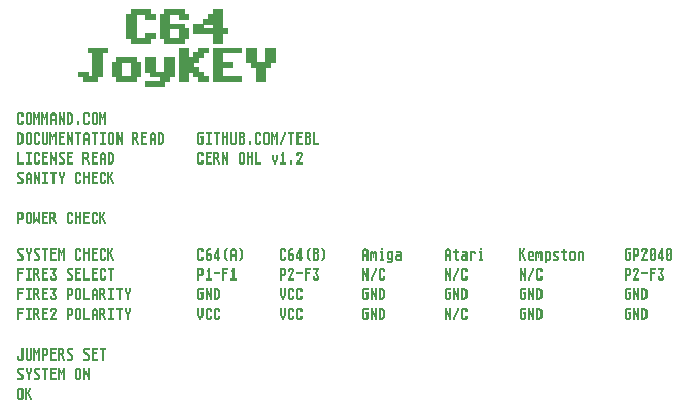
<source format=gto>
G04 #@! TF.GenerationSoftware,KiCad,Pcbnew,8.0.4*
G04 #@! TF.CreationDate,2024-12-21T03:22:47+01:00*
G04 #@! TF.ProjectId,C64 Joykey Faceplate X1,43363420-4a6f-4796-9b65-792046616365,rev?*
G04 #@! TF.SameCoordinates,Original*
G04 #@! TF.FileFunction,Legend,Top*
G04 #@! TF.FilePolarity,Positive*
%FSLAX46Y46*%
G04 Gerber Fmt 4.6, Leading zero omitted, Abs format (unit mm)*
G04 Created by KiCad (PCBNEW 8.0.4) date 2024-12-21 03:22:47*
%MOMM*%
%LPD*%
G01*
G04 APERTURE LIST*
%ADD10C,0.150000*%
%ADD11C,0.010000*%
G04 APERTURE END LIST*
D10*
G36*
X143949637Y-114959508D02*
G01*
X143949637Y-114519870D01*
X144037564Y-114519870D01*
X144125491Y-114519870D01*
X144125491Y-115003471D01*
X144125491Y-115487072D01*
X144081528Y-115487072D01*
X144037564Y-115487072D01*
X144037564Y-115531036D01*
X144037564Y-115575000D01*
X143861709Y-115575000D01*
X143685854Y-115575000D01*
X143685854Y-115531036D01*
X143685854Y-115487072D01*
X143641891Y-115487072D01*
X143597927Y-115487072D01*
X143597927Y-115355181D01*
X143597927Y-115223290D01*
X143685854Y-115223290D01*
X143773782Y-115223290D01*
X143773782Y-115311217D01*
X143773782Y-115399145D01*
X143861709Y-115399145D01*
X143949637Y-115399145D01*
X143949637Y-114959508D01*
G37*
G36*
X144297438Y-115003471D02*
G01*
X144297438Y-114519870D01*
X144385366Y-114519870D01*
X144473293Y-114519870D01*
X144473293Y-114959508D01*
X144473293Y-115399145D01*
X144561221Y-115399145D01*
X144649148Y-115399145D01*
X144649148Y-114959508D01*
X144649148Y-114519870D01*
X144737076Y-114519870D01*
X144825003Y-114519870D01*
X144825003Y-115003471D01*
X144825003Y-115487072D01*
X144781039Y-115487072D01*
X144737076Y-115487072D01*
X144737076Y-115531036D01*
X144737076Y-115575000D01*
X144561221Y-115575000D01*
X144385366Y-115575000D01*
X144385366Y-115531036D01*
X144385366Y-115487072D01*
X144341402Y-115487072D01*
X144297438Y-115487072D01*
X144297438Y-115003471D01*
G37*
G36*
X144909023Y-115047435D02*
G01*
X144909023Y-114519870D01*
X144996950Y-114519870D01*
X145084877Y-114519870D01*
X145084877Y-114607798D01*
X145084877Y-114695725D01*
X145128841Y-114695725D01*
X145172805Y-114695725D01*
X145172805Y-114783653D01*
X145172805Y-114871580D01*
X145216769Y-114871580D01*
X145260732Y-114871580D01*
X145260732Y-114783653D01*
X145260732Y-114695725D01*
X145304696Y-114695725D01*
X145348660Y-114695725D01*
X145348660Y-114607798D01*
X145348660Y-114519870D01*
X145436587Y-114519870D01*
X145524515Y-114519870D01*
X145524515Y-115047435D01*
X145524515Y-115575000D01*
X145436587Y-115575000D01*
X145348660Y-115575000D01*
X145348660Y-115267254D01*
X145348660Y-114959508D01*
X145304696Y-114959508D01*
X145260732Y-114959508D01*
X145260732Y-115047435D01*
X145260732Y-115135362D01*
X145216769Y-115135362D01*
X145172805Y-115135362D01*
X145172805Y-115047435D01*
X145172805Y-114959508D01*
X145128841Y-114959508D01*
X145084877Y-114959508D01*
X145084877Y-115267254D01*
X145084877Y-115575000D01*
X144996950Y-115575000D01*
X144909023Y-115575000D01*
X144909023Y-115047435D01*
G37*
G36*
X146136099Y-114563834D02*
G01*
X146136099Y-114607798D01*
X146180062Y-114607798D01*
X146224026Y-114607798D01*
X146224026Y-114871580D01*
X146224026Y-115135362D01*
X146180062Y-115135362D01*
X146136099Y-115135362D01*
X146136099Y-115179326D01*
X146136099Y-115223290D01*
X146004207Y-115223290D01*
X145872316Y-115223290D01*
X145872316Y-115399145D01*
X145872316Y-115575000D01*
X145784389Y-115575000D01*
X145696461Y-115575000D01*
X145696461Y-115047435D01*
X145696461Y-114871580D01*
X145872316Y-114871580D01*
X145872316Y-115047435D01*
X145960244Y-115047435D01*
X146048171Y-115047435D01*
X146048171Y-114871580D01*
X146048171Y-114695725D01*
X145960244Y-114695725D01*
X145872316Y-114695725D01*
X145872316Y-114871580D01*
X145696461Y-114871580D01*
X145696461Y-114519870D01*
X145916280Y-114519870D01*
X146136099Y-114519870D01*
X146136099Y-114563834D01*
G37*
G36*
X146395973Y-115047435D02*
G01*
X146395973Y-114519870D01*
X146659755Y-114519870D01*
X146923538Y-114519870D01*
X146923538Y-114607798D01*
X146923538Y-114695725D01*
X146747683Y-114695725D01*
X146571828Y-114695725D01*
X146571828Y-114783653D01*
X146571828Y-114871580D01*
X146703719Y-114871580D01*
X146835610Y-114871580D01*
X146835610Y-114959508D01*
X146835610Y-115047435D01*
X146703719Y-115047435D01*
X146571828Y-115047435D01*
X146571828Y-115223290D01*
X146571828Y-115399145D01*
X146747683Y-115399145D01*
X146923538Y-115399145D01*
X146923538Y-115487072D01*
X146923538Y-115575000D01*
X146659755Y-115575000D01*
X146395973Y-115575000D01*
X146395973Y-115047435D01*
G37*
G36*
X147447194Y-114563834D02*
G01*
X147447194Y-114607798D01*
X147491158Y-114607798D01*
X147535122Y-114607798D01*
X147535122Y-114827616D01*
X147535122Y-115047435D01*
X147491158Y-115047435D01*
X147447194Y-115047435D01*
X147447194Y-115135362D01*
X147447194Y-115223290D01*
X147491158Y-115223290D01*
X147535122Y-115223290D01*
X147535122Y-115311217D01*
X147535122Y-115399145D01*
X147579085Y-115399145D01*
X147623049Y-115399145D01*
X147623049Y-115487072D01*
X147623049Y-115575000D01*
X147535122Y-115575000D01*
X147447194Y-115575000D01*
X147447194Y-115487072D01*
X147447194Y-115399145D01*
X147403230Y-115399145D01*
X147359267Y-115399145D01*
X147359267Y-115311217D01*
X147359267Y-115223290D01*
X147315303Y-115223290D01*
X147271339Y-115223290D01*
X147271339Y-115179326D01*
X147271339Y-115135362D01*
X147227376Y-115135362D01*
X147183412Y-115135362D01*
X147183412Y-115355181D01*
X147183412Y-115575000D01*
X147095484Y-115575000D01*
X147007557Y-115575000D01*
X147007557Y-115047435D01*
X147007557Y-114827616D01*
X147183412Y-114827616D01*
X147183412Y-114959508D01*
X147271339Y-114959508D01*
X147359267Y-114959508D01*
X147359267Y-114827616D01*
X147359267Y-114695725D01*
X147271339Y-114695725D01*
X147183412Y-114695725D01*
X147183412Y-114827616D01*
X147007557Y-114827616D01*
X147007557Y-114519870D01*
X147227376Y-114519870D01*
X147447194Y-114519870D01*
X147447194Y-114563834D01*
G37*
G36*
X147882923Y-114563834D02*
G01*
X147882923Y-114519870D01*
X148102742Y-114519870D01*
X148322561Y-114519870D01*
X148322561Y-114607798D01*
X148322561Y-114695725D01*
X148146706Y-114695725D01*
X147970851Y-114695725D01*
X147970851Y-114783653D01*
X147970851Y-114871580D01*
X148014815Y-114871580D01*
X148058778Y-114871580D01*
X148058778Y-114915544D01*
X148058778Y-114959508D01*
X148102742Y-114959508D01*
X148146706Y-114959508D01*
X148146706Y-115003471D01*
X148146706Y-115047435D01*
X148190669Y-115047435D01*
X148234633Y-115047435D01*
X148234633Y-115091399D01*
X148234633Y-115135362D01*
X148278597Y-115135362D01*
X148322561Y-115135362D01*
X148322561Y-115311217D01*
X148322561Y-115487072D01*
X148278597Y-115487072D01*
X148234633Y-115487072D01*
X148234633Y-115531036D01*
X148234633Y-115575000D01*
X148014815Y-115575000D01*
X147794996Y-115575000D01*
X147794996Y-115487072D01*
X147794996Y-115399145D01*
X147970851Y-115399145D01*
X148146706Y-115399145D01*
X148146706Y-115311217D01*
X148146706Y-115223290D01*
X148102742Y-115223290D01*
X148058778Y-115223290D01*
X148058778Y-115179326D01*
X148058778Y-115135362D01*
X148014815Y-115135362D01*
X147970851Y-115135362D01*
X147970851Y-115091399D01*
X147970851Y-115047435D01*
X147926887Y-115047435D01*
X147882923Y-115047435D01*
X147882923Y-115003471D01*
X147882923Y-114959508D01*
X147838960Y-114959508D01*
X147794996Y-114959508D01*
X147794996Y-114783653D01*
X147794996Y-114607798D01*
X147838960Y-114607798D01*
X147882923Y-114607798D01*
X147882923Y-114563834D01*
G37*
G36*
X149281946Y-114563834D02*
G01*
X149281946Y-114519870D01*
X149501765Y-114519870D01*
X149721584Y-114519870D01*
X149721584Y-114607798D01*
X149721584Y-114695725D01*
X149545729Y-114695725D01*
X149369874Y-114695725D01*
X149369874Y-114783653D01*
X149369874Y-114871580D01*
X149413838Y-114871580D01*
X149457801Y-114871580D01*
X149457801Y-114915544D01*
X149457801Y-114959508D01*
X149501765Y-114959508D01*
X149545729Y-114959508D01*
X149545729Y-115003471D01*
X149545729Y-115047435D01*
X149589692Y-115047435D01*
X149633656Y-115047435D01*
X149633656Y-115091399D01*
X149633656Y-115135362D01*
X149677620Y-115135362D01*
X149721584Y-115135362D01*
X149721584Y-115311217D01*
X149721584Y-115487072D01*
X149677620Y-115487072D01*
X149633656Y-115487072D01*
X149633656Y-115531036D01*
X149633656Y-115575000D01*
X149413838Y-115575000D01*
X149194019Y-115575000D01*
X149194019Y-115487072D01*
X149194019Y-115399145D01*
X149369874Y-115399145D01*
X149545729Y-115399145D01*
X149545729Y-115311217D01*
X149545729Y-115223290D01*
X149501765Y-115223290D01*
X149457801Y-115223290D01*
X149457801Y-115179326D01*
X149457801Y-115135362D01*
X149413838Y-115135362D01*
X149369874Y-115135362D01*
X149369874Y-115091399D01*
X149369874Y-115047435D01*
X149325910Y-115047435D01*
X149281946Y-115047435D01*
X149281946Y-115003471D01*
X149281946Y-114959508D01*
X149237983Y-114959508D01*
X149194019Y-114959508D01*
X149194019Y-114783653D01*
X149194019Y-114607798D01*
X149237983Y-114607798D01*
X149281946Y-114607798D01*
X149281946Y-114563834D01*
G37*
G36*
X149893531Y-115047435D02*
G01*
X149893531Y-114519870D01*
X150157313Y-114519870D01*
X150421095Y-114519870D01*
X150421095Y-114607798D01*
X150421095Y-114695725D01*
X150245240Y-114695725D01*
X150069385Y-114695725D01*
X150069385Y-114783653D01*
X150069385Y-114871580D01*
X150201277Y-114871580D01*
X150333168Y-114871580D01*
X150333168Y-114959508D01*
X150333168Y-115047435D01*
X150201277Y-115047435D01*
X150069385Y-115047435D01*
X150069385Y-115223290D01*
X150069385Y-115399145D01*
X150245240Y-115399145D01*
X150421095Y-115399145D01*
X150421095Y-115487072D01*
X150421095Y-115575000D01*
X150157313Y-115575000D01*
X149893531Y-115575000D01*
X149893531Y-115047435D01*
G37*
G36*
X150593042Y-114607798D02*
G01*
X150593042Y-114519870D01*
X150856824Y-114519870D01*
X151120607Y-114519870D01*
X151120607Y-114607798D01*
X151120607Y-114695725D01*
X151032679Y-114695725D01*
X150944752Y-114695725D01*
X150944752Y-115135362D01*
X150944752Y-115575000D01*
X150856824Y-115575000D01*
X150768897Y-115575000D01*
X150768897Y-115135362D01*
X150768897Y-114695725D01*
X150680969Y-114695725D01*
X150593042Y-114695725D01*
X150593042Y-114607798D01*
G37*
G36*
X143685854Y-116243834D02*
G01*
X143685854Y-116199870D01*
X143905673Y-116199870D01*
X144125491Y-116199870D01*
X144125491Y-116287798D01*
X144125491Y-116375725D01*
X143949637Y-116375725D01*
X143773782Y-116375725D01*
X143773782Y-116463653D01*
X143773782Y-116551580D01*
X143817745Y-116551580D01*
X143861709Y-116551580D01*
X143861709Y-116595544D01*
X143861709Y-116639508D01*
X143905673Y-116639508D01*
X143949637Y-116639508D01*
X143949637Y-116683471D01*
X143949637Y-116727435D01*
X143993600Y-116727435D01*
X144037564Y-116727435D01*
X144037564Y-116771399D01*
X144037564Y-116815362D01*
X144081528Y-116815362D01*
X144125491Y-116815362D01*
X144125491Y-116991217D01*
X144125491Y-117167072D01*
X144081528Y-117167072D01*
X144037564Y-117167072D01*
X144037564Y-117211036D01*
X144037564Y-117255000D01*
X143817745Y-117255000D01*
X143597927Y-117255000D01*
X143597927Y-117167072D01*
X143597927Y-117079145D01*
X143773782Y-117079145D01*
X143949637Y-117079145D01*
X143949637Y-116991217D01*
X143949637Y-116903290D01*
X143905673Y-116903290D01*
X143861709Y-116903290D01*
X143861709Y-116859326D01*
X143861709Y-116815362D01*
X143817745Y-116815362D01*
X143773782Y-116815362D01*
X143773782Y-116771399D01*
X143773782Y-116727435D01*
X143729818Y-116727435D01*
X143685854Y-116727435D01*
X143685854Y-116683471D01*
X143685854Y-116639508D01*
X143641891Y-116639508D01*
X143597927Y-116639508D01*
X143597927Y-116463653D01*
X143597927Y-116287798D01*
X143641891Y-116287798D01*
X143685854Y-116287798D01*
X143685854Y-116243834D01*
G37*
G36*
X144297438Y-116375725D02*
G01*
X144297438Y-116199870D01*
X144385366Y-116199870D01*
X144473293Y-116199870D01*
X144473293Y-116375725D01*
X144473293Y-116551580D01*
X144561221Y-116551580D01*
X144649148Y-116551580D01*
X144649148Y-116375725D01*
X144649148Y-116199870D01*
X144737076Y-116199870D01*
X144825003Y-116199870D01*
X144825003Y-116375725D01*
X144825003Y-116551580D01*
X144781039Y-116551580D01*
X144737076Y-116551580D01*
X144737076Y-116639508D01*
X144737076Y-116727435D01*
X144693112Y-116727435D01*
X144649148Y-116727435D01*
X144649148Y-116991217D01*
X144649148Y-117255000D01*
X144561221Y-117255000D01*
X144473293Y-117255000D01*
X144473293Y-116991217D01*
X144473293Y-116727435D01*
X144429330Y-116727435D01*
X144385366Y-116727435D01*
X144385366Y-116639508D01*
X144385366Y-116551580D01*
X144341402Y-116551580D01*
X144297438Y-116551580D01*
X144297438Y-116375725D01*
G37*
G36*
X145084877Y-116243834D02*
G01*
X145084877Y-116199870D01*
X145304696Y-116199870D01*
X145524515Y-116199870D01*
X145524515Y-116287798D01*
X145524515Y-116375725D01*
X145348660Y-116375725D01*
X145172805Y-116375725D01*
X145172805Y-116463653D01*
X145172805Y-116551580D01*
X145216769Y-116551580D01*
X145260732Y-116551580D01*
X145260732Y-116595544D01*
X145260732Y-116639508D01*
X145304696Y-116639508D01*
X145348660Y-116639508D01*
X145348660Y-116683471D01*
X145348660Y-116727435D01*
X145392623Y-116727435D01*
X145436587Y-116727435D01*
X145436587Y-116771399D01*
X145436587Y-116815362D01*
X145480551Y-116815362D01*
X145524515Y-116815362D01*
X145524515Y-116991217D01*
X145524515Y-117167072D01*
X145480551Y-117167072D01*
X145436587Y-117167072D01*
X145436587Y-117211036D01*
X145436587Y-117255000D01*
X145216769Y-117255000D01*
X144996950Y-117255000D01*
X144996950Y-117167072D01*
X144996950Y-117079145D01*
X145172805Y-117079145D01*
X145348660Y-117079145D01*
X145348660Y-116991217D01*
X145348660Y-116903290D01*
X145304696Y-116903290D01*
X145260732Y-116903290D01*
X145260732Y-116859326D01*
X145260732Y-116815362D01*
X145216769Y-116815362D01*
X145172805Y-116815362D01*
X145172805Y-116771399D01*
X145172805Y-116727435D01*
X145128841Y-116727435D01*
X145084877Y-116727435D01*
X145084877Y-116683471D01*
X145084877Y-116639508D01*
X145040914Y-116639508D01*
X144996950Y-116639508D01*
X144996950Y-116463653D01*
X144996950Y-116287798D01*
X145040914Y-116287798D01*
X145084877Y-116287798D01*
X145084877Y-116243834D01*
G37*
G36*
X145696461Y-116287798D02*
G01*
X145696461Y-116199870D01*
X145960244Y-116199870D01*
X146224026Y-116199870D01*
X146224026Y-116287798D01*
X146224026Y-116375725D01*
X146136099Y-116375725D01*
X146048171Y-116375725D01*
X146048171Y-116815362D01*
X146048171Y-117255000D01*
X145960244Y-117255000D01*
X145872316Y-117255000D01*
X145872316Y-116815362D01*
X145872316Y-116375725D01*
X145784389Y-116375725D01*
X145696461Y-116375725D01*
X145696461Y-116287798D01*
G37*
G36*
X146395973Y-116727435D02*
G01*
X146395973Y-116199870D01*
X146659755Y-116199870D01*
X146923538Y-116199870D01*
X146923538Y-116287798D01*
X146923538Y-116375725D01*
X146747683Y-116375725D01*
X146571828Y-116375725D01*
X146571828Y-116463653D01*
X146571828Y-116551580D01*
X146703719Y-116551580D01*
X146835610Y-116551580D01*
X146835610Y-116639508D01*
X146835610Y-116727435D01*
X146703719Y-116727435D01*
X146571828Y-116727435D01*
X146571828Y-116903290D01*
X146571828Y-117079145D01*
X146747683Y-117079145D01*
X146923538Y-117079145D01*
X146923538Y-117167072D01*
X146923538Y-117255000D01*
X146659755Y-117255000D01*
X146395973Y-117255000D01*
X146395973Y-116727435D01*
G37*
G36*
X147007557Y-116727435D02*
G01*
X147007557Y-116199870D01*
X147095484Y-116199870D01*
X147183412Y-116199870D01*
X147183412Y-116287798D01*
X147183412Y-116375725D01*
X147227376Y-116375725D01*
X147271339Y-116375725D01*
X147271339Y-116463653D01*
X147271339Y-116551580D01*
X147315303Y-116551580D01*
X147359267Y-116551580D01*
X147359267Y-116463653D01*
X147359267Y-116375725D01*
X147403230Y-116375725D01*
X147447194Y-116375725D01*
X147447194Y-116287798D01*
X147447194Y-116199870D01*
X147535122Y-116199870D01*
X147623049Y-116199870D01*
X147623049Y-116727435D01*
X147623049Y-117255000D01*
X147535122Y-117255000D01*
X147447194Y-117255000D01*
X147447194Y-116947254D01*
X147447194Y-116639508D01*
X147403230Y-116639508D01*
X147359267Y-116639508D01*
X147359267Y-116727435D01*
X147359267Y-116815362D01*
X147315303Y-116815362D01*
X147271339Y-116815362D01*
X147271339Y-116727435D01*
X147271339Y-116639508D01*
X147227376Y-116639508D01*
X147183412Y-116639508D01*
X147183412Y-116947254D01*
X147183412Y-117255000D01*
X147095484Y-117255000D01*
X147007557Y-117255000D01*
X147007557Y-116727435D01*
G37*
G36*
X148934145Y-116243834D02*
G01*
X148934145Y-116287798D01*
X148978108Y-116287798D01*
X149022072Y-116287798D01*
X149022072Y-116727435D01*
X149022072Y-117167072D01*
X148978108Y-117167072D01*
X148934145Y-117167072D01*
X148934145Y-117211036D01*
X148934145Y-117255000D01*
X148758290Y-117255000D01*
X148582435Y-117255000D01*
X148582435Y-117211036D01*
X148582435Y-117167072D01*
X148538471Y-117167072D01*
X148494508Y-117167072D01*
X148494508Y-116727435D01*
X148670362Y-116727435D01*
X148670362Y-117079145D01*
X148758290Y-117079145D01*
X148846217Y-117079145D01*
X148846217Y-116727435D01*
X148846217Y-116375725D01*
X148758290Y-116375725D01*
X148670362Y-116375725D01*
X148670362Y-116727435D01*
X148494508Y-116727435D01*
X148494508Y-116287798D01*
X148538471Y-116287798D01*
X148582435Y-116287798D01*
X148582435Y-116243834D01*
X148582435Y-116199870D01*
X148758290Y-116199870D01*
X148934145Y-116199870D01*
X148934145Y-116243834D01*
G37*
G36*
X149194019Y-116727435D02*
G01*
X149194019Y-116199870D01*
X149281946Y-116199870D01*
X149369874Y-116199870D01*
X149369874Y-116331762D01*
X149369874Y-116463653D01*
X149413838Y-116463653D01*
X149457801Y-116463653D01*
X149457801Y-116551580D01*
X149457801Y-116639508D01*
X149501765Y-116639508D01*
X149545729Y-116639508D01*
X149545729Y-116419689D01*
X149545729Y-116199870D01*
X149633656Y-116199870D01*
X149721584Y-116199870D01*
X149721584Y-116727435D01*
X149721584Y-117255000D01*
X149633656Y-117255000D01*
X149545729Y-117255000D01*
X149545729Y-117123108D01*
X149545729Y-116991217D01*
X149501765Y-116991217D01*
X149457801Y-116991217D01*
X149457801Y-116903290D01*
X149457801Y-116815362D01*
X149413838Y-116815362D01*
X149369874Y-116815362D01*
X149369874Y-117035181D01*
X149369874Y-117255000D01*
X149281946Y-117255000D01*
X149194019Y-117255000D01*
X149194019Y-116727435D01*
G37*
G36*
X144037564Y-117923834D02*
G01*
X144037564Y-117967798D01*
X144081528Y-117967798D01*
X144125491Y-117967798D01*
X144125491Y-118407435D01*
X144125491Y-118847072D01*
X144081528Y-118847072D01*
X144037564Y-118847072D01*
X144037564Y-118891036D01*
X144037564Y-118935000D01*
X143861709Y-118935000D01*
X143685854Y-118935000D01*
X143685854Y-118891036D01*
X143685854Y-118847072D01*
X143641891Y-118847072D01*
X143597927Y-118847072D01*
X143597927Y-118407435D01*
X143773782Y-118407435D01*
X143773782Y-118759145D01*
X143861709Y-118759145D01*
X143949637Y-118759145D01*
X143949637Y-118407435D01*
X143949637Y-118055725D01*
X143861709Y-118055725D01*
X143773782Y-118055725D01*
X143773782Y-118407435D01*
X143597927Y-118407435D01*
X143597927Y-117967798D01*
X143641891Y-117967798D01*
X143685854Y-117967798D01*
X143685854Y-117923834D01*
X143685854Y-117879870D01*
X143861709Y-117879870D01*
X144037564Y-117879870D01*
X144037564Y-117923834D01*
G37*
G36*
X144209511Y-118407435D02*
G01*
X144209511Y-117879870D01*
X144297438Y-117879870D01*
X144385366Y-117879870D01*
X144385366Y-118055725D01*
X144385366Y-118231580D01*
X144429330Y-118231580D01*
X144473293Y-118231580D01*
X144473293Y-118143653D01*
X144473293Y-118055725D01*
X144517257Y-118055725D01*
X144561221Y-118055725D01*
X144561221Y-117967798D01*
X144561221Y-117879870D01*
X144649148Y-117879870D01*
X144737076Y-117879870D01*
X144737076Y-117967798D01*
X144737076Y-118055725D01*
X144693112Y-118055725D01*
X144649148Y-118055725D01*
X144649148Y-118143653D01*
X144649148Y-118231580D01*
X144605184Y-118231580D01*
X144561221Y-118231580D01*
X144561221Y-118319508D01*
X144561221Y-118407435D01*
X144605184Y-118407435D01*
X144649148Y-118407435D01*
X144649148Y-118495362D01*
X144649148Y-118583290D01*
X144693112Y-118583290D01*
X144737076Y-118583290D01*
X144737076Y-118671217D01*
X144737076Y-118759145D01*
X144781039Y-118759145D01*
X144825003Y-118759145D01*
X144825003Y-118847072D01*
X144825003Y-118935000D01*
X144737076Y-118935000D01*
X144649148Y-118935000D01*
X144649148Y-118847072D01*
X144649148Y-118759145D01*
X144605184Y-118759145D01*
X144561221Y-118759145D01*
X144561221Y-118671217D01*
X144561221Y-118583290D01*
X144517257Y-118583290D01*
X144473293Y-118583290D01*
X144473293Y-118495362D01*
X144473293Y-118407435D01*
X144429330Y-118407435D01*
X144385366Y-118407435D01*
X144385366Y-118671217D01*
X144385366Y-118935000D01*
X144297438Y-118935000D01*
X144209511Y-118935000D01*
X144209511Y-118407435D01*
G37*
G36*
X158925854Y-96283834D02*
G01*
X158925854Y-96239870D01*
X159145673Y-96239870D01*
X159365491Y-96239870D01*
X159365491Y-96327798D01*
X159365491Y-96415725D01*
X159189637Y-96415725D01*
X159013782Y-96415725D01*
X159013782Y-96767435D01*
X159013782Y-97119145D01*
X159101709Y-97119145D01*
X159189637Y-97119145D01*
X159189637Y-96943290D01*
X159189637Y-96767435D01*
X159145673Y-96767435D01*
X159101709Y-96767435D01*
X159101709Y-96679508D01*
X159101709Y-96591580D01*
X159233600Y-96591580D01*
X159365491Y-96591580D01*
X159365491Y-96899326D01*
X159365491Y-97207072D01*
X159321528Y-97207072D01*
X159277564Y-97207072D01*
X159277564Y-97251036D01*
X159277564Y-97295000D01*
X159101709Y-97295000D01*
X158925854Y-97295000D01*
X158925854Y-97251036D01*
X158925854Y-97207072D01*
X158881891Y-97207072D01*
X158837927Y-97207072D01*
X158837927Y-96767435D01*
X158837927Y-96327798D01*
X158881891Y-96327798D01*
X158925854Y-96327798D01*
X158925854Y-96283834D01*
G37*
G36*
X159537438Y-96327798D02*
G01*
X159537438Y-96239870D01*
X159801221Y-96239870D01*
X160065003Y-96239870D01*
X160065003Y-96327798D01*
X160065003Y-96415725D01*
X159977076Y-96415725D01*
X159889148Y-96415725D01*
X159889148Y-96767435D01*
X159889148Y-97119145D01*
X159977076Y-97119145D01*
X160065003Y-97119145D01*
X160065003Y-97207072D01*
X160065003Y-97295000D01*
X159801221Y-97295000D01*
X159537438Y-97295000D01*
X159537438Y-97207072D01*
X159537438Y-97119145D01*
X159625366Y-97119145D01*
X159713293Y-97119145D01*
X159713293Y-96767435D01*
X159713293Y-96415725D01*
X159625366Y-96415725D01*
X159537438Y-96415725D01*
X159537438Y-96327798D01*
G37*
G36*
X160236950Y-96327798D02*
G01*
X160236950Y-96239870D01*
X160500732Y-96239870D01*
X160764515Y-96239870D01*
X160764515Y-96327798D01*
X160764515Y-96415725D01*
X160676587Y-96415725D01*
X160588660Y-96415725D01*
X160588660Y-96855362D01*
X160588660Y-97295000D01*
X160500732Y-97295000D01*
X160412805Y-97295000D01*
X160412805Y-96855362D01*
X160412805Y-96415725D01*
X160324877Y-96415725D01*
X160236950Y-96415725D01*
X160236950Y-96327798D01*
G37*
G36*
X160936461Y-96767435D02*
G01*
X160936461Y-96239870D01*
X161024389Y-96239870D01*
X161112316Y-96239870D01*
X161112316Y-96415725D01*
X161112316Y-96591580D01*
X161200244Y-96591580D01*
X161288171Y-96591580D01*
X161288171Y-96415725D01*
X161288171Y-96239870D01*
X161376099Y-96239870D01*
X161464026Y-96239870D01*
X161464026Y-96767435D01*
X161464026Y-97295000D01*
X161376099Y-97295000D01*
X161288171Y-97295000D01*
X161288171Y-97031217D01*
X161288171Y-96767435D01*
X161200244Y-96767435D01*
X161112316Y-96767435D01*
X161112316Y-97031217D01*
X161112316Y-97295000D01*
X161024389Y-97295000D01*
X160936461Y-97295000D01*
X160936461Y-96767435D01*
G37*
G36*
X161635973Y-96723471D02*
G01*
X161635973Y-96239870D01*
X161723900Y-96239870D01*
X161811828Y-96239870D01*
X161811828Y-96679508D01*
X161811828Y-97119145D01*
X161899755Y-97119145D01*
X161987683Y-97119145D01*
X161987683Y-96679508D01*
X161987683Y-96239870D01*
X162075610Y-96239870D01*
X162163538Y-96239870D01*
X162163538Y-96723471D01*
X162163538Y-97207072D01*
X162119574Y-97207072D01*
X162075610Y-97207072D01*
X162075610Y-97251036D01*
X162075610Y-97295000D01*
X161899755Y-97295000D01*
X161723900Y-97295000D01*
X161723900Y-97251036D01*
X161723900Y-97207072D01*
X161679937Y-97207072D01*
X161635973Y-97207072D01*
X161635973Y-96723471D01*
G37*
G36*
X162775122Y-96283834D02*
G01*
X162775122Y-96327798D01*
X162819085Y-96327798D01*
X162863049Y-96327798D01*
X162863049Y-96503653D01*
X162863049Y-96679508D01*
X162819085Y-96679508D01*
X162775122Y-96679508D01*
X162775122Y-96723471D01*
X162775122Y-96767435D01*
X162819085Y-96767435D01*
X162863049Y-96767435D01*
X162863049Y-96987254D01*
X162863049Y-97207072D01*
X162819085Y-97207072D01*
X162775122Y-97207072D01*
X162775122Y-97251036D01*
X162775122Y-97295000D01*
X162555303Y-97295000D01*
X162335484Y-97295000D01*
X162335484Y-96943290D01*
X162511339Y-96943290D01*
X162511339Y-97119145D01*
X162599267Y-97119145D01*
X162687194Y-97119145D01*
X162687194Y-96943290D01*
X162687194Y-96767435D01*
X162599267Y-96767435D01*
X162511339Y-96767435D01*
X162511339Y-96943290D01*
X162335484Y-96943290D01*
X162335484Y-96767435D01*
X162335484Y-96503653D01*
X162511339Y-96503653D01*
X162511339Y-96591580D01*
X162599267Y-96591580D01*
X162687194Y-96591580D01*
X162687194Y-96503653D01*
X162687194Y-96415725D01*
X162599267Y-96415725D01*
X162511339Y-96415725D01*
X162511339Y-96503653D01*
X162335484Y-96503653D01*
X162335484Y-96239870D01*
X162555303Y-96239870D01*
X162775122Y-96239870D01*
X162775122Y-96283834D01*
G37*
G36*
X163210851Y-97119145D02*
G01*
X163210851Y-96943290D01*
X163298778Y-96943290D01*
X163386706Y-96943290D01*
X163386706Y-97119145D01*
X163386706Y-97295000D01*
X163298778Y-97295000D01*
X163210851Y-97295000D01*
X163210851Y-97119145D01*
G37*
G36*
X163822435Y-96283834D02*
G01*
X163822435Y-96239870D01*
X163998290Y-96239870D01*
X164174145Y-96239870D01*
X164174145Y-96283834D01*
X164174145Y-96327798D01*
X164218108Y-96327798D01*
X164262072Y-96327798D01*
X164262072Y-96459689D01*
X164262072Y-96591580D01*
X164174145Y-96591580D01*
X164086217Y-96591580D01*
X164086217Y-96503653D01*
X164086217Y-96415725D01*
X163998290Y-96415725D01*
X163910362Y-96415725D01*
X163910362Y-96767435D01*
X163910362Y-97119145D01*
X163998290Y-97119145D01*
X164086217Y-97119145D01*
X164086217Y-97031217D01*
X164086217Y-96943290D01*
X164174145Y-96943290D01*
X164262072Y-96943290D01*
X164262072Y-97075181D01*
X164262072Y-97207072D01*
X164218108Y-97207072D01*
X164174145Y-97207072D01*
X164174145Y-97251036D01*
X164174145Y-97295000D01*
X163998290Y-97295000D01*
X163822435Y-97295000D01*
X163822435Y-97251036D01*
X163822435Y-97207072D01*
X163778471Y-97207072D01*
X163734508Y-97207072D01*
X163734508Y-96767435D01*
X163734508Y-96327798D01*
X163778471Y-96327798D01*
X163822435Y-96327798D01*
X163822435Y-96283834D01*
G37*
G36*
X164873656Y-96283834D02*
G01*
X164873656Y-96327798D01*
X164917620Y-96327798D01*
X164961584Y-96327798D01*
X164961584Y-96767435D01*
X164961584Y-97207072D01*
X164917620Y-97207072D01*
X164873656Y-97207072D01*
X164873656Y-97251036D01*
X164873656Y-97295000D01*
X164697801Y-97295000D01*
X164521946Y-97295000D01*
X164521946Y-97251036D01*
X164521946Y-97207072D01*
X164477983Y-97207072D01*
X164434019Y-97207072D01*
X164434019Y-96767435D01*
X164609874Y-96767435D01*
X164609874Y-97119145D01*
X164697801Y-97119145D01*
X164785729Y-97119145D01*
X164785729Y-96767435D01*
X164785729Y-96415725D01*
X164697801Y-96415725D01*
X164609874Y-96415725D01*
X164609874Y-96767435D01*
X164434019Y-96767435D01*
X164434019Y-96327798D01*
X164477983Y-96327798D01*
X164521946Y-96327798D01*
X164521946Y-96283834D01*
X164521946Y-96239870D01*
X164697801Y-96239870D01*
X164873656Y-96239870D01*
X164873656Y-96283834D01*
G37*
G36*
X165045603Y-96767435D02*
G01*
X165045603Y-96239870D01*
X165133531Y-96239870D01*
X165221458Y-96239870D01*
X165221458Y-96327798D01*
X165221458Y-96415725D01*
X165265422Y-96415725D01*
X165309385Y-96415725D01*
X165309385Y-96503653D01*
X165309385Y-96591580D01*
X165353349Y-96591580D01*
X165397313Y-96591580D01*
X165397313Y-96503653D01*
X165397313Y-96415725D01*
X165441277Y-96415725D01*
X165485240Y-96415725D01*
X165485240Y-96327798D01*
X165485240Y-96239870D01*
X165573168Y-96239870D01*
X165661095Y-96239870D01*
X165661095Y-96767435D01*
X165661095Y-97295000D01*
X165573168Y-97295000D01*
X165485240Y-97295000D01*
X165485240Y-96987254D01*
X165485240Y-96679508D01*
X165441277Y-96679508D01*
X165397313Y-96679508D01*
X165397313Y-96767435D01*
X165397313Y-96855362D01*
X165353349Y-96855362D01*
X165309385Y-96855362D01*
X165309385Y-96767435D01*
X165309385Y-96679508D01*
X165265422Y-96679508D01*
X165221458Y-96679508D01*
X165221458Y-96987254D01*
X165221458Y-97295000D01*
X165133531Y-97295000D01*
X165045603Y-97295000D01*
X165045603Y-96767435D01*
G37*
G36*
X166184752Y-96371762D02*
G01*
X166184752Y-96239870D01*
X166272679Y-96239870D01*
X166360607Y-96239870D01*
X166360607Y-96371762D01*
X166360607Y-96503653D01*
X166316643Y-96503653D01*
X166272679Y-96503653D01*
X166272679Y-96591580D01*
X166272679Y-96679508D01*
X166228715Y-96679508D01*
X166184752Y-96679508D01*
X166184752Y-96767435D01*
X166184752Y-96855362D01*
X166140788Y-96855362D01*
X166096824Y-96855362D01*
X166096824Y-96943290D01*
X166096824Y-97031217D01*
X166052861Y-97031217D01*
X166008897Y-97031217D01*
X166008897Y-97163108D01*
X166008897Y-97295000D01*
X165920969Y-97295000D01*
X165833042Y-97295000D01*
X165833042Y-97163108D01*
X165833042Y-97031217D01*
X165877006Y-97031217D01*
X165920969Y-97031217D01*
X165920969Y-96943290D01*
X165920969Y-96855362D01*
X165964933Y-96855362D01*
X166008897Y-96855362D01*
X166008897Y-96767435D01*
X166008897Y-96679508D01*
X166052861Y-96679508D01*
X166096824Y-96679508D01*
X166096824Y-96591580D01*
X166096824Y-96503653D01*
X166140788Y-96503653D01*
X166184752Y-96503653D01*
X166184752Y-96371762D01*
G37*
G36*
X166532554Y-96327798D02*
G01*
X166532554Y-96239870D01*
X166796336Y-96239870D01*
X167060118Y-96239870D01*
X167060118Y-96327798D01*
X167060118Y-96415725D01*
X166972191Y-96415725D01*
X166884263Y-96415725D01*
X166884263Y-96855362D01*
X166884263Y-97295000D01*
X166796336Y-97295000D01*
X166708408Y-97295000D01*
X166708408Y-96855362D01*
X166708408Y-96415725D01*
X166620481Y-96415725D01*
X166532554Y-96415725D01*
X166532554Y-96327798D01*
G37*
G36*
X167232065Y-96767435D02*
G01*
X167232065Y-96239870D01*
X167495847Y-96239870D01*
X167759630Y-96239870D01*
X167759630Y-96327798D01*
X167759630Y-96415725D01*
X167583775Y-96415725D01*
X167407920Y-96415725D01*
X167407920Y-96503653D01*
X167407920Y-96591580D01*
X167539811Y-96591580D01*
X167671702Y-96591580D01*
X167671702Y-96679508D01*
X167671702Y-96767435D01*
X167539811Y-96767435D01*
X167407920Y-96767435D01*
X167407920Y-96943290D01*
X167407920Y-97119145D01*
X167583775Y-97119145D01*
X167759630Y-97119145D01*
X167759630Y-97207072D01*
X167759630Y-97295000D01*
X167495847Y-97295000D01*
X167232065Y-97295000D01*
X167232065Y-96767435D01*
G37*
G36*
X168371214Y-96283834D02*
G01*
X168371214Y-96327798D01*
X168415177Y-96327798D01*
X168459141Y-96327798D01*
X168459141Y-96503653D01*
X168459141Y-96679508D01*
X168415177Y-96679508D01*
X168371214Y-96679508D01*
X168371214Y-96723471D01*
X168371214Y-96767435D01*
X168415177Y-96767435D01*
X168459141Y-96767435D01*
X168459141Y-96987254D01*
X168459141Y-97207072D01*
X168415177Y-97207072D01*
X168371214Y-97207072D01*
X168371214Y-97251036D01*
X168371214Y-97295000D01*
X168151395Y-97295000D01*
X167931577Y-97295000D01*
X167931577Y-96943290D01*
X168107431Y-96943290D01*
X168107431Y-97119145D01*
X168195359Y-97119145D01*
X168283286Y-97119145D01*
X168283286Y-96943290D01*
X168283286Y-96767435D01*
X168195359Y-96767435D01*
X168107431Y-96767435D01*
X168107431Y-96943290D01*
X167931577Y-96943290D01*
X167931577Y-96767435D01*
X167931577Y-96503653D01*
X168107431Y-96503653D01*
X168107431Y-96591580D01*
X168195359Y-96591580D01*
X168283286Y-96591580D01*
X168283286Y-96503653D01*
X168283286Y-96415725D01*
X168195359Y-96415725D01*
X168107431Y-96415725D01*
X168107431Y-96503653D01*
X167931577Y-96503653D01*
X167931577Y-96239870D01*
X168151395Y-96239870D01*
X168371214Y-96239870D01*
X168371214Y-96283834D01*
G37*
G36*
X168631088Y-96767435D02*
G01*
X168631088Y-96239870D01*
X168719016Y-96239870D01*
X168806943Y-96239870D01*
X168806943Y-96679508D01*
X168806943Y-97119145D01*
X168982798Y-97119145D01*
X169158653Y-97119145D01*
X169158653Y-97207072D01*
X169158653Y-97295000D01*
X168894870Y-97295000D01*
X168631088Y-97295000D01*
X168631088Y-96767435D01*
G37*
G36*
X158925854Y-97963834D02*
G01*
X158925854Y-97919870D01*
X159101709Y-97919870D01*
X159277564Y-97919870D01*
X159277564Y-97963834D01*
X159277564Y-98007798D01*
X159321528Y-98007798D01*
X159365491Y-98007798D01*
X159365491Y-98139689D01*
X159365491Y-98271580D01*
X159277564Y-98271580D01*
X159189637Y-98271580D01*
X159189637Y-98183653D01*
X159189637Y-98095725D01*
X159101709Y-98095725D01*
X159013782Y-98095725D01*
X159013782Y-98447435D01*
X159013782Y-98799145D01*
X159101709Y-98799145D01*
X159189637Y-98799145D01*
X159189637Y-98711217D01*
X159189637Y-98623290D01*
X159277564Y-98623290D01*
X159365491Y-98623290D01*
X159365491Y-98755181D01*
X159365491Y-98887072D01*
X159321528Y-98887072D01*
X159277564Y-98887072D01*
X159277564Y-98931036D01*
X159277564Y-98975000D01*
X159101709Y-98975000D01*
X158925854Y-98975000D01*
X158925854Y-98931036D01*
X158925854Y-98887072D01*
X158881891Y-98887072D01*
X158837927Y-98887072D01*
X158837927Y-98447435D01*
X158837927Y-98007798D01*
X158881891Y-98007798D01*
X158925854Y-98007798D01*
X158925854Y-97963834D01*
G37*
G36*
X159537438Y-98447435D02*
G01*
X159537438Y-97919870D01*
X159801221Y-97919870D01*
X160065003Y-97919870D01*
X160065003Y-98007798D01*
X160065003Y-98095725D01*
X159889148Y-98095725D01*
X159713293Y-98095725D01*
X159713293Y-98183653D01*
X159713293Y-98271580D01*
X159845184Y-98271580D01*
X159977076Y-98271580D01*
X159977076Y-98359508D01*
X159977076Y-98447435D01*
X159845184Y-98447435D01*
X159713293Y-98447435D01*
X159713293Y-98623290D01*
X159713293Y-98799145D01*
X159889148Y-98799145D01*
X160065003Y-98799145D01*
X160065003Y-98887072D01*
X160065003Y-98975000D01*
X159801221Y-98975000D01*
X159537438Y-98975000D01*
X159537438Y-98447435D01*
G37*
G36*
X160588660Y-97963834D02*
G01*
X160588660Y-98007798D01*
X160632623Y-98007798D01*
X160676587Y-98007798D01*
X160676587Y-98227616D01*
X160676587Y-98447435D01*
X160632623Y-98447435D01*
X160588660Y-98447435D01*
X160588660Y-98535362D01*
X160588660Y-98623290D01*
X160632623Y-98623290D01*
X160676587Y-98623290D01*
X160676587Y-98711217D01*
X160676587Y-98799145D01*
X160720551Y-98799145D01*
X160764515Y-98799145D01*
X160764515Y-98887072D01*
X160764515Y-98975000D01*
X160676587Y-98975000D01*
X160588660Y-98975000D01*
X160588660Y-98887072D01*
X160588660Y-98799145D01*
X160544696Y-98799145D01*
X160500732Y-98799145D01*
X160500732Y-98711217D01*
X160500732Y-98623290D01*
X160456769Y-98623290D01*
X160412805Y-98623290D01*
X160412805Y-98579326D01*
X160412805Y-98535362D01*
X160368841Y-98535362D01*
X160324877Y-98535362D01*
X160324877Y-98755181D01*
X160324877Y-98975000D01*
X160236950Y-98975000D01*
X160149023Y-98975000D01*
X160149023Y-98447435D01*
X160149023Y-98227616D01*
X160324877Y-98227616D01*
X160324877Y-98359508D01*
X160412805Y-98359508D01*
X160500732Y-98359508D01*
X160500732Y-98227616D01*
X160500732Y-98095725D01*
X160412805Y-98095725D01*
X160324877Y-98095725D01*
X160324877Y-98227616D01*
X160149023Y-98227616D01*
X160149023Y-97919870D01*
X160368841Y-97919870D01*
X160588660Y-97919870D01*
X160588660Y-97963834D01*
G37*
G36*
X160936461Y-98447435D02*
G01*
X160936461Y-97919870D01*
X161024389Y-97919870D01*
X161112316Y-97919870D01*
X161112316Y-98051762D01*
X161112316Y-98183653D01*
X161156280Y-98183653D01*
X161200244Y-98183653D01*
X161200244Y-98271580D01*
X161200244Y-98359508D01*
X161244207Y-98359508D01*
X161288171Y-98359508D01*
X161288171Y-98139689D01*
X161288171Y-97919870D01*
X161376099Y-97919870D01*
X161464026Y-97919870D01*
X161464026Y-98447435D01*
X161464026Y-98975000D01*
X161376099Y-98975000D01*
X161288171Y-98975000D01*
X161288171Y-98843108D01*
X161288171Y-98711217D01*
X161244207Y-98711217D01*
X161200244Y-98711217D01*
X161200244Y-98623290D01*
X161200244Y-98535362D01*
X161156280Y-98535362D01*
X161112316Y-98535362D01*
X161112316Y-98755181D01*
X161112316Y-98975000D01*
X161024389Y-98975000D01*
X160936461Y-98975000D01*
X160936461Y-98447435D01*
G37*
G36*
X162775122Y-97963834D02*
G01*
X162775122Y-98007798D01*
X162819085Y-98007798D01*
X162863049Y-98007798D01*
X162863049Y-98447435D01*
X162863049Y-98887072D01*
X162819085Y-98887072D01*
X162775122Y-98887072D01*
X162775122Y-98931036D01*
X162775122Y-98975000D01*
X162599267Y-98975000D01*
X162423412Y-98975000D01*
X162423412Y-98931036D01*
X162423412Y-98887072D01*
X162379448Y-98887072D01*
X162335484Y-98887072D01*
X162335484Y-98447435D01*
X162511339Y-98447435D01*
X162511339Y-98799145D01*
X162599267Y-98799145D01*
X162687194Y-98799145D01*
X162687194Y-98447435D01*
X162687194Y-98095725D01*
X162599267Y-98095725D01*
X162511339Y-98095725D01*
X162511339Y-98447435D01*
X162335484Y-98447435D01*
X162335484Y-98007798D01*
X162379448Y-98007798D01*
X162423412Y-98007798D01*
X162423412Y-97963834D01*
X162423412Y-97919870D01*
X162599267Y-97919870D01*
X162775122Y-97919870D01*
X162775122Y-97963834D01*
G37*
G36*
X163034996Y-98447435D02*
G01*
X163034996Y-97919870D01*
X163122923Y-97919870D01*
X163210851Y-97919870D01*
X163210851Y-98095725D01*
X163210851Y-98271580D01*
X163298778Y-98271580D01*
X163386706Y-98271580D01*
X163386706Y-98095725D01*
X163386706Y-97919870D01*
X163474633Y-97919870D01*
X163562561Y-97919870D01*
X163562561Y-98447435D01*
X163562561Y-98975000D01*
X163474633Y-98975000D01*
X163386706Y-98975000D01*
X163386706Y-98711217D01*
X163386706Y-98447435D01*
X163298778Y-98447435D01*
X163210851Y-98447435D01*
X163210851Y-98711217D01*
X163210851Y-98975000D01*
X163122923Y-98975000D01*
X163034996Y-98975000D01*
X163034996Y-98447435D01*
G37*
G36*
X163734508Y-98447435D02*
G01*
X163734508Y-97919870D01*
X163822435Y-97919870D01*
X163910362Y-97919870D01*
X163910362Y-98359508D01*
X163910362Y-98799145D01*
X164086217Y-98799145D01*
X164262072Y-98799145D01*
X164262072Y-98887072D01*
X164262072Y-98975000D01*
X163998290Y-98975000D01*
X163734508Y-98975000D01*
X163734508Y-98447435D01*
G37*
G36*
X165133531Y-98403471D02*
G01*
X165133531Y-98183653D01*
X165221458Y-98183653D01*
X165309385Y-98183653D01*
X165309385Y-98403471D01*
X165309385Y-98623290D01*
X165397313Y-98623290D01*
X165485240Y-98623290D01*
X165485240Y-98403471D01*
X165485240Y-98183653D01*
X165573168Y-98183653D01*
X165661095Y-98183653D01*
X165661095Y-98403471D01*
X165661095Y-98623290D01*
X165617131Y-98623290D01*
X165573168Y-98623290D01*
X165573168Y-98711217D01*
X165573168Y-98799145D01*
X165529204Y-98799145D01*
X165485240Y-98799145D01*
X165485240Y-98887072D01*
X165485240Y-98975000D01*
X165397313Y-98975000D01*
X165309385Y-98975000D01*
X165309385Y-98887072D01*
X165309385Y-98799145D01*
X165265422Y-98799145D01*
X165221458Y-98799145D01*
X165221458Y-98711217D01*
X165221458Y-98623290D01*
X165177494Y-98623290D01*
X165133531Y-98623290D01*
X165133531Y-98403471D01*
G37*
G36*
X166008897Y-98007798D02*
G01*
X166008897Y-97919870D01*
X166096824Y-97919870D01*
X166184752Y-97919870D01*
X166184752Y-98359508D01*
X166184752Y-98799145D01*
X166272679Y-98799145D01*
X166360607Y-98799145D01*
X166360607Y-98887072D01*
X166360607Y-98975000D01*
X166096824Y-98975000D01*
X165833042Y-98975000D01*
X165833042Y-98887072D01*
X165833042Y-98799145D01*
X165920969Y-98799145D01*
X166008897Y-98799145D01*
X166008897Y-98535362D01*
X166008897Y-98271580D01*
X165964933Y-98271580D01*
X165920969Y-98271580D01*
X165920969Y-98183653D01*
X165920969Y-98095725D01*
X165964933Y-98095725D01*
X166008897Y-98095725D01*
X166008897Y-98007798D01*
G37*
G36*
X166708408Y-98799145D02*
G01*
X166708408Y-98623290D01*
X166796336Y-98623290D01*
X166884263Y-98623290D01*
X166884263Y-98799145D01*
X166884263Y-98975000D01*
X166796336Y-98975000D01*
X166708408Y-98975000D01*
X166708408Y-98799145D01*
G37*
G36*
X167319993Y-97963834D02*
G01*
X167319993Y-97919870D01*
X167495847Y-97919870D01*
X167671702Y-97919870D01*
X167671702Y-97963834D01*
X167671702Y-98007798D01*
X167715666Y-98007798D01*
X167759630Y-98007798D01*
X167759630Y-98139689D01*
X167759630Y-98271580D01*
X167715666Y-98271580D01*
X167671702Y-98271580D01*
X167671702Y-98359508D01*
X167671702Y-98447435D01*
X167627739Y-98447435D01*
X167583775Y-98447435D01*
X167583775Y-98535362D01*
X167583775Y-98623290D01*
X167539811Y-98623290D01*
X167495847Y-98623290D01*
X167495847Y-98711217D01*
X167495847Y-98799145D01*
X167627739Y-98799145D01*
X167759630Y-98799145D01*
X167759630Y-98887072D01*
X167759630Y-98975000D01*
X167495847Y-98975000D01*
X167232065Y-98975000D01*
X167232065Y-98887072D01*
X167232065Y-98799145D01*
X167276029Y-98799145D01*
X167319993Y-98799145D01*
X167319993Y-98711217D01*
X167319993Y-98623290D01*
X167363956Y-98623290D01*
X167407920Y-98623290D01*
X167407920Y-98535362D01*
X167407920Y-98447435D01*
X167451884Y-98447435D01*
X167495847Y-98447435D01*
X167495847Y-98359508D01*
X167495847Y-98271580D01*
X167539811Y-98271580D01*
X167583775Y-98271580D01*
X167583775Y-98183653D01*
X167583775Y-98095725D01*
X167495847Y-98095725D01*
X167407920Y-98095725D01*
X167407920Y-98183653D01*
X167407920Y-98271580D01*
X167319993Y-98271580D01*
X167232065Y-98271580D01*
X167232065Y-98139689D01*
X167232065Y-98007798D01*
X167276029Y-98007798D01*
X167319993Y-98007798D01*
X167319993Y-97963834D01*
G37*
G36*
X165910854Y-106103834D02*
G01*
X165910854Y-106059870D01*
X166086709Y-106059870D01*
X166262564Y-106059870D01*
X166262564Y-106103834D01*
X166262564Y-106147798D01*
X166306528Y-106147798D01*
X166350491Y-106147798D01*
X166350491Y-106279689D01*
X166350491Y-106411580D01*
X166262564Y-106411580D01*
X166174637Y-106411580D01*
X166174637Y-106323653D01*
X166174637Y-106235725D01*
X166086709Y-106235725D01*
X165998782Y-106235725D01*
X165998782Y-106587435D01*
X165998782Y-106939145D01*
X166086709Y-106939145D01*
X166174637Y-106939145D01*
X166174637Y-106851217D01*
X166174637Y-106763290D01*
X166262564Y-106763290D01*
X166350491Y-106763290D01*
X166350491Y-106895181D01*
X166350491Y-107027072D01*
X166306528Y-107027072D01*
X166262564Y-107027072D01*
X166262564Y-107071036D01*
X166262564Y-107115000D01*
X166086709Y-107115000D01*
X165910854Y-107115000D01*
X165910854Y-107071036D01*
X165910854Y-107027072D01*
X165866891Y-107027072D01*
X165822927Y-107027072D01*
X165822927Y-106587435D01*
X165822927Y-106147798D01*
X165866891Y-106147798D01*
X165910854Y-106147798D01*
X165910854Y-106103834D01*
G37*
G36*
X166962076Y-106147798D02*
G01*
X166962076Y-106235725D01*
X166874148Y-106235725D01*
X166786221Y-106235725D01*
X166786221Y-106279689D01*
X166786221Y-106323653D01*
X166742257Y-106323653D01*
X166698293Y-106323653D01*
X166698293Y-106411580D01*
X166698293Y-106499508D01*
X166830184Y-106499508D01*
X166962076Y-106499508D01*
X166962076Y-106543471D01*
X166962076Y-106587435D01*
X167006039Y-106587435D01*
X167050003Y-106587435D01*
X167050003Y-106807254D01*
X167050003Y-107027072D01*
X167006039Y-107027072D01*
X166962076Y-107027072D01*
X166962076Y-107071036D01*
X166962076Y-107115000D01*
X166786221Y-107115000D01*
X166610366Y-107115000D01*
X166610366Y-107071036D01*
X166610366Y-107027072D01*
X166566402Y-107027072D01*
X166522438Y-107027072D01*
X166522438Y-106807254D01*
X166698293Y-106807254D01*
X166698293Y-106939145D01*
X166786221Y-106939145D01*
X166874148Y-106939145D01*
X166874148Y-106807254D01*
X166874148Y-106675362D01*
X166786221Y-106675362D01*
X166698293Y-106675362D01*
X166698293Y-106807254D01*
X166522438Y-106807254D01*
X166522438Y-106631399D01*
X166522438Y-106235725D01*
X166566402Y-106235725D01*
X166610366Y-106235725D01*
X166610366Y-106191762D01*
X166610366Y-106147798D01*
X166654330Y-106147798D01*
X166698293Y-106147798D01*
X166698293Y-106103834D01*
X166698293Y-106059870D01*
X166830184Y-106059870D01*
X166962076Y-106059870D01*
X166962076Y-106147798D01*
G37*
G36*
X167661587Y-106411580D02*
G01*
X167661587Y-106763290D01*
X167705551Y-106763290D01*
X167749515Y-106763290D01*
X167749515Y-106851217D01*
X167749515Y-106939145D01*
X167705551Y-106939145D01*
X167661587Y-106939145D01*
X167661587Y-107027072D01*
X167661587Y-107115000D01*
X167573660Y-107115000D01*
X167485732Y-107115000D01*
X167485732Y-107027072D01*
X167485732Y-106939145D01*
X167353841Y-106939145D01*
X167221950Y-106939145D01*
X167221950Y-106763290D01*
X167221950Y-106675362D01*
X167397805Y-106675362D01*
X167397805Y-106763290D01*
X167441769Y-106763290D01*
X167485732Y-106763290D01*
X167485732Y-106675362D01*
X167485732Y-106587435D01*
X167441769Y-106587435D01*
X167397805Y-106587435D01*
X167397805Y-106675362D01*
X167221950Y-106675362D01*
X167221950Y-106587435D01*
X167265914Y-106587435D01*
X167309877Y-106587435D01*
X167309877Y-106499508D01*
X167309877Y-106411580D01*
X167353841Y-106411580D01*
X167397805Y-106411580D01*
X167397805Y-106323653D01*
X167397805Y-106235725D01*
X167441769Y-106235725D01*
X167485732Y-106235725D01*
X167485732Y-106147798D01*
X167485732Y-106059870D01*
X167573660Y-106059870D01*
X167661587Y-106059870D01*
X167661587Y-106411580D01*
G37*
G36*
X168273171Y-106103834D02*
G01*
X168273171Y-106059870D01*
X168361099Y-106059870D01*
X168449026Y-106059870D01*
X168449026Y-106103834D01*
X168449026Y-106147798D01*
X168405062Y-106147798D01*
X168361099Y-106147798D01*
X168361099Y-106235725D01*
X168361099Y-106323653D01*
X168317135Y-106323653D01*
X168273171Y-106323653D01*
X168273171Y-106587435D01*
X168273171Y-106851217D01*
X168317135Y-106851217D01*
X168361099Y-106851217D01*
X168361099Y-106939145D01*
X168361099Y-107027072D01*
X168405062Y-107027072D01*
X168449026Y-107027072D01*
X168449026Y-107071036D01*
X168449026Y-107115000D01*
X168361099Y-107115000D01*
X168273171Y-107115000D01*
X168273171Y-107071036D01*
X168273171Y-107027072D01*
X168229207Y-107027072D01*
X168185244Y-107027072D01*
X168185244Y-106983108D01*
X168185244Y-106939145D01*
X168141280Y-106939145D01*
X168097316Y-106939145D01*
X168097316Y-106587435D01*
X168097316Y-106235725D01*
X168141280Y-106235725D01*
X168185244Y-106235725D01*
X168185244Y-106191762D01*
X168185244Y-106147798D01*
X168229207Y-106147798D01*
X168273171Y-106147798D01*
X168273171Y-106103834D01*
G37*
G36*
X169060610Y-106103834D02*
G01*
X169060610Y-106147798D01*
X169104574Y-106147798D01*
X169148538Y-106147798D01*
X169148538Y-106323653D01*
X169148538Y-106499508D01*
X169104574Y-106499508D01*
X169060610Y-106499508D01*
X169060610Y-106543471D01*
X169060610Y-106587435D01*
X169104574Y-106587435D01*
X169148538Y-106587435D01*
X169148538Y-106807254D01*
X169148538Y-107027072D01*
X169104574Y-107027072D01*
X169060610Y-107027072D01*
X169060610Y-107071036D01*
X169060610Y-107115000D01*
X168840792Y-107115000D01*
X168620973Y-107115000D01*
X168620973Y-106763290D01*
X168796828Y-106763290D01*
X168796828Y-106939145D01*
X168884755Y-106939145D01*
X168972683Y-106939145D01*
X168972683Y-106763290D01*
X168972683Y-106587435D01*
X168884755Y-106587435D01*
X168796828Y-106587435D01*
X168796828Y-106763290D01*
X168620973Y-106763290D01*
X168620973Y-106587435D01*
X168620973Y-106323653D01*
X168796828Y-106323653D01*
X168796828Y-106411580D01*
X168884755Y-106411580D01*
X168972683Y-106411580D01*
X168972683Y-106323653D01*
X168972683Y-106235725D01*
X168884755Y-106235725D01*
X168796828Y-106235725D01*
X168796828Y-106323653D01*
X168620973Y-106323653D01*
X168620973Y-106059870D01*
X168840792Y-106059870D01*
X169060610Y-106059870D01*
X169060610Y-106103834D01*
G37*
G36*
X169320484Y-106103834D02*
G01*
X169320484Y-106059870D01*
X169408412Y-106059870D01*
X169496339Y-106059870D01*
X169496339Y-106103834D01*
X169496339Y-106147798D01*
X169540303Y-106147798D01*
X169584267Y-106147798D01*
X169584267Y-106191762D01*
X169584267Y-106235725D01*
X169628230Y-106235725D01*
X169672194Y-106235725D01*
X169672194Y-106587435D01*
X169672194Y-106939145D01*
X169628230Y-106939145D01*
X169584267Y-106939145D01*
X169584267Y-106983108D01*
X169584267Y-107027072D01*
X169540303Y-107027072D01*
X169496339Y-107027072D01*
X169496339Y-107071036D01*
X169496339Y-107115000D01*
X169408412Y-107115000D01*
X169320484Y-107115000D01*
X169320484Y-107071036D01*
X169320484Y-107027072D01*
X169364448Y-107027072D01*
X169408412Y-107027072D01*
X169408412Y-106939145D01*
X169408412Y-106851217D01*
X169452376Y-106851217D01*
X169496339Y-106851217D01*
X169496339Y-106587435D01*
X169496339Y-106323653D01*
X169452376Y-106323653D01*
X169408412Y-106323653D01*
X169408412Y-106235725D01*
X169408412Y-106147798D01*
X169364448Y-106147798D01*
X169320484Y-106147798D01*
X169320484Y-106103834D01*
G37*
G36*
X166262564Y-107783834D02*
G01*
X166262564Y-107827798D01*
X166306528Y-107827798D01*
X166350491Y-107827798D01*
X166350491Y-108091580D01*
X166350491Y-108355362D01*
X166306528Y-108355362D01*
X166262564Y-108355362D01*
X166262564Y-108399326D01*
X166262564Y-108443290D01*
X166130673Y-108443290D01*
X165998782Y-108443290D01*
X165998782Y-108619145D01*
X165998782Y-108795000D01*
X165910854Y-108795000D01*
X165822927Y-108795000D01*
X165822927Y-108267435D01*
X165822927Y-108091580D01*
X165998782Y-108091580D01*
X165998782Y-108267435D01*
X166086709Y-108267435D01*
X166174637Y-108267435D01*
X166174637Y-108091580D01*
X166174637Y-107915725D01*
X166086709Y-107915725D01*
X165998782Y-107915725D01*
X165998782Y-108091580D01*
X165822927Y-108091580D01*
X165822927Y-107739870D01*
X166042745Y-107739870D01*
X166262564Y-107739870D01*
X166262564Y-107783834D01*
G37*
G36*
X166610366Y-107783834D02*
G01*
X166610366Y-107739870D01*
X166786221Y-107739870D01*
X166962076Y-107739870D01*
X166962076Y-107783834D01*
X166962076Y-107827798D01*
X167006039Y-107827798D01*
X167050003Y-107827798D01*
X167050003Y-107959689D01*
X167050003Y-108091580D01*
X167006039Y-108091580D01*
X166962076Y-108091580D01*
X166962076Y-108179508D01*
X166962076Y-108267435D01*
X166918112Y-108267435D01*
X166874148Y-108267435D01*
X166874148Y-108355362D01*
X166874148Y-108443290D01*
X166830184Y-108443290D01*
X166786221Y-108443290D01*
X166786221Y-108531217D01*
X166786221Y-108619145D01*
X166918112Y-108619145D01*
X167050003Y-108619145D01*
X167050003Y-108707072D01*
X167050003Y-108795000D01*
X166786221Y-108795000D01*
X166522438Y-108795000D01*
X166522438Y-108707072D01*
X166522438Y-108619145D01*
X166566402Y-108619145D01*
X166610366Y-108619145D01*
X166610366Y-108531217D01*
X166610366Y-108443290D01*
X166654330Y-108443290D01*
X166698293Y-108443290D01*
X166698293Y-108355362D01*
X166698293Y-108267435D01*
X166742257Y-108267435D01*
X166786221Y-108267435D01*
X166786221Y-108179508D01*
X166786221Y-108091580D01*
X166830184Y-108091580D01*
X166874148Y-108091580D01*
X166874148Y-108003653D01*
X166874148Y-107915725D01*
X166786221Y-107915725D01*
X166698293Y-107915725D01*
X166698293Y-108003653D01*
X166698293Y-108091580D01*
X166610366Y-108091580D01*
X166522438Y-108091580D01*
X166522438Y-107959689D01*
X166522438Y-107827798D01*
X166566402Y-107827798D01*
X166610366Y-107827798D01*
X166610366Y-107783834D01*
G37*
G36*
X167221950Y-108179508D02*
G01*
X167221950Y-108091580D01*
X167485732Y-108091580D01*
X167749515Y-108091580D01*
X167749515Y-108179508D01*
X167749515Y-108267435D01*
X167485732Y-108267435D01*
X167221950Y-108267435D01*
X167221950Y-108179508D01*
G37*
G36*
X167921461Y-108267435D02*
G01*
X167921461Y-107739870D01*
X168185244Y-107739870D01*
X168449026Y-107739870D01*
X168449026Y-107827798D01*
X168449026Y-107915725D01*
X168273171Y-107915725D01*
X168097316Y-107915725D01*
X168097316Y-108003653D01*
X168097316Y-108091580D01*
X168229207Y-108091580D01*
X168361099Y-108091580D01*
X168361099Y-108179508D01*
X168361099Y-108267435D01*
X168229207Y-108267435D01*
X168097316Y-108267435D01*
X168097316Y-108531217D01*
X168097316Y-108795000D01*
X168009389Y-108795000D01*
X167921461Y-108795000D01*
X167921461Y-108267435D01*
G37*
G36*
X168620973Y-107827798D02*
G01*
X168620973Y-107739870D01*
X168884755Y-107739870D01*
X169148538Y-107739870D01*
X169148538Y-107827798D01*
X169148538Y-107915725D01*
X169104574Y-107915725D01*
X169060610Y-107915725D01*
X169060610Y-108003653D01*
X169060610Y-108091580D01*
X169016646Y-108091580D01*
X168972683Y-108091580D01*
X168972683Y-108179508D01*
X168972683Y-108267435D01*
X169016646Y-108267435D01*
X169060610Y-108267435D01*
X169060610Y-108355362D01*
X169060610Y-108443290D01*
X169104574Y-108443290D01*
X169148538Y-108443290D01*
X169148538Y-108575181D01*
X169148538Y-108707072D01*
X169104574Y-108707072D01*
X169060610Y-108707072D01*
X169060610Y-108751036D01*
X169060610Y-108795000D01*
X168884755Y-108795000D01*
X168708900Y-108795000D01*
X168708900Y-108751036D01*
X168708900Y-108707072D01*
X168664937Y-108707072D01*
X168620973Y-108707072D01*
X168620973Y-108575181D01*
X168620973Y-108443290D01*
X168708900Y-108443290D01*
X168796828Y-108443290D01*
X168796828Y-108531217D01*
X168796828Y-108619145D01*
X168884755Y-108619145D01*
X168972683Y-108619145D01*
X168972683Y-108531217D01*
X168972683Y-108443290D01*
X168928719Y-108443290D01*
X168884755Y-108443290D01*
X168884755Y-108355362D01*
X168884755Y-108267435D01*
X168840792Y-108267435D01*
X168796828Y-108267435D01*
X168796828Y-108179508D01*
X168796828Y-108091580D01*
X168840792Y-108091580D01*
X168884755Y-108091580D01*
X168884755Y-108003653D01*
X168884755Y-107915725D01*
X168752864Y-107915725D01*
X168620973Y-107915725D01*
X168620973Y-107827798D01*
G37*
G36*
X165822927Y-109771580D02*
G01*
X165822927Y-109419870D01*
X165910854Y-109419870D01*
X165998782Y-109419870D01*
X165998782Y-109771580D01*
X165998782Y-110123290D01*
X166086709Y-110123290D01*
X166174637Y-110123290D01*
X166174637Y-109771580D01*
X166174637Y-109419870D01*
X166262564Y-109419870D01*
X166350491Y-109419870D01*
X166350491Y-109771580D01*
X166350491Y-110123290D01*
X166306528Y-110123290D01*
X166262564Y-110123290D01*
X166262564Y-110211217D01*
X166262564Y-110299145D01*
X166218600Y-110299145D01*
X166174637Y-110299145D01*
X166174637Y-110387072D01*
X166174637Y-110475000D01*
X166086709Y-110475000D01*
X165998782Y-110475000D01*
X165998782Y-110387072D01*
X165998782Y-110299145D01*
X165954818Y-110299145D01*
X165910854Y-110299145D01*
X165910854Y-110211217D01*
X165910854Y-110123290D01*
X165866891Y-110123290D01*
X165822927Y-110123290D01*
X165822927Y-109771580D01*
G37*
G36*
X166610366Y-109463834D02*
G01*
X166610366Y-109419870D01*
X166786221Y-109419870D01*
X166962076Y-109419870D01*
X166962076Y-109463834D01*
X166962076Y-109507798D01*
X167006039Y-109507798D01*
X167050003Y-109507798D01*
X167050003Y-109639689D01*
X167050003Y-109771580D01*
X166962076Y-109771580D01*
X166874148Y-109771580D01*
X166874148Y-109683653D01*
X166874148Y-109595725D01*
X166786221Y-109595725D01*
X166698293Y-109595725D01*
X166698293Y-109947435D01*
X166698293Y-110299145D01*
X166786221Y-110299145D01*
X166874148Y-110299145D01*
X166874148Y-110211217D01*
X166874148Y-110123290D01*
X166962076Y-110123290D01*
X167050003Y-110123290D01*
X167050003Y-110255181D01*
X167050003Y-110387072D01*
X167006039Y-110387072D01*
X166962076Y-110387072D01*
X166962076Y-110431036D01*
X166962076Y-110475000D01*
X166786221Y-110475000D01*
X166610366Y-110475000D01*
X166610366Y-110431036D01*
X166610366Y-110387072D01*
X166566402Y-110387072D01*
X166522438Y-110387072D01*
X166522438Y-109947435D01*
X166522438Y-109507798D01*
X166566402Y-109507798D01*
X166610366Y-109507798D01*
X166610366Y-109463834D01*
G37*
G36*
X167309877Y-109463834D02*
G01*
X167309877Y-109419870D01*
X167485732Y-109419870D01*
X167661587Y-109419870D01*
X167661587Y-109463834D01*
X167661587Y-109507798D01*
X167705551Y-109507798D01*
X167749515Y-109507798D01*
X167749515Y-109639689D01*
X167749515Y-109771580D01*
X167661587Y-109771580D01*
X167573660Y-109771580D01*
X167573660Y-109683653D01*
X167573660Y-109595725D01*
X167485732Y-109595725D01*
X167397805Y-109595725D01*
X167397805Y-109947435D01*
X167397805Y-110299145D01*
X167485732Y-110299145D01*
X167573660Y-110299145D01*
X167573660Y-110211217D01*
X167573660Y-110123290D01*
X167661587Y-110123290D01*
X167749515Y-110123290D01*
X167749515Y-110255181D01*
X167749515Y-110387072D01*
X167705551Y-110387072D01*
X167661587Y-110387072D01*
X167661587Y-110431036D01*
X167661587Y-110475000D01*
X167485732Y-110475000D01*
X167309877Y-110475000D01*
X167309877Y-110431036D01*
X167309877Y-110387072D01*
X167265914Y-110387072D01*
X167221950Y-110387072D01*
X167221950Y-109947435D01*
X167221950Y-109507798D01*
X167265914Y-109507798D01*
X167309877Y-109507798D01*
X167309877Y-109463834D01*
G37*
G36*
X165822927Y-111451580D02*
G01*
X165822927Y-111099870D01*
X165910854Y-111099870D01*
X165998782Y-111099870D01*
X165998782Y-111451580D01*
X165998782Y-111803290D01*
X166086709Y-111803290D01*
X166174637Y-111803290D01*
X166174637Y-111451580D01*
X166174637Y-111099870D01*
X166262564Y-111099870D01*
X166350491Y-111099870D01*
X166350491Y-111451580D01*
X166350491Y-111803290D01*
X166306528Y-111803290D01*
X166262564Y-111803290D01*
X166262564Y-111891217D01*
X166262564Y-111979145D01*
X166218600Y-111979145D01*
X166174637Y-111979145D01*
X166174637Y-112067072D01*
X166174637Y-112155000D01*
X166086709Y-112155000D01*
X165998782Y-112155000D01*
X165998782Y-112067072D01*
X165998782Y-111979145D01*
X165954818Y-111979145D01*
X165910854Y-111979145D01*
X165910854Y-111891217D01*
X165910854Y-111803290D01*
X165866891Y-111803290D01*
X165822927Y-111803290D01*
X165822927Y-111451580D01*
G37*
G36*
X166610366Y-111143834D02*
G01*
X166610366Y-111099870D01*
X166786221Y-111099870D01*
X166962076Y-111099870D01*
X166962076Y-111143834D01*
X166962076Y-111187798D01*
X167006039Y-111187798D01*
X167050003Y-111187798D01*
X167050003Y-111319689D01*
X167050003Y-111451580D01*
X166962076Y-111451580D01*
X166874148Y-111451580D01*
X166874148Y-111363653D01*
X166874148Y-111275725D01*
X166786221Y-111275725D01*
X166698293Y-111275725D01*
X166698293Y-111627435D01*
X166698293Y-111979145D01*
X166786221Y-111979145D01*
X166874148Y-111979145D01*
X166874148Y-111891217D01*
X166874148Y-111803290D01*
X166962076Y-111803290D01*
X167050003Y-111803290D01*
X167050003Y-111935181D01*
X167050003Y-112067072D01*
X167006039Y-112067072D01*
X166962076Y-112067072D01*
X166962076Y-112111036D01*
X166962076Y-112155000D01*
X166786221Y-112155000D01*
X166610366Y-112155000D01*
X166610366Y-112111036D01*
X166610366Y-112067072D01*
X166566402Y-112067072D01*
X166522438Y-112067072D01*
X166522438Y-111627435D01*
X166522438Y-111187798D01*
X166566402Y-111187798D01*
X166610366Y-111187798D01*
X166610366Y-111143834D01*
G37*
G36*
X167309877Y-111143834D02*
G01*
X167309877Y-111099870D01*
X167485732Y-111099870D01*
X167661587Y-111099870D01*
X167661587Y-111143834D01*
X167661587Y-111187798D01*
X167705551Y-111187798D01*
X167749515Y-111187798D01*
X167749515Y-111319689D01*
X167749515Y-111451580D01*
X167661587Y-111451580D01*
X167573660Y-111451580D01*
X167573660Y-111363653D01*
X167573660Y-111275725D01*
X167485732Y-111275725D01*
X167397805Y-111275725D01*
X167397805Y-111627435D01*
X167397805Y-111979145D01*
X167485732Y-111979145D01*
X167573660Y-111979145D01*
X167573660Y-111891217D01*
X167573660Y-111803290D01*
X167661587Y-111803290D01*
X167749515Y-111803290D01*
X167749515Y-111935181D01*
X167749515Y-112067072D01*
X167705551Y-112067072D01*
X167661587Y-112067072D01*
X167661587Y-112111036D01*
X167661587Y-112155000D01*
X167485732Y-112155000D01*
X167309877Y-112155000D01*
X167309877Y-112111036D01*
X167309877Y-112067072D01*
X167265914Y-112067072D01*
X167221950Y-112067072D01*
X167221950Y-111627435D01*
X167221950Y-111187798D01*
X167265914Y-111187798D01*
X167309877Y-111187798D01*
X167309877Y-111143834D01*
G37*
G36*
X173159637Y-106103834D02*
G01*
X173159637Y-106147798D01*
X173203600Y-106147798D01*
X173247564Y-106147798D01*
X173247564Y-106191762D01*
X173247564Y-106235725D01*
X173291528Y-106235725D01*
X173335491Y-106235725D01*
X173335491Y-106675362D01*
X173335491Y-107115000D01*
X173247564Y-107115000D01*
X173159637Y-107115000D01*
X173159637Y-106939145D01*
X173159637Y-106763290D01*
X173071709Y-106763290D01*
X172983782Y-106763290D01*
X172983782Y-106939145D01*
X172983782Y-107115000D01*
X172895854Y-107115000D01*
X172807927Y-107115000D01*
X172807927Y-106675362D01*
X172807927Y-106455544D01*
X172983782Y-106455544D01*
X172983782Y-106587435D01*
X173071709Y-106587435D01*
X173159637Y-106587435D01*
X173159637Y-106455544D01*
X173159637Y-106323653D01*
X173071709Y-106323653D01*
X172983782Y-106323653D01*
X172983782Y-106455544D01*
X172807927Y-106455544D01*
X172807927Y-106235725D01*
X172851891Y-106235725D01*
X172895854Y-106235725D01*
X172895854Y-106191762D01*
X172895854Y-106147798D01*
X172939818Y-106147798D01*
X172983782Y-106147798D01*
X172983782Y-106103834D01*
X172983782Y-106059870D01*
X173071709Y-106059870D01*
X173159637Y-106059870D01*
X173159637Y-106103834D01*
G37*
G36*
X173507438Y-106367616D02*
G01*
X173507438Y-106323653D01*
X173595366Y-106323653D01*
X173683293Y-106323653D01*
X173683293Y-106367616D01*
X173683293Y-106411580D01*
X173727257Y-106411580D01*
X173771221Y-106411580D01*
X173771221Y-106367616D01*
X173771221Y-106323653D01*
X173859148Y-106323653D01*
X173947076Y-106323653D01*
X173947076Y-106367616D01*
X173947076Y-106411580D01*
X173991039Y-106411580D01*
X174035003Y-106411580D01*
X174035003Y-106763290D01*
X174035003Y-107115000D01*
X173947076Y-107115000D01*
X173859148Y-107115000D01*
X173859148Y-106851217D01*
X173859148Y-106587435D01*
X173815184Y-106587435D01*
X173771221Y-106587435D01*
X173771221Y-106719326D01*
X173771221Y-106851217D01*
X173727257Y-106851217D01*
X173683293Y-106851217D01*
X173683293Y-106719326D01*
X173683293Y-106587435D01*
X173639330Y-106587435D01*
X173595366Y-106587435D01*
X173595366Y-106851217D01*
X173595366Y-107115000D01*
X173507438Y-107115000D01*
X173419511Y-107115000D01*
X173419511Y-106763290D01*
X173419511Y-106411580D01*
X173463475Y-106411580D01*
X173507438Y-106411580D01*
X173507438Y-106367616D01*
G37*
G36*
X174294877Y-106411580D02*
G01*
X174294877Y-106323653D01*
X174426769Y-106323653D01*
X174558660Y-106323653D01*
X174558660Y-106631399D01*
X174558660Y-106939145D01*
X174602623Y-106939145D01*
X174646587Y-106939145D01*
X174646587Y-107027072D01*
X174646587Y-107115000D01*
X174470732Y-107115000D01*
X174294877Y-107115000D01*
X174294877Y-107027072D01*
X174294877Y-106939145D01*
X174338841Y-106939145D01*
X174382805Y-106939145D01*
X174382805Y-106719326D01*
X174382805Y-106499508D01*
X174338841Y-106499508D01*
X174294877Y-106499508D01*
X174294877Y-106411580D01*
G37*
G36*
X174382805Y-106147798D02*
G01*
X174382805Y-106059870D01*
X174470732Y-106059870D01*
X174558660Y-106059870D01*
X174558660Y-106147798D01*
X174558660Y-106235725D01*
X174470732Y-106235725D01*
X174382805Y-106235725D01*
X174382805Y-106147798D01*
G37*
G36*
X175434026Y-106763290D02*
G01*
X175434026Y-107202927D01*
X175390062Y-107202927D01*
X175346099Y-107202927D01*
X175346099Y-107246891D01*
X175346099Y-107290854D01*
X175126280Y-107290854D01*
X174906461Y-107290854D01*
X174906461Y-107202927D01*
X174906461Y-107115000D01*
X175082316Y-107115000D01*
X175258171Y-107115000D01*
X175258171Y-107071036D01*
X175258171Y-107027072D01*
X175126280Y-107027072D01*
X174994389Y-107027072D01*
X174994389Y-106983108D01*
X174994389Y-106939145D01*
X174950425Y-106939145D01*
X174906461Y-106939145D01*
X174906461Y-106675362D01*
X175082316Y-106675362D01*
X175082316Y-106851217D01*
X175170244Y-106851217D01*
X175258171Y-106851217D01*
X175258171Y-106675362D01*
X175258171Y-106499508D01*
X175170244Y-106499508D01*
X175082316Y-106499508D01*
X175082316Y-106675362D01*
X174906461Y-106675362D01*
X174906461Y-106411580D01*
X174950425Y-106411580D01*
X174994389Y-106411580D01*
X174994389Y-106367616D01*
X174994389Y-106323653D01*
X175214207Y-106323653D01*
X175434026Y-106323653D01*
X175434026Y-106763290D01*
G37*
G36*
X176045610Y-106367616D02*
G01*
X176045610Y-106411580D01*
X176089574Y-106411580D01*
X176133538Y-106411580D01*
X176133538Y-106763290D01*
X176133538Y-107115000D01*
X175913719Y-107115000D01*
X175693900Y-107115000D01*
X175693900Y-107071036D01*
X175693900Y-107027072D01*
X175649937Y-107027072D01*
X175605973Y-107027072D01*
X175605973Y-106851217D01*
X175781828Y-106851217D01*
X175781828Y-106939145D01*
X175869755Y-106939145D01*
X175957683Y-106939145D01*
X175957683Y-106851217D01*
X175957683Y-106763290D01*
X175869755Y-106763290D01*
X175781828Y-106763290D01*
X175781828Y-106851217D01*
X175605973Y-106851217D01*
X175605973Y-106675362D01*
X175649937Y-106675362D01*
X175693900Y-106675362D01*
X175693900Y-106631399D01*
X175693900Y-106587435D01*
X175825792Y-106587435D01*
X175957683Y-106587435D01*
X175957683Y-106543471D01*
X175957683Y-106499508D01*
X175825792Y-106499508D01*
X175693900Y-106499508D01*
X175693900Y-106411580D01*
X175693900Y-106323653D01*
X175869755Y-106323653D01*
X176045610Y-106323653D01*
X176045610Y-106367616D01*
G37*
G36*
X172807927Y-108267435D02*
G01*
X172807927Y-107739870D01*
X172895854Y-107739870D01*
X172983782Y-107739870D01*
X172983782Y-107871762D01*
X172983782Y-108003653D01*
X173027745Y-108003653D01*
X173071709Y-108003653D01*
X173071709Y-108091580D01*
X173071709Y-108179508D01*
X173115673Y-108179508D01*
X173159637Y-108179508D01*
X173159637Y-107959689D01*
X173159637Y-107739870D01*
X173247564Y-107739870D01*
X173335491Y-107739870D01*
X173335491Y-108267435D01*
X173335491Y-108795000D01*
X173247564Y-108795000D01*
X173159637Y-108795000D01*
X173159637Y-108663108D01*
X173159637Y-108531217D01*
X173115673Y-108531217D01*
X173071709Y-108531217D01*
X173071709Y-108443290D01*
X173071709Y-108355362D01*
X173027745Y-108355362D01*
X172983782Y-108355362D01*
X172983782Y-108575181D01*
X172983782Y-108795000D01*
X172895854Y-108795000D01*
X172807927Y-108795000D01*
X172807927Y-108267435D01*
G37*
G36*
X173859148Y-107871762D02*
G01*
X173859148Y-107739870D01*
X173947076Y-107739870D01*
X174035003Y-107739870D01*
X174035003Y-107871762D01*
X174035003Y-108003653D01*
X173991039Y-108003653D01*
X173947076Y-108003653D01*
X173947076Y-108091580D01*
X173947076Y-108179508D01*
X173903112Y-108179508D01*
X173859148Y-108179508D01*
X173859148Y-108267435D01*
X173859148Y-108355362D01*
X173815184Y-108355362D01*
X173771221Y-108355362D01*
X173771221Y-108443290D01*
X173771221Y-108531217D01*
X173727257Y-108531217D01*
X173683293Y-108531217D01*
X173683293Y-108663108D01*
X173683293Y-108795000D01*
X173595366Y-108795000D01*
X173507438Y-108795000D01*
X173507438Y-108663108D01*
X173507438Y-108531217D01*
X173551402Y-108531217D01*
X173595366Y-108531217D01*
X173595366Y-108443290D01*
X173595366Y-108355362D01*
X173639330Y-108355362D01*
X173683293Y-108355362D01*
X173683293Y-108267435D01*
X173683293Y-108179508D01*
X173727257Y-108179508D01*
X173771221Y-108179508D01*
X173771221Y-108091580D01*
X173771221Y-108003653D01*
X173815184Y-108003653D01*
X173859148Y-108003653D01*
X173859148Y-107871762D01*
G37*
G36*
X174294877Y-107783834D02*
G01*
X174294877Y-107739870D01*
X174470732Y-107739870D01*
X174646587Y-107739870D01*
X174646587Y-107783834D01*
X174646587Y-107827798D01*
X174690551Y-107827798D01*
X174734515Y-107827798D01*
X174734515Y-107959689D01*
X174734515Y-108091580D01*
X174646587Y-108091580D01*
X174558660Y-108091580D01*
X174558660Y-108003653D01*
X174558660Y-107915725D01*
X174470732Y-107915725D01*
X174382805Y-107915725D01*
X174382805Y-108267435D01*
X174382805Y-108619145D01*
X174470732Y-108619145D01*
X174558660Y-108619145D01*
X174558660Y-108531217D01*
X174558660Y-108443290D01*
X174646587Y-108443290D01*
X174734515Y-108443290D01*
X174734515Y-108575181D01*
X174734515Y-108707072D01*
X174690551Y-108707072D01*
X174646587Y-108707072D01*
X174646587Y-108751036D01*
X174646587Y-108795000D01*
X174470732Y-108795000D01*
X174294877Y-108795000D01*
X174294877Y-108751036D01*
X174294877Y-108707072D01*
X174250914Y-108707072D01*
X174206950Y-108707072D01*
X174206950Y-108267435D01*
X174206950Y-107827798D01*
X174250914Y-107827798D01*
X174294877Y-107827798D01*
X174294877Y-107783834D01*
G37*
G36*
X172895854Y-109463834D02*
G01*
X172895854Y-109419870D01*
X173115673Y-109419870D01*
X173335491Y-109419870D01*
X173335491Y-109507798D01*
X173335491Y-109595725D01*
X173159637Y-109595725D01*
X172983782Y-109595725D01*
X172983782Y-109947435D01*
X172983782Y-110299145D01*
X173071709Y-110299145D01*
X173159637Y-110299145D01*
X173159637Y-110123290D01*
X173159637Y-109947435D01*
X173115673Y-109947435D01*
X173071709Y-109947435D01*
X173071709Y-109859508D01*
X173071709Y-109771580D01*
X173203600Y-109771580D01*
X173335491Y-109771580D01*
X173335491Y-110079326D01*
X173335491Y-110387072D01*
X173291528Y-110387072D01*
X173247564Y-110387072D01*
X173247564Y-110431036D01*
X173247564Y-110475000D01*
X173071709Y-110475000D01*
X172895854Y-110475000D01*
X172895854Y-110431036D01*
X172895854Y-110387072D01*
X172851891Y-110387072D01*
X172807927Y-110387072D01*
X172807927Y-109947435D01*
X172807927Y-109507798D01*
X172851891Y-109507798D01*
X172895854Y-109507798D01*
X172895854Y-109463834D01*
G37*
G36*
X173507438Y-109947435D02*
G01*
X173507438Y-109419870D01*
X173595366Y-109419870D01*
X173683293Y-109419870D01*
X173683293Y-109551762D01*
X173683293Y-109683653D01*
X173727257Y-109683653D01*
X173771221Y-109683653D01*
X173771221Y-109771580D01*
X173771221Y-109859508D01*
X173815184Y-109859508D01*
X173859148Y-109859508D01*
X173859148Y-109639689D01*
X173859148Y-109419870D01*
X173947076Y-109419870D01*
X174035003Y-109419870D01*
X174035003Y-109947435D01*
X174035003Y-110475000D01*
X173947076Y-110475000D01*
X173859148Y-110475000D01*
X173859148Y-110343108D01*
X173859148Y-110211217D01*
X173815184Y-110211217D01*
X173771221Y-110211217D01*
X173771221Y-110123290D01*
X173771221Y-110035362D01*
X173727257Y-110035362D01*
X173683293Y-110035362D01*
X173683293Y-110255181D01*
X173683293Y-110475000D01*
X173595366Y-110475000D01*
X173507438Y-110475000D01*
X173507438Y-109947435D01*
G37*
G36*
X174558660Y-109463834D02*
G01*
X174558660Y-109507798D01*
X174602623Y-109507798D01*
X174646587Y-109507798D01*
X174646587Y-109551762D01*
X174646587Y-109595725D01*
X174690551Y-109595725D01*
X174734515Y-109595725D01*
X174734515Y-109947435D01*
X174734515Y-110299145D01*
X174690551Y-110299145D01*
X174646587Y-110299145D01*
X174646587Y-110343108D01*
X174646587Y-110387072D01*
X174602623Y-110387072D01*
X174558660Y-110387072D01*
X174558660Y-110431036D01*
X174558660Y-110475000D01*
X174382805Y-110475000D01*
X174206950Y-110475000D01*
X174206950Y-109947435D01*
X174382805Y-109947435D01*
X174382805Y-110299145D01*
X174426769Y-110299145D01*
X174470732Y-110299145D01*
X174470732Y-110255181D01*
X174470732Y-110211217D01*
X174514696Y-110211217D01*
X174558660Y-110211217D01*
X174558660Y-109947435D01*
X174558660Y-109683653D01*
X174514696Y-109683653D01*
X174470732Y-109683653D01*
X174470732Y-109639689D01*
X174470732Y-109595725D01*
X174426769Y-109595725D01*
X174382805Y-109595725D01*
X174382805Y-109947435D01*
X174206950Y-109947435D01*
X174206950Y-109419870D01*
X174382805Y-109419870D01*
X174558660Y-109419870D01*
X174558660Y-109463834D01*
G37*
G36*
X172895854Y-111143834D02*
G01*
X172895854Y-111099870D01*
X173115673Y-111099870D01*
X173335491Y-111099870D01*
X173335491Y-111187798D01*
X173335491Y-111275725D01*
X173159637Y-111275725D01*
X172983782Y-111275725D01*
X172983782Y-111627435D01*
X172983782Y-111979145D01*
X173071709Y-111979145D01*
X173159637Y-111979145D01*
X173159637Y-111803290D01*
X173159637Y-111627435D01*
X173115673Y-111627435D01*
X173071709Y-111627435D01*
X173071709Y-111539508D01*
X173071709Y-111451580D01*
X173203600Y-111451580D01*
X173335491Y-111451580D01*
X173335491Y-111759326D01*
X173335491Y-112067072D01*
X173291528Y-112067072D01*
X173247564Y-112067072D01*
X173247564Y-112111036D01*
X173247564Y-112155000D01*
X173071709Y-112155000D01*
X172895854Y-112155000D01*
X172895854Y-112111036D01*
X172895854Y-112067072D01*
X172851891Y-112067072D01*
X172807927Y-112067072D01*
X172807927Y-111627435D01*
X172807927Y-111187798D01*
X172851891Y-111187798D01*
X172895854Y-111187798D01*
X172895854Y-111143834D01*
G37*
G36*
X173507438Y-111627435D02*
G01*
X173507438Y-111099870D01*
X173595366Y-111099870D01*
X173683293Y-111099870D01*
X173683293Y-111231762D01*
X173683293Y-111363653D01*
X173727257Y-111363653D01*
X173771221Y-111363653D01*
X173771221Y-111451580D01*
X173771221Y-111539508D01*
X173815184Y-111539508D01*
X173859148Y-111539508D01*
X173859148Y-111319689D01*
X173859148Y-111099870D01*
X173947076Y-111099870D01*
X174035003Y-111099870D01*
X174035003Y-111627435D01*
X174035003Y-112155000D01*
X173947076Y-112155000D01*
X173859148Y-112155000D01*
X173859148Y-112023108D01*
X173859148Y-111891217D01*
X173815184Y-111891217D01*
X173771221Y-111891217D01*
X173771221Y-111803290D01*
X173771221Y-111715362D01*
X173727257Y-111715362D01*
X173683293Y-111715362D01*
X173683293Y-111935181D01*
X173683293Y-112155000D01*
X173595366Y-112155000D01*
X173507438Y-112155000D01*
X173507438Y-111627435D01*
G37*
G36*
X174558660Y-111143834D02*
G01*
X174558660Y-111187798D01*
X174602623Y-111187798D01*
X174646587Y-111187798D01*
X174646587Y-111231762D01*
X174646587Y-111275725D01*
X174690551Y-111275725D01*
X174734515Y-111275725D01*
X174734515Y-111627435D01*
X174734515Y-111979145D01*
X174690551Y-111979145D01*
X174646587Y-111979145D01*
X174646587Y-112023108D01*
X174646587Y-112067072D01*
X174602623Y-112067072D01*
X174558660Y-112067072D01*
X174558660Y-112111036D01*
X174558660Y-112155000D01*
X174382805Y-112155000D01*
X174206950Y-112155000D01*
X174206950Y-111627435D01*
X174382805Y-111627435D01*
X174382805Y-111979145D01*
X174426769Y-111979145D01*
X174470732Y-111979145D01*
X174470732Y-111935181D01*
X174470732Y-111891217D01*
X174514696Y-111891217D01*
X174558660Y-111891217D01*
X174558660Y-111627435D01*
X174558660Y-111363653D01*
X174514696Y-111363653D01*
X174470732Y-111363653D01*
X174470732Y-111319689D01*
X174470732Y-111275725D01*
X174426769Y-111275725D01*
X174382805Y-111275725D01*
X174382805Y-111627435D01*
X174206950Y-111627435D01*
X174206950Y-111099870D01*
X174382805Y-111099870D01*
X174558660Y-111099870D01*
X174558660Y-111143834D01*
G37*
G36*
X186055000Y-106587435D02*
G01*
X186055000Y-106059870D01*
X186142927Y-106059870D01*
X186230854Y-106059870D01*
X186230854Y-106235725D01*
X186230854Y-106411580D01*
X186274818Y-106411580D01*
X186318782Y-106411580D01*
X186318782Y-106323653D01*
X186318782Y-106235725D01*
X186362745Y-106235725D01*
X186406709Y-106235725D01*
X186406709Y-106147798D01*
X186406709Y-106059870D01*
X186494637Y-106059870D01*
X186582564Y-106059870D01*
X186582564Y-106147798D01*
X186582564Y-106235725D01*
X186538600Y-106235725D01*
X186494637Y-106235725D01*
X186494637Y-106323653D01*
X186494637Y-106411580D01*
X186450673Y-106411580D01*
X186406709Y-106411580D01*
X186406709Y-106499508D01*
X186406709Y-106587435D01*
X186450673Y-106587435D01*
X186494637Y-106587435D01*
X186494637Y-106675362D01*
X186494637Y-106763290D01*
X186538600Y-106763290D01*
X186582564Y-106763290D01*
X186582564Y-106851217D01*
X186582564Y-106939145D01*
X186626528Y-106939145D01*
X186670491Y-106939145D01*
X186670491Y-107027072D01*
X186670491Y-107115000D01*
X186582564Y-107115000D01*
X186494637Y-107115000D01*
X186494637Y-107027072D01*
X186494637Y-106939145D01*
X186450673Y-106939145D01*
X186406709Y-106939145D01*
X186406709Y-106851217D01*
X186406709Y-106763290D01*
X186362745Y-106763290D01*
X186318782Y-106763290D01*
X186318782Y-106675362D01*
X186318782Y-106587435D01*
X186274818Y-106587435D01*
X186230854Y-106587435D01*
X186230854Y-106851217D01*
X186230854Y-107115000D01*
X186142927Y-107115000D01*
X186055000Y-107115000D01*
X186055000Y-106587435D01*
G37*
G36*
X187282076Y-106367616D02*
G01*
X187282076Y-106411580D01*
X187326039Y-106411580D01*
X187370003Y-106411580D01*
X187370003Y-106587435D01*
X187370003Y-106763290D01*
X187194148Y-106763290D01*
X187018293Y-106763290D01*
X187018293Y-106851217D01*
X187018293Y-106939145D01*
X187194148Y-106939145D01*
X187370003Y-106939145D01*
X187370003Y-107027072D01*
X187370003Y-107115000D01*
X187150184Y-107115000D01*
X186930366Y-107115000D01*
X186930366Y-107071036D01*
X186930366Y-107027072D01*
X186886402Y-107027072D01*
X186842438Y-107027072D01*
X186842438Y-106719326D01*
X186842438Y-106587435D01*
X187018293Y-106587435D01*
X187018293Y-106675362D01*
X187106221Y-106675362D01*
X187194148Y-106675362D01*
X187194148Y-106587435D01*
X187194148Y-106499508D01*
X187106221Y-106499508D01*
X187018293Y-106499508D01*
X187018293Y-106587435D01*
X186842438Y-106587435D01*
X186842438Y-106411580D01*
X186886402Y-106411580D01*
X186930366Y-106411580D01*
X186930366Y-106367616D01*
X186930366Y-106323653D01*
X187106221Y-106323653D01*
X187282076Y-106323653D01*
X187282076Y-106367616D01*
G37*
G36*
X187541950Y-106367616D02*
G01*
X187541950Y-106323653D01*
X187629877Y-106323653D01*
X187717805Y-106323653D01*
X187717805Y-106367616D01*
X187717805Y-106411580D01*
X187761769Y-106411580D01*
X187805732Y-106411580D01*
X187805732Y-106367616D01*
X187805732Y-106323653D01*
X187893660Y-106323653D01*
X187981587Y-106323653D01*
X187981587Y-106367616D01*
X187981587Y-106411580D01*
X188025551Y-106411580D01*
X188069515Y-106411580D01*
X188069515Y-106763290D01*
X188069515Y-107115000D01*
X187981587Y-107115000D01*
X187893660Y-107115000D01*
X187893660Y-106851217D01*
X187893660Y-106587435D01*
X187849696Y-106587435D01*
X187805732Y-106587435D01*
X187805732Y-106719326D01*
X187805732Y-106851217D01*
X187761769Y-106851217D01*
X187717805Y-106851217D01*
X187717805Y-106719326D01*
X187717805Y-106587435D01*
X187673841Y-106587435D01*
X187629877Y-106587435D01*
X187629877Y-106851217D01*
X187629877Y-107115000D01*
X187541950Y-107115000D01*
X187454023Y-107115000D01*
X187454023Y-106763290D01*
X187454023Y-106411580D01*
X187497986Y-106411580D01*
X187541950Y-106411580D01*
X187541950Y-106367616D01*
G37*
G36*
X188681099Y-106367616D02*
G01*
X188681099Y-106411580D01*
X188725062Y-106411580D01*
X188769026Y-106411580D01*
X188769026Y-106719326D01*
X188769026Y-107027072D01*
X188725062Y-107027072D01*
X188681099Y-107027072D01*
X188681099Y-107071036D01*
X188681099Y-107115000D01*
X188549207Y-107115000D01*
X188417316Y-107115000D01*
X188417316Y-107202927D01*
X188417316Y-107290854D01*
X188329389Y-107290854D01*
X188241461Y-107290854D01*
X188241461Y-106807254D01*
X188241461Y-106719326D01*
X188417316Y-106719326D01*
X188417316Y-106939145D01*
X188505244Y-106939145D01*
X188593171Y-106939145D01*
X188593171Y-106719326D01*
X188593171Y-106499508D01*
X188505244Y-106499508D01*
X188417316Y-106499508D01*
X188417316Y-106719326D01*
X188241461Y-106719326D01*
X188241461Y-106323653D01*
X188461280Y-106323653D01*
X188681099Y-106323653D01*
X188681099Y-106367616D01*
G37*
G36*
X189028900Y-106367616D02*
G01*
X189028900Y-106323653D01*
X189248719Y-106323653D01*
X189468538Y-106323653D01*
X189468538Y-106411580D01*
X189468538Y-106499508D01*
X189292683Y-106499508D01*
X189116828Y-106499508D01*
X189116828Y-106543471D01*
X189116828Y-106587435D01*
X189160792Y-106587435D01*
X189204755Y-106587435D01*
X189204755Y-106631399D01*
X189204755Y-106675362D01*
X189292683Y-106675362D01*
X189380610Y-106675362D01*
X189380610Y-106719326D01*
X189380610Y-106763290D01*
X189424574Y-106763290D01*
X189468538Y-106763290D01*
X189468538Y-106895181D01*
X189468538Y-107027072D01*
X189424574Y-107027072D01*
X189380610Y-107027072D01*
X189380610Y-107071036D01*
X189380610Y-107115000D01*
X189160792Y-107115000D01*
X188940973Y-107115000D01*
X188940973Y-107027072D01*
X188940973Y-106939145D01*
X189116828Y-106939145D01*
X189292683Y-106939145D01*
X189292683Y-106895181D01*
X189292683Y-106851217D01*
X189248719Y-106851217D01*
X189204755Y-106851217D01*
X189204755Y-106807254D01*
X189204755Y-106763290D01*
X189116828Y-106763290D01*
X189028900Y-106763290D01*
X189028900Y-106719326D01*
X189028900Y-106675362D01*
X188984937Y-106675362D01*
X188940973Y-106675362D01*
X188940973Y-106543471D01*
X188940973Y-106411580D01*
X188984937Y-106411580D01*
X189028900Y-106411580D01*
X189028900Y-106367616D01*
G37*
G36*
X189816339Y-106235725D02*
G01*
X189816339Y-106147798D01*
X189904267Y-106147798D01*
X189992194Y-106147798D01*
X189992194Y-106235725D01*
X189992194Y-106323653D01*
X190080122Y-106323653D01*
X190168049Y-106323653D01*
X190168049Y-106411580D01*
X190168049Y-106499508D01*
X190080122Y-106499508D01*
X189992194Y-106499508D01*
X189992194Y-106719326D01*
X189992194Y-106939145D01*
X190080122Y-106939145D01*
X190168049Y-106939145D01*
X190168049Y-107027072D01*
X190168049Y-107115000D01*
X190036158Y-107115000D01*
X189904267Y-107115000D01*
X189904267Y-107071036D01*
X189904267Y-107027072D01*
X189860303Y-107027072D01*
X189816339Y-107027072D01*
X189816339Y-106763290D01*
X189816339Y-106499508D01*
X189728412Y-106499508D01*
X189640484Y-106499508D01*
X189640484Y-106411580D01*
X189640484Y-106323653D01*
X189728412Y-106323653D01*
X189816339Y-106323653D01*
X189816339Y-106235725D01*
G37*
G36*
X190779633Y-106367616D02*
G01*
X190779633Y-106411580D01*
X190823597Y-106411580D01*
X190867561Y-106411580D01*
X190867561Y-106719326D01*
X190867561Y-107027072D01*
X190823597Y-107027072D01*
X190779633Y-107027072D01*
X190779633Y-107071036D01*
X190779633Y-107115000D01*
X190603778Y-107115000D01*
X190427923Y-107115000D01*
X190427923Y-107071036D01*
X190427923Y-107027072D01*
X190383960Y-107027072D01*
X190339996Y-107027072D01*
X190339996Y-106719326D01*
X190515851Y-106719326D01*
X190515851Y-106939145D01*
X190603778Y-106939145D01*
X190691706Y-106939145D01*
X190691706Y-106719326D01*
X190691706Y-106499508D01*
X190603778Y-106499508D01*
X190515851Y-106499508D01*
X190515851Y-106719326D01*
X190339996Y-106719326D01*
X190339996Y-106411580D01*
X190383960Y-106411580D01*
X190427923Y-106411580D01*
X190427923Y-106367616D01*
X190427923Y-106323653D01*
X190603778Y-106323653D01*
X190779633Y-106323653D01*
X190779633Y-106367616D01*
G37*
G36*
X191127435Y-106367616D02*
G01*
X191127435Y-106323653D01*
X191303290Y-106323653D01*
X191479145Y-106323653D01*
X191479145Y-106367616D01*
X191479145Y-106411580D01*
X191523108Y-106411580D01*
X191567072Y-106411580D01*
X191567072Y-106763290D01*
X191567072Y-107115000D01*
X191479145Y-107115000D01*
X191391217Y-107115000D01*
X191391217Y-106807254D01*
X191391217Y-106499508D01*
X191303290Y-106499508D01*
X191215362Y-106499508D01*
X191215362Y-106807254D01*
X191215362Y-107115000D01*
X191127435Y-107115000D01*
X191039508Y-107115000D01*
X191039508Y-106763290D01*
X191039508Y-106411580D01*
X191083471Y-106411580D01*
X191127435Y-106411580D01*
X191127435Y-106367616D01*
G37*
G36*
X186142927Y-108267435D02*
G01*
X186142927Y-107739870D01*
X186230854Y-107739870D01*
X186318782Y-107739870D01*
X186318782Y-107871762D01*
X186318782Y-108003653D01*
X186362745Y-108003653D01*
X186406709Y-108003653D01*
X186406709Y-108091580D01*
X186406709Y-108179508D01*
X186450673Y-108179508D01*
X186494637Y-108179508D01*
X186494637Y-107959689D01*
X186494637Y-107739870D01*
X186582564Y-107739870D01*
X186670491Y-107739870D01*
X186670491Y-108267435D01*
X186670491Y-108795000D01*
X186582564Y-108795000D01*
X186494637Y-108795000D01*
X186494637Y-108663108D01*
X186494637Y-108531217D01*
X186450673Y-108531217D01*
X186406709Y-108531217D01*
X186406709Y-108443290D01*
X186406709Y-108355362D01*
X186362745Y-108355362D01*
X186318782Y-108355362D01*
X186318782Y-108575181D01*
X186318782Y-108795000D01*
X186230854Y-108795000D01*
X186142927Y-108795000D01*
X186142927Y-108267435D01*
G37*
G36*
X187194148Y-107871762D02*
G01*
X187194148Y-107739870D01*
X187282076Y-107739870D01*
X187370003Y-107739870D01*
X187370003Y-107871762D01*
X187370003Y-108003653D01*
X187326039Y-108003653D01*
X187282076Y-108003653D01*
X187282076Y-108091580D01*
X187282076Y-108179508D01*
X187238112Y-108179508D01*
X187194148Y-108179508D01*
X187194148Y-108267435D01*
X187194148Y-108355362D01*
X187150184Y-108355362D01*
X187106221Y-108355362D01*
X187106221Y-108443290D01*
X187106221Y-108531217D01*
X187062257Y-108531217D01*
X187018293Y-108531217D01*
X187018293Y-108663108D01*
X187018293Y-108795000D01*
X186930366Y-108795000D01*
X186842438Y-108795000D01*
X186842438Y-108663108D01*
X186842438Y-108531217D01*
X186886402Y-108531217D01*
X186930366Y-108531217D01*
X186930366Y-108443290D01*
X186930366Y-108355362D01*
X186974330Y-108355362D01*
X187018293Y-108355362D01*
X187018293Y-108267435D01*
X187018293Y-108179508D01*
X187062257Y-108179508D01*
X187106221Y-108179508D01*
X187106221Y-108091580D01*
X187106221Y-108003653D01*
X187150184Y-108003653D01*
X187194148Y-108003653D01*
X187194148Y-107871762D01*
G37*
G36*
X187629877Y-107783834D02*
G01*
X187629877Y-107739870D01*
X187805732Y-107739870D01*
X187981587Y-107739870D01*
X187981587Y-107783834D01*
X187981587Y-107827798D01*
X188025551Y-107827798D01*
X188069515Y-107827798D01*
X188069515Y-107959689D01*
X188069515Y-108091580D01*
X187981587Y-108091580D01*
X187893660Y-108091580D01*
X187893660Y-108003653D01*
X187893660Y-107915725D01*
X187805732Y-107915725D01*
X187717805Y-107915725D01*
X187717805Y-108267435D01*
X187717805Y-108619145D01*
X187805732Y-108619145D01*
X187893660Y-108619145D01*
X187893660Y-108531217D01*
X187893660Y-108443290D01*
X187981587Y-108443290D01*
X188069515Y-108443290D01*
X188069515Y-108575181D01*
X188069515Y-108707072D01*
X188025551Y-108707072D01*
X187981587Y-108707072D01*
X187981587Y-108751036D01*
X187981587Y-108795000D01*
X187805732Y-108795000D01*
X187629877Y-108795000D01*
X187629877Y-108751036D01*
X187629877Y-108707072D01*
X187585914Y-108707072D01*
X187541950Y-108707072D01*
X187541950Y-108267435D01*
X187541950Y-107827798D01*
X187585914Y-107827798D01*
X187629877Y-107827798D01*
X187629877Y-107783834D01*
G37*
G36*
X186230854Y-109463834D02*
G01*
X186230854Y-109419870D01*
X186450673Y-109419870D01*
X186670491Y-109419870D01*
X186670491Y-109507798D01*
X186670491Y-109595725D01*
X186494637Y-109595725D01*
X186318782Y-109595725D01*
X186318782Y-109947435D01*
X186318782Y-110299145D01*
X186406709Y-110299145D01*
X186494637Y-110299145D01*
X186494637Y-110123290D01*
X186494637Y-109947435D01*
X186450673Y-109947435D01*
X186406709Y-109947435D01*
X186406709Y-109859508D01*
X186406709Y-109771580D01*
X186538600Y-109771580D01*
X186670491Y-109771580D01*
X186670491Y-110079326D01*
X186670491Y-110387072D01*
X186626528Y-110387072D01*
X186582564Y-110387072D01*
X186582564Y-110431036D01*
X186582564Y-110475000D01*
X186406709Y-110475000D01*
X186230854Y-110475000D01*
X186230854Y-110431036D01*
X186230854Y-110387072D01*
X186186891Y-110387072D01*
X186142927Y-110387072D01*
X186142927Y-109947435D01*
X186142927Y-109507798D01*
X186186891Y-109507798D01*
X186230854Y-109507798D01*
X186230854Y-109463834D01*
G37*
G36*
X186842438Y-109947435D02*
G01*
X186842438Y-109419870D01*
X186930366Y-109419870D01*
X187018293Y-109419870D01*
X187018293Y-109551762D01*
X187018293Y-109683653D01*
X187062257Y-109683653D01*
X187106221Y-109683653D01*
X187106221Y-109771580D01*
X187106221Y-109859508D01*
X187150184Y-109859508D01*
X187194148Y-109859508D01*
X187194148Y-109639689D01*
X187194148Y-109419870D01*
X187282076Y-109419870D01*
X187370003Y-109419870D01*
X187370003Y-109947435D01*
X187370003Y-110475000D01*
X187282076Y-110475000D01*
X187194148Y-110475000D01*
X187194148Y-110343108D01*
X187194148Y-110211217D01*
X187150184Y-110211217D01*
X187106221Y-110211217D01*
X187106221Y-110123290D01*
X187106221Y-110035362D01*
X187062257Y-110035362D01*
X187018293Y-110035362D01*
X187018293Y-110255181D01*
X187018293Y-110475000D01*
X186930366Y-110475000D01*
X186842438Y-110475000D01*
X186842438Y-109947435D01*
G37*
G36*
X187893660Y-109463834D02*
G01*
X187893660Y-109507798D01*
X187937623Y-109507798D01*
X187981587Y-109507798D01*
X187981587Y-109551762D01*
X187981587Y-109595725D01*
X188025551Y-109595725D01*
X188069515Y-109595725D01*
X188069515Y-109947435D01*
X188069515Y-110299145D01*
X188025551Y-110299145D01*
X187981587Y-110299145D01*
X187981587Y-110343108D01*
X187981587Y-110387072D01*
X187937623Y-110387072D01*
X187893660Y-110387072D01*
X187893660Y-110431036D01*
X187893660Y-110475000D01*
X187717805Y-110475000D01*
X187541950Y-110475000D01*
X187541950Y-109947435D01*
X187717805Y-109947435D01*
X187717805Y-110299145D01*
X187761769Y-110299145D01*
X187805732Y-110299145D01*
X187805732Y-110255181D01*
X187805732Y-110211217D01*
X187849696Y-110211217D01*
X187893660Y-110211217D01*
X187893660Y-109947435D01*
X187893660Y-109683653D01*
X187849696Y-109683653D01*
X187805732Y-109683653D01*
X187805732Y-109639689D01*
X187805732Y-109595725D01*
X187761769Y-109595725D01*
X187717805Y-109595725D01*
X187717805Y-109947435D01*
X187541950Y-109947435D01*
X187541950Y-109419870D01*
X187717805Y-109419870D01*
X187893660Y-109419870D01*
X187893660Y-109463834D01*
G37*
G36*
X186230854Y-111143834D02*
G01*
X186230854Y-111099870D01*
X186450673Y-111099870D01*
X186670491Y-111099870D01*
X186670491Y-111187798D01*
X186670491Y-111275725D01*
X186494637Y-111275725D01*
X186318782Y-111275725D01*
X186318782Y-111627435D01*
X186318782Y-111979145D01*
X186406709Y-111979145D01*
X186494637Y-111979145D01*
X186494637Y-111803290D01*
X186494637Y-111627435D01*
X186450673Y-111627435D01*
X186406709Y-111627435D01*
X186406709Y-111539508D01*
X186406709Y-111451580D01*
X186538600Y-111451580D01*
X186670491Y-111451580D01*
X186670491Y-111759326D01*
X186670491Y-112067072D01*
X186626528Y-112067072D01*
X186582564Y-112067072D01*
X186582564Y-112111036D01*
X186582564Y-112155000D01*
X186406709Y-112155000D01*
X186230854Y-112155000D01*
X186230854Y-112111036D01*
X186230854Y-112067072D01*
X186186891Y-112067072D01*
X186142927Y-112067072D01*
X186142927Y-111627435D01*
X186142927Y-111187798D01*
X186186891Y-111187798D01*
X186230854Y-111187798D01*
X186230854Y-111143834D01*
G37*
G36*
X186842438Y-111627435D02*
G01*
X186842438Y-111099870D01*
X186930366Y-111099870D01*
X187018293Y-111099870D01*
X187018293Y-111231762D01*
X187018293Y-111363653D01*
X187062257Y-111363653D01*
X187106221Y-111363653D01*
X187106221Y-111451580D01*
X187106221Y-111539508D01*
X187150184Y-111539508D01*
X187194148Y-111539508D01*
X187194148Y-111319689D01*
X187194148Y-111099870D01*
X187282076Y-111099870D01*
X187370003Y-111099870D01*
X187370003Y-111627435D01*
X187370003Y-112155000D01*
X187282076Y-112155000D01*
X187194148Y-112155000D01*
X187194148Y-112023108D01*
X187194148Y-111891217D01*
X187150184Y-111891217D01*
X187106221Y-111891217D01*
X187106221Y-111803290D01*
X187106221Y-111715362D01*
X187062257Y-111715362D01*
X187018293Y-111715362D01*
X187018293Y-111935181D01*
X187018293Y-112155000D01*
X186930366Y-112155000D01*
X186842438Y-112155000D01*
X186842438Y-111627435D01*
G37*
G36*
X187893660Y-111143834D02*
G01*
X187893660Y-111187798D01*
X187937623Y-111187798D01*
X187981587Y-111187798D01*
X187981587Y-111231762D01*
X187981587Y-111275725D01*
X188025551Y-111275725D01*
X188069515Y-111275725D01*
X188069515Y-111627435D01*
X188069515Y-111979145D01*
X188025551Y-111979145D01*
X187981587Y-111979145D01*
X187981587Y-112023108D01*
X187981587Y-112067072D01*
X187937623Y-112067072D01*
X187893660Y-112067072D01*
X187893660Y-112111036D01*
X187893660Y-112155000D01*
X187717805Y-112155000D01*
X187541950Y-112155000D01*
X187541950Y-111627435D01*
X187717805Y-111627435D01*
X187717805Y-111979145D01*
X187761769Y-111979145D01*
X187805732Y-111979145D01*
X187805732Y-111935181D01*
X187805732Y-111891217D01*
X187849696Y-111891217D01*
X187893660Y-111891217D01*
X187893660Y-111627435D01*
X187893660Y-111363653D01*
X187849696Y-111363653D01*
X187805732Y-111363653D01*
X187805732Y-111319689D01*
X187805732Y-111275725D01*
X187761769Y-111275725D01*
X187717805Y-111275725D01*
X187717805Y-111627435D01*
X187541950Y-111627435D01*
X187541950Y-111099870D01*
X187717805Y-111099870D01*
X187893660Y-111099870D01*
X187893660Y-111143834D01*
G37*
G36*
X180144637Y-106103834D02*
G01*
X180144637Y-106147798D01*
X180188600Y-106147798D01*
X180232564Y-106147798D01*
X180232564Y-106191762D01*
X180232564Y-106235725D01*
X180276528Y-106235725D01*
X180320491Y-106235725D01*
X180320491Y-106675362D01*
X180320491Y-107115000D01*
X180232564Y-107115000D01*
X180144637Y-107115000D01*
X180144637Y-106939145D01*
X180144637Y-106763290D01*
X180056709Y-106763290D01*
X179968782Y-106763290D01*
X179968782Y-106939145D01*
X179968782Y-107115000D01*
X179880854Y-107115000D01*
X179792927Y-107115000D01*
X179792927Y-106675362D01*
X179792927Y-106455544D01*
X179968782Y-106455544D01*
X179968782Y-106587435D01*
X180056709Y-106587435D01*
X180144637Y-106587435D01*
X180144637Y-106455544D01*
X180144637Y-106323653D01*
X180056709Y-106323653D01*
X179968782Y-106323653D01*
X179968782Y-106455544D01*
X179792927Y-106455544D01*
X179792927Y-106235725D01*
X179836891Y-106235725D01*
X179880854Y-106235725D01*
X179880854Y-106191762D01*
X179880854Y-106147798D01*
X179924818Y-106147798D01*
X179968782Y-106147798D01*
X179968782Y-106103834D01*
X179968782Y-106059870D01*
X180056709Y-106059870D01*
X180144637Y-106059870D01*
X180144637Y-106103834D01*
G37*
G36*
X180668293Y-106235725D02*
G01*
X180668293Y-106147798D01*
X180756221Y-106147798D01*
X180844148Y-106147798D01*
X180844148Y-106235725D01*
X180844148Y-106323653D01*
X180932076Y-106323653D01*
X181020003Y-106323653D01*
X181020003Y-106411580D01*
X181020003Y-106499508D01*
X180932076Y-106499508D01*
X180844148Y-106499508D01*
X180844148Y-106719326D01*
X180844148Y-106939145D01*
X180932076Y-106939145D01*
X181020003Y-106939145D01*
X181020003Y-107027072D01*
X181020003Y-107115000D01*
X180888112Y-107115000D01*
X180756221Y-107115000D01*
X180756221Y-107071036D01*
X180756221Y-107027072D01*
X180712257Y-107027072D01*
X180668293Y-107027072D01*
X180668293Y-106763290D01*
X180668293Y-106499508D01*
X180580366Y-106499508D01*
X180492438Y-106499508D01*
X180492438Y-106411580D01*
X180492438Y-106323653D01*
X180580366Y-106323653D01*
X180668293Y-106323653D01*
X180668293Y-106235725D01*
G37*
G36*
X181631587Y-106367616D02*
G01*
X181631587Y-106411580D01*
X181675551Y-106411580D01*
X181719515Y-106411580D01*
X181719515Y-106763290D01*
X181719515Y-107115000D01*
X181499696Y-107115000D01*
X181279877Y-107115000D01*
X181279877Y-107071036D01*
X181279877Y-107027072D01*
X181235914Y-107027072D01*
X181191950Y-107027072D01*
X181191950Y-106851217D01*
X181367805Y-106851217D01*
X181367805Y-106939145D01*
X181455732Y-106939145D01*
X181543660Y-106939145D01*
X181543660Y-106851217D01*
X181543660Y-106763290D01*
X181455732Y-106763290D01*
X181367805Y-106763290D01*
X181367805Y-106851217D01*
X181191950Y-106851217D01*
X181191950Y-106675362D01*
X181235914Y-106675362D01*
X181279877Y-106675362D01*
X181279877Y-106631399D01*
X181279877Y-106587435D01*
X181411769Y-106587435D01*
X181543660Y-106587435D01*
X181543660Y-106543471D01*
X181543660Y-106499508D01*
X181411769Y-106499508D01*
X181279877Y-106499508D01*
X181279877Y-106411580D01*
X181279877Y-106323653D01*
X181455732Y-106323653D01*
X181631587Y-106323653D01*
X181631587Y-106367616D01*
G37*
G36*
X181891461Y-106719326D02*
G01*
X181891461Y-106323653D01*
X182111280Y-106323653D01*
X182331099Y-106323653D01*
X182331099Y-106367616D01*
X182331099Y-106411580D01*
X182375062Y-106411580D01*
X182419026Y-106411580D01*
X182419026Y-106499508D01*
X182419026Y-106587435D01*
X182331099Y-106587435D01*
X182243171Y-106587435D01*
X182243171Y-106543471D01*
X182243171Y-106499508D01*
X182155244Y-106499508D01*
X182067316Y-106499508D01*
X182067316Y-106807254D01*
X182067316Y-107115000D01*
X181979389Y-107115000D01*
X181891461Y-107115000D01*
X181891461Y-106719326D01*
G37*
G36*
X182678900Y-106411580D02*
G01*
X182678900Y-106323653D01*
X182810792Y-106323653D01*
X182942683Y-106323653D01*
X182942683Y-106631399D01*
X182942683Y-106939145D01*
X182986646Y-106939145D01*
X183030610Y-106939145D01*
X183030610Y-107027072D01*
X183030610Y-107115000D01*
X182854755Y-107115000D01*
X182678900Y-107115000D01*
X182678900Y-107027072D01*
X182678900Y-106939145D01*
X182722864Y-106939145D01*
X182766828Y-106939145D01*
X182766828Y-106719326D01*
X182766828Y-106499508D01*
X182722864Y-106499508D01*
X182678900Y-106499508D01*
X182678900Y-106411580D01*
G37*
G36*
X182766828Y-106147798D02*
G01*
X182766828Y-106059870D01*
X182854755Y-106059870D01*
X182942683Y-106059870D01*
X182942683Y-106147798D01*
X182942683Y-106235725D01*
X182854755Y-106235725D01*
X182766828Y-106235725D01*
X182766828Y-106147798D01*
G37*
G36*
X179792927Y-108267435D02*
G01*
X179792927Y-107739870D01*
X179880854Y-107739870D01*
X179968782Y-107739870D01*
X179968782Y-107871762D01*
X179968782Y-108003653D01*
X180012745Y-108003653D01*
X180056709Y-108003653D01*
X180056709Y-108091580D01*
X180056709Y-108179508D01*
X180100673Y-108179508D01*
X180144637Y-108179508D01*
X180144637Y-107959689D01*
X180144637Y-107739870D01*
X180232564Y-107739870D01*
X180320491Y-107739870D01*
X180320491Y-108267435D01*
X180320491Y-108795000D01*
X180232564Y-108795000D01*
X180144637Y-108795000D01*
X180144637Y-108663108D01*
X180144637Y-108531217D01*
X180100673Y-108531217D01*
X180056709Y-108531217D01*
X180056709Y-108443290D01*
X180056709Y-108355362D01*
X180012745Y-108355362D01*
X179968782Y-108355362D01*
X179968782Y-108575181D01*
X179968782Y-108795000D01*
X179880854Y-108795000D01*
X179792927Y-108795000D01*
X179792927Y-108267435D01*
G37*
G36*
X180844148Y-107871762D02*
G01*
X180844148Y-107739870D01*
X180932076Y-107739870D01*
X181020003Y-107739870D01*
X181020003Y-107871762D01*
X181020003Y-108003653D01*
X180976039Y-108003653D01*
X180932076Y-108003653D01*
X180932076Y-108091580D01*
X180932076Y-108179508D01*
X180888112Y-108179508D01*
X180844148Y-108179508D01*
X180844148Y-108267435D01*
X180844148Y-108355362D01*
X180800184Y-108355362D01*
X180756221Y-108355362D01*
X180756221Y-108443290D01*
X180756221Y-108531217D01*
X180712257Y-108531217D01*
X180668293Y-108531217D01*
X180668293Y-108663108D01*
X180668293Y-108795000D01*
X180580366Y-108795000D01*
X180492438Y-108795000D01*
X180492438Y-108663108D01*
X180492438Y-108531217D01*
X180536402Y-108531217D01*
X180580366Y-108531217D01*
X180580366Y-108443290D01*
X180580366Y-108355362D01*
X180624330Y-108355362D01*
X180668293Y-108355362D01*
X180668293Y-108267435D01*
X180668293Y-108179508D01*
X180712257Y-108179508D01*
X180756221Y-108179508D01*
X180756221Y-108091580D01*
X180756221Y-108003653D01*
X180800184Y-108003653D01*
X180844148Y-108003653D01*
X180844148Y-107871762D01*
G37*
G36*
X181279877Y-107783834D02*
G01*
X181279877Y-107739870D01*
X181455732Y-107739870D01*
X181631587Y-107739870D01*
X181631587Y-107783834D01*
X181631587Y-107827798D01*
X181675551Y-107827798D01*
X181719515Y-107827798D01*
X181719515Y-107959689D01*
X181719515Y-108091580D01*
X181631587Y-108091580D01*
X181543660Y-108091580D01*
X181543660Y-108003653D01*
X181543660Y-107915725D01*
X181455732Y-107915725D01*
X181367805Y-107915725D01*
X181367805Y-108267435D01*
X181367805Y-108619145D01*
X181455732Y-108619145D01*
X181543660Y-108619145D01*
X181543660Y-108531217D01*
X181543660Y-108443290D01*
X181631587Y-108443290D01*
X181719515Y-108443290D01*
X181719515Y-108575181D01*
X181719515Y-108707072D01*
X181675551Y-108707072D01*
X181631587Y-108707072D01*
X181631587Y-108751036D01*
X181631587Y-108795000D01*
X181455732Y-108795000D01*
X181279877Y-108795000D01*
X181279877Y-108751036D01*
X181279877Y-108707072D01*
X181235914Y-108707072D01*
X181191950Y-108707072D01*
X181191950Y-108267435D01*
X181191950Y-107827798D01*
X181235914Y-107827798D01*
X181279877Y-107827798D01*
X181279877Y-107783834D01*
G37*
G36*
X179880854Y-109463834D02*
G01*
X179880854Y-109419870D01*
X180100673Y-109419870D01*
X180320491Y-109419870D01*
X180320491Y-109507798D01*
X180320491Y-109595725D01*
X180144637Y-109595725D01*
X179968782Y-109595725D01*
X179968782Y-109947435D01*
X179968782Y-110299145D01*
X180056709Y-110299145D01*
X180144637Y-110299145D01*
X180144637Y-110123290D01*
X180144637Y-109947435D01*
X180100673Y-109947435D01*
X180056709Y-109947435D01*
X180056709Y-109859508D01*
X180056709Y-109771580D01*
X180188600Y-109771580D01*
X180320491Y-109771580D01*
X180320491Y-110079326D01*
X180320491Y-110387072D01*
X180276528Y-110387072D01*
X180232564Y-110387072D01*
X180232564Y-110431036D01*
X180232564Y-110475000D01*
X180056709Y-110475000D01*
X179880854Y-110475000D01*
X179880854Y-110431036D01*
X179880854Y-110387072D01*
X179836891Y-110387072D01*
X179792927Y-110387072D01*
X179792927Y-109947435D01*
X179792927Y-109507798D01*
X179836891Y-109507798D01*
X179880854Y-109507798D01*
X179880854Y-109463834D01*
G37*
G36*
X180492438Y-109947435D02*
G01*
X180492438Y-109419870D01*
X180580366Y-109419870D01*
X180668293Y-109419870D01*
X180668293Y-109551762D01*
X180668293Y-109683653D01*
X180712257Y-109683653D01*
X180756221Y-109683653D01*
X180756221Y-109771580D01*
X180756221Y-109859508D01*
X180800184Y-109859508D01*
X180844148Y-109859508D01*
X180844148Y-109639689D01*
X180844148Y-109419870D01*
X180932076Y-109419870D01*
X181020003Y-109419870D01*
X181020003Y-109947435D01*
X181020003Y-110475000D01*
X180932076Y-110475000D01*
X180844148Y-110475000D01*
X180844148Y-110343108D01*
X180844148Y-110211217D01*
X180800184Y-110211217D01*
X180756221Y-110211217D01*
X180756221Y-110123290D01*
X180756221Y-110035362D01*
X180712257Y-110035362D01*
X180668293Y-110035362D01*
X180668293Y-110255181D01*
X180668293Y-110475000D01*
X180580366Y-110475000D01*
X180492438Y-110475000D01*
X180492438Y-109947435D01*
G37*
G36*
X181543660Y-109463834D02*
G01*
X181543660Y-109507798D01*
X181587623Y-109507798D01*
X181631587Y-109507798D01*
X181631587Y-109551762D01*
X181631587Y-109595725D01*
X181675551Y-109595725D01*
X181719515Y-109595725D01*
X181719515Y-109947435D01*
X181719515Y-110299145D01*
X181675551Y-110299145D01*
X181631587Y-110299145D01*
X181631587Y-110343108D01*
X181631587Y-110387072D01*
X181587623Y-110387072D01*
X181543660Y-110387072D01*
X181543660Y-110431036D01*
X181543660Y-110475000D01*
X181367805Y-110475000D01*
X181191950Y-110475000D01*
X181191950Y-109947435D01*
X181367805Y-109947435D01*
X181367805Y-110299145D01*
X181411769Y-110299145D01*
X181455732Y-110299145D01*
X181455732Y-110255181D01*
X181455732Y-110211217D01*
X181499696Y-110211217D01*
X181543660Y-110211217D01*
X181543660Y-109947435D01*
X181543660Y-109683653D01*
X181499696Y-109683653D01*
X181455732Y-109683653D01*
X181455732Y-109639689D01*
X181455732Y-109595725D01*
X181411769Y-109595725D01*
X181367805Y-109595725D01*
X181367805Y-109947435D01*
X181191950Y-109947435D01*
X181191950Y-109419870D01*
X181367805Y-109419870D01*
X181543660Y-109419870D01*
X181543660Y-109463834D01*
G37*
G36*
X179792927Y-111627435D02*
G01*
X179792927Y-111099870D01*
X179880854Y-111099870D01*
X179968782Y-111099870D01*
X179968782Y-111231762D01*
X179968782Y-111363653D01*
X180012745Y-111363653D01*
X180056709Y-111363653D01*
X180056709Y-111451580D01*
X180056709Y-111539508D01*
X180100673Y-111539508D01*
X180144637Y-111539508D01*
X180144637Y-111319689D01*
X180144637Y-111099870D01*
X180232564Y-111099870D01*
X180320491Y-111099870D01*
X180320491Y-111627435D01*
X180320491Y-112155000D01*
X180232564Y-112155000D01*
X180144637Y-112155000D01*
X180144637Y-112023108D01*
X180144637Y-111891217D01*
X180100673Y-111891217D01*
X180056709Y-111891217D01*
X180056709Y-111803290D01*
X180056709Y-111715362D01*
X180012745Y-111715362D01*
X179968782Y-111715362D01*
X179968782Y-111935181D01*
X179968782Y-112155000D01*
X179880854Y-112155000D01*
X179792927Y-112155000D01*
X179792927Y-111627435D01*
G37*
G36*
X180844148Y-111231762D02*
G01*
X180844148Y-111099870D01*
X180932076Y-111099870D01*
X181020003Y-111099870D01*
X181020003Y-111231762D01*
X181020003Y-111363653D01*
X180976039Y-111363653D01*
X180932076Y-111363653D01*
X180932076Y-111451580D01*
X180932076Y-111539508D01*
X180888112Y-111539508D01*
X180844148Y-111539508D01*
X180844148Y-111627435D01*
X180844148Y-111715362D01*
X180800184Y-111715362D01*
X180756221Y-111715362D01*
X180756221Y-111803290D01*
X180756221Y-111891217D01*
X180712257Y-111891217D01*
X180668293Y-111891217D01*
X180668293Y-112023108D01*
X180668293Y-112155000D01*
X180580366Y-112155000D01*
X180492438Y-112155000D01*
X180492438Y-112023108D01*
X180492438Y-111891217D01*
X180536402Y-111891217D01*
X180580366Y-111891217D01*
X180580366Y-111803290D01*
X180580366Y-111715362D01*
X180624330Y-111715362D01*
X180668293Y-111715362D01*
X180668293Y-111627435D01*
X180668293Y-111539508D01*
X180712257Y-111539508D01*
X180756221Y-111539508D01*
X180756221Y-111451580D01*
X180756221Y-111363653D01*
X180800184Y-111363653D01*
X180844148Y-111363653D01*
X180844148Y-111231762D01*
G37*
G36*
X181279877Y-111143834D02*
G01*
X181279877Y-111099870D01*
X181455732Y-111099870D01*
X181631587Y-111099870D01*
X181631587Y-111143834D01*
X181631587Y-111187798D01*
X181675551Y-111187798D01*
X181719515Y-111187798D01*
X181719515Y-111319689D01*
X181719515Y-111451580D01*
X181631587Y-111451580D01*
X181543660Y-111451580D01*
X181543660Y-111363653D01*
X181543660Y-111275725D01*
X181455732Y-111275725D01*
X181367805Y-111275725D01*
X181367805Y-111627435D01*
X181367805Y-111979145D01*
X181455732Y-111979145D01*
X181543660Y-111979145D01*
X181543660Y-111891217D01*
X181543660Y-111803290D01*
X181631587Y-111803290D01*
X181719515Y-111803290D01*
X181719515Y-111935181D01*
X181719515Y-112067072D01*
X181675551Y-112067072D01*
X181631587Y-112067072D01*
X181631587Y-112111036D01*
X181631587Y-112155000D01*
X181455732Y-112155000D01*
X181279877Y-112155000D01*
X181279877Y-112111036D01*
X181279877Y-112067072D01*
X181235914Y-112067072D01*
X181191950Y-112067072D01*
X181191950Y-111627435D01*
X181191950Y-111187798D01*
X181235914Y-111187798D01*
X181279877Y-111187798D01*
X181279877Y-111143834D01*
G37*
G36*
X158925854Y-106103834D02*
G01*
X158925854Y-106059870D01*
X159101709Y-106059870D01*
X159277564Y-106059870D01*
X159277564Y-106103834D01*
X159277564Y-106147798D01*
X159321528Y-106147798D01*
X159365491Y-106147798D01*
X159365491Y-106279689D01*
X159365491Y-106411580D01*
X159277564Y-106411580D01*
X159189637Y-106411580D01*
X159189637Y-106323653D01*
X159189637Y-106235725D01*
X159101709Y-106235725D01*
X159013782Y-106235725D01*
X159013782Y-106587435D01*
X159013782Y-106939145D01*
X159101709Y-106939145D01*
X159189637Y-106939145D01*
X159189637Y-106851217D01*
X159189637Y-106763290D01*
X159277564Y-106763290D01*
X159365491Y-106763290D01*
X159365491Y-106895181D01*
X159365491Y-107027072D01*
X159321528Y-107027072D01*
X159277564Y-107027072D01*
X159277564Y-107071036D01*
X159277564Y-107115000D01*
X159101709Y-107115000D01*
X158925854Y-107115000D01*
X158925854Y-107071036D01*
X158925854Y-107027072D01*
X158881891Y-107027072D01*
X158837927Y-107027072D01*
X158837927Y-106587435D01*
X158837927Y-106147798D01*
X158881891Y-106147798D01*
X158925854Y-106147798D01*
X158925854Y-106103834D01*
G37*
G36*
X159977076Y-106147798D02*
G01*
X159977076Y-106235725D01*
X159889148Y-106235725D01*
X159801221Y-106235725D01*
X159801221Y-106279689D01*
X159801221Y-106323653D01*
X159757257Y-106323653D01*
X159713293Y-106323653D01*
X159713293Y-106411580D01*
X159713293Y-106499508D01*
X159845184Y-106499508D01*
X159977076Y-106499508D01*
X159977076Y-106543471D01*
X159977076Y-106587435D01*
X160021039Y-106587435D01*
X160065003Y-106587435D01*
X160065003Y-106807254D01*
X160065003Y-107027072D01*
X160021039Y-107027072D01*
X159977076Y-107027072D01*
X159977076Y-107071036D01*
X159977076Y-107115000D01*
X159801221Y-107115000D01*
X159625366Y-107115000D01*
X159625366Y-107071036D01*
X159625366Y-107027072D01*
X159581402Y-107027072D01*
X159537438Y-107027072D01*
X159537438Y-106807254D01*
X159713293Y-106807254D01*
X159713293Y-106939145D01*
X159801221Y-106939145D01*
X159889148Y-106939145D01*
X159889148Y-106807254D01*
X159889148Y-106675362D01*
X159801221Y-106675362D01*
X159713293Y-106675362D01*
X159713293Y-106807254D01*
X159537438Y-106807254D01*
X159537438Y-106631399D01*
X159537438Y-106235725D01*
X159581402Y-106235725D01*
X159625366Y-106235725D01*
X159625366Y-106191762D01*
X159625366Y-106147798D01*
X159669330Y-106147798D01*
X159713293Y-106147798D01*
X159713293Y-106103834D01*
X159713293Y-106059870D01*
X159845184Y-106059870D01*
X159977076Y-106059870D01*
X159977076Y-106147798D01*
G37*
G36*
X160676587Y-106411580D02*
G01*
X160676587Y-106763290D01*
X160720551Y-106763290D01*
X160764515Y-106763290D01*
X160764515Y-106851217D01*
X160764515Y-106939145D01*
X160720551Y-106939145D01*
X160676587Y-106939145D01*
X160676587Y-107027072D01*
X160676587Y-107115000D01*
X160588660Y-107115000D01*
X160500732Y-107115000D01*
X160500732Y-107027072D01*
X160500732Y-106939145D01*
X160368841Y-106939145D01*
X160236950Y-106939145D01*
X160236950Y-106763290D01*
X160236950Y-106675362D01*
X160412805Y-106675362D01*
X160412805Y-106763290D01*
X160456769Y-106763290D01*
X160500732Y-106763290D01*
X160500732Y-106675362D01*
X160500732Y-106587435D01*
X160456769Y-106587435D01*
X160412805Y-106587435D01*
X160412805Y-106675362D01*
X160236950Y-106675362D01*
X160236950Y-106587435D01*
X160280914Y-106587435D01*
X160324877Y-106587435D01*
X160324877Y-106499508D01*
X160324877Y-106411580D01*
X160368841Y-106411580D01*
X160412805Y-106411580D01*
X160412805Y-106323653D01*
X160412805Y-106235725D01*
X160456769Y-106235725D01*
X160500732Y-106235725D01*
X160500732Y-106147798D01*
X160500732Y-106059870D01*
X160588660Y-106059870D01*
X160676587Y-106059870D01*
X160676587Y-106411580D01*
G37*
G36*
X161288171Y-106103834D02*
G01*
X161288171Y-106059870D01*
X161376099Y-106059870D01*
X161464026Y-106059870D01*
X161464026Y-106103834D01*
X161464026Y-106147798D01*
X161420062Y-106147798D01*
X161376099Y-106147798D01*
X161376099Y-106235725D01*
X161376099Y-106323653D01*
X161332135Y-106323653D01*
X161288171Y-106323653D01*
X161288171Y-106587435D01*
X161288171Y-106851217D01*
X161332135Y-106851217D01*
X161376099Y-106851217D01*
X161376099Y-106939145D01*
X161376099Y-107027072D01*
X161420062Y-107027072D01*
X161464026Y-107027072D01*
X161464026Y-107071036D01*
X161464026Y-107115000D01*
X161376099Y-107115000D01*
X161288171Y-107115000D01*
X161288171Y-107071036D01*
X161288171Y-107027072D01*
X161244207Y-107027072D01*
X161200244Y-107027072D01*
X161200244Y-106983108D01*
X161200244Y-106939145D01*
X161156280Y-106939145D01*
X161112316Y-106939145D01*
X161112316Y-106587435D01*
X161112316Y-106235725D01*
X161156280Y-106235725D01*
X161200244Y-106235725D01*
X161200244Y-106191762D01*
X161200244Y-106147798D01*
X161244207Y-106147798D01*
X161288171Y-106147798D01*
X161288171Y-106103834D01*
G37*
G36*
X161987683Y-106103834D02*
G01*
X161987683Y-106147798D01*
X162031646Y-106147798D01*
X162075610Y-106147798D01*
X162075610Y-106191762D01*
X162075610Y-106235725D01*
X162119574Y-106235725D01*
X162163538Y-106235725D01*
X162163538Y-106675362D01*
X162163538Y-107115000D01*
X162075610Y-107115000D01*
X161987683Y-107115000D01*
X161987683Y-106939145D01*
X161987683Y-106763290D01*
X161899755Y-106763290D01*
X161811828Y-106763290D01*
X161811828Y-106939145D01*
X161811828Y-107115000D01*
X161723900Y-107115000D01*
X161635973Y-107115000D01*
X161635973Y-106675362D01*
X161635973Y-106455544D01*
X161811828Y-106455544D01*
X161811828Y-106587435D01*
X161899755Y-106587435D01*
X161987683Y-106587435D01*
X161987683Y-106455544D01*
X161987683Y-106323653D01*
X161899755Y-106323653D01*
X161811828Y-106323653D01*
X161811828Y-106455544D01*
X161635973Y-106455544D01*
X161635973Y-106235725D01*
X161679937Y-106235725D01*
X161723900Y-106235725D01*
X161723900Y-106191762D01*
X161723900Y-106147798D01*
X161767864Y-106147798D01*
X161811828Y-106147798D01*
X161811828Y-106103834D01*
X161811828Y-106059870D01*
X161899755Y-106059870D01*
X161987683Y-106059870D01*
X161987683Y-106103834D01*
G37*
G36*
X162335484Y-106103834D02*
G01*
X162335484Y-106059870D01*
X162423412Y-106059870D01*
X162511339Y-106059870D01*
X162511339Y-106103834D01*
X162511339Y-106147798D01*
X162555303Y-106147798D01*
X162599267Y-106147798D01*
X162599267Y-106191762D01*
X162599267Y-106235725D01*
X162643230Y-106235725D01*
X162687194Y-106235725D01*
X162687194Y-106587435D01*
X162687194Y-106939145D01*
X162643230Y-106939145D01*
X162599267Y-106939145D01*
X162599267Y-106983108D01*
X162599267Y-107027072D01*
X162555303Y-107027072D01*
X162511339Y-107027072D01*
X162511339Y-107071036D01*
X162511339Y-107115000D01*
X162423412Y-107115000D01*
X162335484Y-107115000D01*
X162335484Y-107071036D01*
X162335484Y-107027072D01*
X162379448Y-107027072D01*
X162423412Y-107027072D01*
X162423412Y-106939145D01*
X162423412Y-106851217D01*
X162467376Y-106851217D01*
X162511339Y-106851217D01*
X162511339Y-106587435D01*
X162511339Y-106323653D01*
X162467376Y-106323653D01*
X162423412Y-106323653D01*
X162423412Y-106235725D01*
X162423412Y-106147798D01*
X162379448Y-106147798D01*
X162335484Y-106147798D01*
X162335484Y-106103834D01*
G37*
G36*
X159277564Y-107783834D02*
G01*
X159277564Y-107827798D01*
X159321528Y-107827798D01*
X159365491Y-107827798D01*
X159365491Y-108091580D01*
X159365491Y-108355362D01*
X159321528Y-108355362D01*
X159277564Y-108355362D01*
X159277564Y-108399326D01*
X159277564Y-108443290D01*
X159145673Y-108443290D01*
X159013782Y-108443290D01*
X159013782Y-108619145D01*
X159013782Y-108795000D01*
X158925854Y-108795000D01*
X158837927Y-108795000D01*
X158837927Y-108267435D01*
X158837927Y-108091580D01*
X159013782Y-108091580D01*
X159013782Y-108267435D01*
X159101709Y-108267435D01*
X159189637Y-108267435D01*
X159189637Y-108091580D01*
X159189637Y-107915725D01*
X159101709Y-107915725D01*
X159013782Y-107915725D01*
X159013782Y-108091580D01*
X158837927Y-108091580D01*
X158837927Y-107739870D01*
X159057745Y-107739870D01*
X159277564Y-107739870D01*
X159277564Y-107783834D01*
G37*
G36*
X159713293Y-107827798D02*
G01*
X159713293Y-107739870D01*
X159801221Y-107739870D01*
X159889148Y-107739870D01*
X159889148Y-108179508D01*
X159889148Y-108619145D01*
X159977076Y-108619145D01*
X160065003Y-108619145D01*
X160065003Y-108707072D01*
X160065003Y-108795000D01*
X159801221Y-108795000D01*
X159537438Y-108795000D01*
X159537438Y-108707072D01*
X159537438Y-108619145D01*
X159625366Y-108619145D01*
X159713293Y-108619145D01*
X159713293Y-108355362D01*
X159713293Y-108091580D01*
X159669330Y-108091580D01*
X159625366Y-108091580D01*
X159625366Y-108003653D01*
X159625366Y-107915725D01*
X159669330Y-107915725D01*
X159713293Y-107915725D01*
X159713293Y-107827798D01*
G37*
G36*
X160236950Y-108179508D02*
G01*
X160236950Y-108091580D01*
X160500732Y-108091580D01*
X160764515Y-108091580D01*
X160764515Y-108179508D01*
X160764515Y-108267435D01*
X160500732Y-108267435D01*
X160236950Y-108267435D01*
X160236950Y-108179508D01*
G37*
G36*
X160936461Y-108267435D02*
G01*
X160936461Y-107739870D01*
X161200244Y-107739870D01*
X161464026Y-107739870D01*
X161464026Y-107827798D01*
X161464026Y-107915725D01*
X161288171Y-107915725D01*
X161112316Y-107915725D01*
X161112316Y-108003653D01*
X161112316Y-108091580D01*
X161244207Y-108091580D01*
X161376099Y-108091580D01*
X161376099Y-108179508D01*
X161376099Y-108267435D01*
X161244207Y-108267435D01*
X161112316Y-108267435D01*
X161112316Y-108531217D01*
X161112316Y-108795000D01*
X161024389Y-108795000D01*
X160936461Y-108795000D01*
X160936461Y-108267435D01*
G37*
G36*
X161811828Y-107827798D02*
G01*
X161811828Y-107739870D01*
X161899755Y-107739870D01*
X161987683Y-107739870D01*
X161987683Y-108179508D01*
X161987683Y-108619145D01*
X162075610Y-108619145D01*
X162163538Y-108619145D01*
X162163538Y-108707072D01*
X162163538Y-108795000D01*
X161899755Y-108795000D01*
X161635973Y-108795000D01*
X161635973Y-108707072D01*
X161635973Y-108619145D01*
X161723900Y-108619145D01*
X161811828Y-108619145D01*
X161811828Y-108355362D01*
X161811828Y-108091580D01*
X161767864Y-108091580D01*
X161723900Y-108091580D01*
X161723900Y-108003653D01*
X161723900Y-107915725D01*
X161767864Y-107915725D01*
X161811828Y-107915725D01*
X161811828Y-107827798D01*
G37*
G36*
X158925854Y-109463834D02*
G01*
X158925854Y-109419870D01*
X159145673Y-109419870D01*
X159365491Y-109419870D01*
X159365491Y-109507798D01*
X159365491Y-109595725D01*
X159189637Y-109595725D01*
X159013782Y-109595725D01*
X159013782Y-109947435D01*
X159013782Y-110299145D01*
X159101709Y-110299145D01*
X159189637Y-110299145D01*
X159189637Y-110123290D01*
X159189637Y-109947435D01*
X159145673Y-109947435D01*
X159101709Y-109947435D01*
X159101709Y-109859508D01*
X159101709Y-109771580D01*
X159233600Y-109771580D01*
X159365491Y-109771580D01*
X159365491Y-110079326D01*
X159365491Y-110387072D01*
X159321528Y-110387072D01*
X159277564Y-110387072D01*
X159277564Y-110431036D01*
X159277564Y-110475000D01*
X159101709Y-110475000D01*
X158925854Y-110475000D01*
X158925854Y-110431036D01*
X158925854Y-110387072D01*
X158881891Y-110387072D01*
X158837927Y-110387072D01*
X158837927Y-109947435D01*
X158837927Y-109507798D01*
X158881891Y-109507798D01*
X158925854Y-109507798D01*
X158925854Y-109463834D01*
G37*
G36*
X159537438Y-109947435D02*
G01*
X159537438Y-109419870D01*
X159625366Y-109419870D01*
X159713293Y-109419870D01*
X159713293Y-109551762D01*
X159713293Y-109683653D01*
X159757257Y-109683653D01*
X159801221Y-109683653D01*
X159801221Y-109771580D01*
X159801221Y-109859508D01*
X159845184Y-109859508D01*
X159889148Y-109859508D01*
X159889148Y-109639689D01*
X159889148Y-109419870D01*
X159977076Y-109419870D01*
X160065003Y-109419870D01*
X160065003Y-109947435D01*
X160065003Y-110475000D01*
X159977076Y-110475000D01*
X159889148Y-110475000D01*
X159889148Y-110343108D01*
X159889148Y-110211217D01*
X159845184Y-110211217D01*
X159801221Y-110211217D01*
X159801221Y-110123290D01*
X159801221Y-110035362D01*
X159757257Y-110035362D01*
X159713293Y-110035362D01*
X159713293Y-110255181D01*
X159713293Y-110475000D01*
X159625366Y-110475000D01*
X159537438Y-110475000D01*
X159537438Y-109947435D01*
G37*
G36*
X160588660Y-109463834D02*
G01*
X160588660Y-109507798D01*
X160632623Y-109507798D01*
X160676587Y-109507798D01*
X160676587Y-109551762D01*
X160676587Y-109595725D01*
X160720551Y-109595725D01*
X160764515Y-109595725D01*
X160764515Y-109947435D01*
X160764515Y-110299145D01*
X160720551Y-110299145D01*
X160676587Y-110299145D01*
X160676587Y-110343108D01*
X160676587Y-110387072D01*
X160632623Y-110387072D01*
X160588660Y-110387072D01*
X160588660Y-110431036D01*
X160588660Y-110475000D01*
X160412805Y-110475000D01*
X160236950Y-110475000D01*
X160236950Y-109947435D01*
X160412805Y-109947435D01*
X160412805Y-110299145D01*
X160456769Y-110299145D01*
X160500732Y-110299145D01*
X160500732Y-110255181D01*
X160500732Y-110211217D01*
X160544696Y-110211217D01*
X160588660Y-110211217D01*
X160588660Y-109947435D01*
X160588660Y-109683653D01*
X160544696Y-109683653D01*
X160500732Y-109683653D01*
X160500732Y-109639689D01*
X160500732Y-109595725D01*
X160456769Y-109595725D01*
X160412805Y-109595725D01*
X160412805Y-109947435D01*
X160236950Y-109947435D01*
X160236950Y-109419870D01*
X160412805Y-109419870D01*
X160588660Y-109419870D01*
X160588660Y-109463834D01*
G37*
G36*
X158837927Y-111451580D02*
G01*
X158837927Y-111099870D01*
X158925854Y-111099870D01*
X159013782Y-111099870D01*
X159013782Y-111451580D01*
X159013782Y-111803290D01*
X159101709Y-111803290D01*
X159189637Y-111803290D01*
X159189637Y-111451580D01*
X159189637Y-111099870D01*
X159277564Y-111099870D01*
X159365491Y-111099870D01*
X159365491Y-111451580D01*
X159365491Y-111803290D01*
X159321528Y-111803290D01*
X159277564Y-111803290D01*
X159277564Y-111891217D01*
X159277564Y-111979145D01*
X159233600Y-111979145D01*
X159189637Y-111979145D01*
X159189637Y-112067072D01*
X159189637Y-112155000D01*
X159101709Y-112155000D01*
X159013782Y-112155000D01*
X159013782Y-112067072D01*
X159013782Y-111979145D01*
X158969818Y-111979145D01*
X158925854Y-111979145D01*
X158925854Y-111891217D01*
X158925854Y-111803290D01*
X158881891Y-111803290D01*
X158837927Y-111803290D01*
X158837927Y-111451580D01*
G37*
G36*
X159625366Y-111143834D02*
G01*
X159625366Y-111099870D01*
X159801221Y-111099870D01*
X159977076Y-111099870D01*
X159977076Y-111143834D01*
X159977076Y-111187798D01*
X160021039Y-111187798D01*
X160065003Y-111187798D01*
X160065003Y-111319689D01*
X160065003Y-111451580D01*
X159977076Y-111451580D01*
X159889148Y-111451580D01*
X159889148Y-111363653D01*
X159889148Y-111275725D01*
X159801221Y-111275725D01*
X159713293Y-111275725D01*
X159713293Y-111627435D01*
X159713293Y-111979145D01*
X159801221Y-111979145D01*
X159889148Y-111979145D01*
X159889148Y-111891217D01*
X159889148Y-111803290D01*
X159977076Y-111803290D01*
X160065003Y-111803290D01*
X160065003Y-111935181D01*
X160065003Y-112067072D01*
X160021039Y-112067072D01*
X159977076Y-112067072D01*
X159977076Y-112111036D01*
X159977076Y-112155000D01*
X159801221Y-112155000D01*
X159625366Y-112155000D01*
X159625366Y-112111036D01*
X159625366Y-112067072D01*
X159581402Y-112067072D01*
X159537438Y-112067072D01*
X159537438Y-111627435D01*
X159537438Y-111187798D01*
X159581402Y-111187798D01*
X159625366Y-111187798D01*
X159625366Y-111143834D01*
G37*
G36*
X160324877Y-111143834D02*
G01*
X160324877Y-111099870D01*
X160500732Y-111099870D01*
X160676587Y-111099870D01*
X160676587Y-111143834D01*
X160676587Y-111187798D01*
X160720551Y-111187798D01*
X160764515Y-111187798D01*
X160764515Y-111319689D01*
X160764515Y-111451580D01*
X160676587Y-111451580D01*
X160588660Y-111451580D01*
X160588660Y-111363653D01*
X160588660Y-111275725D01*
X160500732Y-111275725D01*
X160412805Y-111275725D01*
X160412805Y-111627435D01*
X160412805Y-111979145D01*
X160500732Y-111979145D01*
X160588660Y-111979145D01*
X160588660Y-111891217D01*
X160588660Y-111803290D01*
X160676587Y-111803290D01*
X160764515Y-111803290D01*
X160764515Y-111935181D01*
X160764515Y-112067072D01*
X160720551Y-112067072D01*
X160676587Y-112067072D01*
X160676587Y-112111036D01*
X160676587Y-112155000D01*
X160500732Y-112155000D01*
X160324877Y-112155000D01*
X160324877Y-112111036D01*
X160324877Y-112067072D01*
X160280914Y-112067072D01*
X160236950Y-112067072D01*
X160236950Y-111627435D01*
X160236950Y-111187798D01*
X160280914Y-111187798D01*
X160324877Y-111187798D01*
X160324877Y-111143834D01*
G37*
G36*
X195120854Y-106103834D02*
G01*
X195120854Y-106059870D01*
X195340673Y-106059870D01*
X195560491Y-106059870D01*
X195560491Y-106147798D01*
X195560491Y-106235725D01*
X195384637Y-106235725D01*
X195208782Y-106235725D01*
X195208782Y-106587435D01*
X195208782Y-106939145D01*
X195296709Y-106939145D01*
X195384637Y-106939145D01*
X195384637Y-106763290D01*
X195384637Y-106587435D01*
X195340673Y-106587435D01*
X195296709Y-106587435D01*
X195296709Y-106499508D01*
X195296709Y-106411580D01*
X195428600Y-106411580D01*
X195560491Y-106411580D01*
X195560491Y-106719326D01*
X195560491Y-107027072D01*
X195516528Y-107027072D01*
X195472564Y-107027072D01*
X195472564Y-107071036D01*
X195472564Y-107115000D01*
X195296709Y-107115000D01*
X195120854Y-107115000D01*
X195120854Y-107071036D01*
X195120854Y-107027072D01*
X195076891Y-107027072D01*
X195032927Y-107027072D01*
X195032927Y-106587435D01*
X195032927Y-106147798D01*
X195076891Y-106147798D01*
X195120854Y-106147798D01*
X195120854Y-106103834D01*
G37*
G36*
X196172076Y-106103834D02*
G01*
X196172076Y-106147798D01*
X196216039Y-106147798D01*
X196260003Y-106147798D01*
X196260003Y-106411580D01*
X196260003Y-106675362D01*
X196216039Y-106675362D01*
X196172076Y-106675362D01*
X196172076Y-106719326D01*
X196172076Y-106763290D01*
X196040184Y-106763290D01*
X195908293Y-106763290D01*
X195908293Y-106939145D01*
X195908293Y-107115000D01*
X195820366Y-107115000D01*
X195732438Y-107115000D01*
X195732438Y-106587435D01*
X195732438Y-106411580D01*
X195908293Y-106411580D01*
X195908293Y-106587435D01*
X195996221Y-106587435D01*
X196084148Y-106587435D01*
X196084148Y-106411580D01*
X196084148Y-106235725D01*
X195996221Y-106235725D01*
X195908293Y-106235725D01*
X195908293Y-106411580D01*
X195732438Y-106411580D01*
X195732438Y-106059870D01*
X195952257Y-106059870D01*
X196172076Y-106059870D01*
X196172076Y-106103834D01*
G37*
G36*
X196519877Y-106103834D02*
G01*
X196519877Y-106059870D01*
X196695732Y-106059870D01*
X196871587Y-106059870D01*
X196871587Y-106103834D01*
X196871587Y-106147798D01*
X196915551Y-106147798D01*
X196959515Y-106147798D01*
X196959515Y-106279689D01*
X196959515Y-106411580D01*
X196915551Y-106411580D01*
X196871587Y-106411580D01*
X196871587Y-106499508D01*
X196871587Y-106587435D01*
X196827623Y-106587435D01*
X196783660Y-106587435D01*
X196783660Y-106675362D01*
X196783660Y-106763290D01*
X196739696Y-106763290D01*
X196695732Y-106763290D01*
X196695732Y-106851217D01*
X196695732Y-106939145D01*
X196827623Y-106939145D01*
X196959515Y-106939145D01*
X196959515Y-107027072D01*
X196959515Y-107115000D01*
X196695732Y-107115000D01*
X196431950Y-107115000D01*
X196431950Y-107027072D01*
X196431950Y-106939145D01*
X196475914Y-106939145D01*
X196519877Y-106939145D01*
X196519877Y-106851217D01*
X196519877Y-106763290D01*
X196563841Y-106763290D01*
X196607805Y-106763290D01*
X196607805Y-106675362D01*
X196607805Y-106587435D01*
X196651769Y-106587435D01*
X196695732Y-106587435D01*
X196695732Y-106499508D01*
X196695732Y-106411580D01*
X196739696Y-106411580D01*
X196783660Y-106411580D01*
X196783660Y-106323653D01*
X196783660Y-106235725D01*
X196695732Y-106235725D01*
X196607805Y-106235725D01*
X196607805Y-106323653D01*
X196607805Y-106411580D01*
X196519877Y-106411580D01*
X196431950Y-106411580D01*
X196431950Y-106279689D01*
X196431950Y-106147798D01*
X196475914Y-106147798D01*
X196519877Y-106147798D01*
X196519877Y-106103834D01*
G37*
G36*
X197571099Y-106103834D02*
G01*
X197571099Y-106147798D01*
X197615062Y-106147798D01*
X197659026Y-106147798D01*
X197659026Y-106587435D01*
X197659026Y-107027072D01*
X197615062Y-107027072D01*
X197571099Y-107027072D01*
X197571099Y-107071036D01*
X197571099Y-107115000D01*
X197395244Y-107115000D01*
X197219389Y-107115000D01*
X197219389Y-107071036D01*
X197219389Y-107027072D01*
X197175425Y-107027072D01*
X197131461Y-107027072D01*
X197131461Y-106675362D01*
X197307316Y-106675362D01*
X197307316Y-106807254D01*
X197307316Y-106939145D01*
X197395244Y-106939145D01*
X197483171Y-106939145D01*
X197483171Y-106763290D01*
X197483171Y-106587435D01*
X197439207Y-106587435D01*
X197395244Y-106587435D01*
X197395244Y-106631399D01*
X197395244Y-106675362D01*
X197351280Y-106675362D01*
X197307316Y-106675362D01*
X197131461Y-106675362D01*
X197131461Y-106587435D01*
X197131461Y-106411580D01*
X197307316Y-106411580D01*
X197307316Y-106587435D01*
X197351280Y-106587435D01*
X197395244Y-106587435D01*
X197395244Y-106543471D01*
X197395244Y-106499508D01*
X197439207Y-106499508D01*
X197483171Y-106499508D01*
X197483171Y-106367616D01*
X197483171Y-106235725D01*
X197395244Y-106235725D01*
X197307316Y-106235725D01*
X197307316Y-106411580D01*
X197131461Y-106411580D01*
X197131461Y-106147798D01*
X197175425Y-106147798D01*
X197219389Y-106147798D01*
X197219389Y-106103834D01*
X197219389Y-106059870D01*
X197395244Y-106059870D01*
X197571099Y-106059870D01*
X197571099Y-106103834D01*
G37*
G36*
X198270610Y-106411580D02*
G01*
X198270610Y-106763290D01*
X198314574Y-106763290D01*
X198358538Y-106763290D01*
X198358538Y-106851217D01*
X198358538Y-106939145D01*
X198314574Y-106939145D01*
X198270610Y-106939145D01*
X198270610Y-107027072D01*
X198270610Y-107115000D01*
X198182683Y-107115000D01*
X198094755Y-107115000D01*
X198094755Y-107027072D01*
X198094755Y-106939145D01*
X197962864Y-106939145D01*
X197830973Y-106939145D01*
X197830973Y-106763290D01*
X197830973Y-106675362D01*
X198006828Y-106675362D01*
X198006828Y-106763290D01*
X198050792Y-106763290D01*
X198094755Y-106763290D01*
X198094755Y-106675362D01*
X198094755Y-106587435D01*
X198050792Y-106587435D01*
X198006828Y-106587435D01*
X198006828Y-106675362D01*
X197830973Y-106675362D01*
X197830973Y-106587435D01*
X197874937Y-106587435D01*
X197918900Y-106587435D01*
X197918900Y-106499508D01*
X197918900Y-106411580D01*
X197962864Y-106411580D01*
X198006828Y-106411580D01*
X198006828Y-106323653D01*
X198006828Y-106235725D01*
X198050792Y-106235725D01*
X198094755Y-106235725D01*
X198094755Y-106147798D01*
X198094755Y-106059870D01*
X198182683Y-106059870D01*
X198270610Y-106059870D01*
X198270610Y-106411580D01*
G37*
G36*
X198970122Y-106103834D02*
G01*
X198970122Y-106147798D01*
X199014085Y-106147798D01*
X199058049Y-106147798D01*
X199058049Y-106587435D01*
X199058049Y-107027072D01*
X199014085Y-107027072D01*
X198970122Y-107027072D01*
X198970122Y-107071036D01*
X198970122Y-107115000D01*
X198794267Y-107115000D01*
X198618412Y-107115000D01*
X198618412Y-107071036D01*
X198618412Y-107027072D01*
X198574448Y-107027072D01*
X198530484Y-107027072D01*
X198530484Y-106675362D01*
X198706339Y-106675362D01*
X198706339Y-106807254D01*
X198706339Y-106939145D01*
X198794267Y-106939145D01*
X198882194Y-106939145D01*
X198882194Y-106763290D01*
X198882194Y-106587435D01*
X198838230Y-106587435D01*
X198794267Y-106587435D01*
X198794267Y-106631399D01*
X198794267Y-106675362D01*
X198750303Y-106675362D01*
X198706339Y-106675362D01*
X198530484Y-106675362D01*
X198530484Y-106587435D01*
X198530484Y-106411580D01*
X198706339Y-106411580D01*
X198706339Y-106587435D01*
X198750303Y-106587435D01*
X198794267Y-106587435D01*
X198794267Y-106543471D01*
X198794267Y-106499508D01*
X198838230Y-106499508D01*
X198882194Y-106499508D01*
X198882194Y-106367616D01*
X198882194Y-106235725D01*
X198794267Y-106235725D01*
X198706339Y-106235725D01*
X198706339Y-106411580D01*
X198530484Y-106411580D01*
X198530484Y-106147798D01*
X198574448Y-106147798D01*
X198618412Y-106147798D01*
X198618412Y-106103834D01*
X198618412Y-106059870D01*
X198794267Y-106059870D01*
X198970122Y-106059870D01*
X198970122Y-106103834D01*
G37*
G36*
X195472564Y-107783834D02*
G01*
X195472564Y-107827798D01*
X195516528Y-107827798D01*
X195560491Y-107827798D01*
X195560491Y-108091580D01*
X195560491Y-108355362D01*
X195516528Y-108355362D01*
X195472564Y-108355362D01*
X195472564Y-108399326D01*
X195472564Y-108443290D01*
X195340673Y-108443290D01*
X195208782Y-108443290D01*
X195208782Y-108619145D01*
X195208782Y-108795000D01*
X195120854Y-108795000D01*
X195032927Y-108795000D01*
X195032927Y-108267435D01*
X195032927Y-108091580D01*
X195208782Y-108091580D01*
X195208782Y-108267435D01*
X195296709Y-108267435D01*
X195384637Y-108267435D01*
X195384637Y-108091580D01*
X195384637Y-107915725D01*
X195296709Y-107915725D01*
X195208782Y-107915725D01*
X195208782Y-108091580D01*
X195032927Y-108091580D01*
X195032927Y-107739870D01*
X195252745Y-107739870D01*
X195472564Y-107739870D01*
X195472564Y-107783834D01*
G37*
G36*
X195820366Y-107783834D02*
G01*
X195820366Y-107739870D01*
X195996221Y-107739870D01*
X196172076Y-107739870D01*
X196172076Y-107783834D01*
X196172076Y-107827798D01*
X196216039Y-107827798D01*
X196260003Y-107827798D01*
X196260003Y-107959689D01*
X196260003Y-108091580D01*
X196216039Y-108091580D01*
X196172076Y-108091580D01*
X196172076Y-108179508D01*
X196172076Y-108267435D01*
X196128112Y-108267435D01*
X196084148Y-108267435D01*
X196084148Y-108355362D01*
X196084148Y-108443290D01*
X196040184Y-108443290D01*
X195996221Y-108443290D01*
X195996221Y-108531217D01*
X195996221Y-108619145D01*
X196128112Y-108619145D01*
X196260003Y-108619145D01*
X196260003Y-108707072D01*
X196260003Y-108795000D01*
X195996221Y-108795000D01*
X195732438Y-108795000D01*
X195732438Y-108707072D01*
X195732438Y-108619145D01*
X195776402Y-108619145D01*
X195820366Y-108619145D01*
X195820366Y-108531217D01*
X195820366Y-108443290D01*
X195864330Y-108443290D01*
X195908293Y-108443290D01*
X195908293Y-108355362D01*
X195908293Y-108267435D01*
X195952257Y-108267435D01*
X195996221Y-108267435D01*
X195996221Y-108179508D01*
X195996221Y-108091580D01*
X196040184Y-108091580D01*
X196084148Y-108091580D01*
X196084148Y-108003653D01*
X196084148Y-107915725D01*
X195996221Y-107915725D01*
X195908293Y-107915725D01*
X195908293Y-108003653D01*
X195908293Y-108091580D01*
X195820366Y-108091580D01*
X195732438Y-108091580D01*
X195732438Y-107959689D01*
X195732438Y-107827798D01*
X195776402Y-107827798D01*
X195820366Y-107827798D01*
X195820366Y-107783834D01*
G37*
G36*
X196431950Y-108179508D02*
G01*
X196431950Y-108091580D01*
X196695732Y-108091580D01*
X196959515Y-108091580D01*
X196959515Y-108179508D01*
X196959515Y-108267435D01*
X196695732Y-108267435D01*
X196431950Y-108267435D01*
X196431950Y-108179508D01*
G37*
G36*
X197131461Y-108267435D02*
G01*
X197131461Y-107739870D01*
X197395244Y-107739870D01*
X197659026Y-107739870D01*
X197659026Y-107827798D01*
X197659026Y-107915725D01*
X197483171Y-107915725D01*
X197307316Y-107915725D01*
X197307316Y-108003653D01*
X197307316Y-108091580D01*
X197439207Y-108091580D01*
X197571099Y-108091580D01*
X197571099Y-108179508D01*
X197571099Y-108267435D01*
X197439207Y-108267435D01*
X197307316Y-108267435D01*
X197307316Y-108531217D01*
X197307316Y-108795000D01*
X197219389Y-108795000D01*
X197131461Y-108795000D01*
X197131461Y-108267435D01*
G37*
G36*
X197830973Y-107827798D02*
G01*
X197830973Y-107739870D01*
X198094755Y-107739870D01*
X198358538Y-107739870D01*
X198358538Y-107827798D01*
X198358538Y-107915725D01*
X198314574Y-107915725D01*
X198270610Y-107915725D01*
X198270610Y-108003653D01*
X198270610Y-108091580D01*
X198226646Y-108091580D01*
X198182683Y-108091580D01*
X198182683Y-108179508D01*
X198182683Y-108267435D01*
X198226646Y-108267435D01*
X198270610Y-108267435D01*
X198270610Y-108355362D01*
X198270610Y-108443290D01*
X198314574Y-108443290D01*
X198358538Y-108443290D01*
X198358538Y-108575181D01*
X198358538Y-108707072D01*
X198314574Y-108707072D01*
X198270610Y-108707072D01*
X198270610Y-108751036D01*
X198270610Y-108795000D01*
X198094755Y-108795000D01*
X197918900Y-108795000D01*
X197918900Y-108751036D01*
X197918900Y-108707072D01*
X197874937Y-108707072D01*
X197830973Y-108707072D01*
X197830973Y-108575181D01*
X197830973Y-108443290D01*
X197918900Y-108443290D01*
X198006828Y-108443290D01*
X198006828Y-108531217D01*
X198006828Y-108619145D01*
X198094755Y-108619145D01*
X198182683Y-108619145D01*
X198182683Y-108531217D01*
X198182683Y-108443290D01*
X198138719Y-108443290D01*
X198094755Y-108443290D01*
X198094755Y-108355362D01*
X198094755Y-108267435D01*
X198050792Y-108267435D01*
X198006828Y-108267435D01*
X198006828Y-108179508D01*
X198006828Y-108091580D01*
X198050792Y-108091580D01*
X198094755Y-108091580D01*
X198094755Y-108003653D01*
X198094755Y-107915725D01*
X197962864Y-107915725D01*
X197830973Y-107915725D01*
X197830973Y-107827798D01*
G37*
G36*
X195120854Y-109463834D02*
G01*
X195120854Y-109419870D01*
X195340673Y-109419870D01*
X195560491Y-109419870D01*
X195560491Y-109507798D01*
X195560491Y-109595725D01*
X195384637Y-109595725D01*
X195208782Y-109595725D01*
X195208782Y-109947435D01*
X195208782Y-110299145D01*
X195296709Y-110299145D01*
X195384637Y-110299145D01*
X195384637Y-110123290D01*
X195384637Y-109947435D01*
X195340673Y-109947435D01*
X195296709Y-109947435D01*
X195296709Y-109859508D01*
X195296709Y-109771580D01*
X195428600Y-109771580D01*
X195560491Y-109771580D01*
X195560491Y-110079326D01*
X195560491Y-110387072D01*
X195516528Y-110387072D01*
X195472564Y-110387072D01*
X195472564Y-110431036D01*
X195472564Y-110475000D01*
X195296709Y-110475000D01*
X195120854Y-110475000D01*
X195120854Y-110431036D01*
X195120854Y-110387072D01*
X195076891Y-110387072D01*
X195032927Y-110387072D01*
X195032927Y-109947435D01*
X195032927Y-109507798D01*
X195076891Y-109507798D01*
X195120854Y-109507798D01*
X195120854Y-109463834D01*
G37*
G36*
X195732438Y-109947435D02*
G01*
X195732438Y-109419870D01*
X195820366Y-109419870D01*
X195908293Y-109419870D01*
X195908293Y-109551762D01*
X195908293Y-109683653D01*
X195952257Y-109683653D01*
X195996221Y-109683653D01*
X195996221Y-109771580D01*
X195996221Y-109859508D01*
X196040184Y-109859508D01*
X196084148Y-109859508D01*
X196084148Y-109639689D01*
X196084148Y-109419870D01*
X196172076Y-109419870D01*
X196260003Y-109419870D01*
X196260003Y-109947435D01*
X196260003Y-110475000D01*
X196172076Y-110475000D01*
X196084148Y-110475000D01*
X196084148Y-110343108D01*
X196084148Y-110211217D01*
X196040184Y-110211217D01*
X195996221Y-110211217D01*
X195996221Y-110123290D01*
X195996221Y-110035362D01*
X195952257Y-110035362D01*
X195908293Y-110035362D01*
X195908293Y-110255181D01*
X195908293Y-110475000D01*
X195820366Y-110475000D01*
X195732438Y-110475000D01*
X195732438Y-109947435D01*
G37*
G36*
X196783660Y-109463834D02*
G01*
X196783660Y-109507798D01*
X196827623Y-109507798D01*
X196871587Y-109507798D01*
X196871587Y-109551762D01*
X196871587Y-109595725D01*
X196915551Y-109595725D01*
X196959515Y-109595725D01*
X196959515Y-109947435D01*
X196959515Y-110299145D01*
X196915551Y-110299145D01*
X196871587Y-110299145D01*
X196871587Y-110343108D01*
X196871587Y-110387072D01*
X196827623Y-110387072D01*
X196783660Y-110387072D01*
X196783660Y-110431036D01*
X196783660Y-110475000D01*
X196607805Y-110475000D01*
X196431950Y-110475000D01*
X196431950Y-109947435D01*
X196607805Y-109947435D01*
X196607805Y-110299145D01*
X196651769Y-110299145D01*
X196695732Y-110299145D01*
X196695732Y-110255181D01*
X196695732Y-110211217D01*
X196739696Y-110211217D01*
X196783660Y-110211217D01*
X196783660Y-109947435D01*
X196783660Y-109683653D01*
X196739696Y-109683653D01*
X196695732Y-109683653D01*
X196695732Y-109639689D01*
X196695732Y-109595725D01*
X196651769Y-109595725D01*
X196607805Y-109595725D01*
X196607805Y-109947435D01*
X196431950Y-109947435D01*
X196431950Y-109419870D01*
X196607805Y-109419870D01*
X196783660Y-109419870D01*
X196783660Y-109463834D01*
G37*
G36*
X195120854Y-111143834D02*
G01*
X195120854Y-111099870D01*
X195340673Y-111099870D01*
X195560491Y-111099870D01*
X195560491Y-111187798D01*
X195560491Y-111275725D01*
X195384637Y-111275725D01*
X195208782Y-111275725D01*
X195208782Y-111627435D01*
X195208782Y-111979145D01*
X195296709Y-111979145D01*
X195384637Y-111979145D01*
X195384637Y-111803290D01*
X195384637Y-111627435D01*
X195340673Y-111627435D01*
X195296709Y-111627435D01*
X195296709Y-111539508D01*
X195296709Y-111451580D01*
X195428600Y-111451580D01*
X195560491Y-111451580D01*
X195560491Y-111759326D01*
X195560491Y-112067072D01*
X195516528Y-112067072D01*
X195472564Y-112067072D01*
X195472564Y-112111036D01*
X195472564Y-112155000D01*
X195296709Y-112155000D01*
X195120854Y-112155000D01*
X195120854Y-112111036D01*
X195120854Y-112067072D01*
X195076891Y-112067072D01*
X195032927Y-112067072D01*
X195032927Y-111627435D01*
X195032927Y-111187798D01*
X195076891Y-111187798D01*
X195120854Y-111187798D01*
X195120854Y-111143834D01*
G37*
G36*
X195732438Y-111627435D02*
G01*
X195732438Y-111099870D01*
X195820366Y-111099870D01*
X195908293Y-111099870D01*
X195908293Y-111231762D01*
X195908293Y-111363653D01*
X195952257Y-111363653D01*
X195996221Y-111363653D01*
X195996221Y-111451580D01*
X195996221Y-111539508D01*
X196040184Y-111539508D01*
X196084148Y-111539508D01*
X196084148Y-111319689D01*
X196084148Y-111099870D01*
X196172076Y-111099870D01*
X196260003Y-111099870D01*
X196260003Y-111627435D01*
X196260003Y-112155000D01*
X196172076Y-112155000D01*
X196084148Y-112155000D01*
X196084148Y-112023108D01*
X196084148Y-111891217D01*
X196040184Y-111891217D01*
X195996221Y-111891217D01*
X195996221Y-111803290D01*
X195996221Y-111715362D01*
X195952257Y-111715362D01*
X195908293Y-111715362D01*
X195908293Y-111935181D01*
X195908293Y-112155000D01*
X195820366Y-112155000D01*
X195732438Y-112155000D01*
X195732438Y-111627435D01*
G37*
G36*
X196783660Y-111143834D02*
G01*
X196783660Y-111187798D01*
X196827623Y-111187798D01*
X196871587Y-111187798D01*
X196871587Y-111231762D01*
X196871587Y-111275725D01*
X196915551Y-111275725D01*
X196959515Y-111275725D01*
X196959515Y-111627435D01*
X196959515Y-111979145D01*
X196915551Y-111979145D01*
X196871587Y-111979145D01*
X196871587Y-112023108D01*
X196871587Y-112067072D01*
X196827623Y-112067072D01*
X196783660Y-112067072D01*
X196783660Y-112111036D01*
X196783660Y-112155000D01*
X196607805Y-112155000D01*
X196431950Y-112155000D01*
X196431950Y-111627435D01*
X196607805Y-111627435D01*
X196607805Y-111979145D01*
X196651769Y-111979145D01*
X196695732Y-111979145D01*
X196695732Y-111935181D01*
X196695732Y-111891217D01*
X196739696Y-111891217D01*
X196783660Y-111891217D01*
X196783660Y-111627435D01*
X196783660Y-111363653D01*
X196739696Y-111363653D01*
X196695732Y-111363653D01*
X196695732Y-111319689D01*
X196695732Y-111275725D01*
X196651769Y-111275725D01*
X196607805Y-111275725D01*
X196607805Y-111627435D01*
X196431950Y-111627435D01*
X196431950Y-111099870D01*
X196607805Y-111099870D01*
X196783660Y-111099870D01*
X196783660Y-111143834D01*
G37*
G36*
X143685854Y-106103834D02*
G01*
X143685854Y-106059870D01*
X143905673Y-106059870D01*
X144125491Y-106059870D01*
X144125491Y-106147798D01*
X144125491Y-106235725D01*
X143949637Y-106235725D01*
X143773782Y-106235725D01*
X143773782Y-106323653D01*
X143773782Y-106411580D01*
X143817745Y-106411580D01*
X143861709Y-106411580D01*
X143861709Y-106455544D01*
X143861709Y-106499508D01*
X143905673Y-106499508D01*
X143949637Y-106499508D01*
X143949637Y-106543471D01*
X143949637Y-106587435D01*
X143993600Y-106587435D01*
X144037564Y-106587435D01*
X144037564Y-106631399D01*
X144037564Y-106675362D01*
X144081528Y-106675362D01*
X144125491Y-106675362D01*
X144125491Y-106851217D01*
X144125491Y-107027072D01*
X144081528Y-107027072D01*
X144037564Y-107027072D01*
X144037564Y-107071036D01*
X144037564Y-107115000D01*
X143817745Y-107115000D01*
X143597927Y-107115000D01*
X143597927Y-107027072D01*
X143597927Y-106939145D01*
X143773782Y-106939145D01*
X143949637Y-106939145D01*
X143949637Y-106851217D01*
X143949637Y-106763290D01*
X143905673Y-106763290D01*
X143861709Y-106763290D01*
X143861709Y-106719326D01*
X143861709Y-106675362D01*
X143817745Y-106675362D01*
X143773782Y-106675362D01*
X143773782Y-106631399D01*
X143773782Y-106587435D01*
X143729818Y-106587435D01*
X143685854Y-106587435D01*
X143685854Y-106543471D01*
X143685854Y-106499508D01*
X143641891Y-106499508D01*
X143597927Y-106499508D01*
X143597927Y-106323653D01*
X143597927Y-106147798D01*
X143641891Y-106147798D01*
X143685854Y-106147798D01*
X143685854Y-106103834D01*
G37*
G36*
X144297438Y-106235725D02*
G01*
X144297438Y-106059870D01*
X144385366Y-106059870D01*
X144473293Y-106059870D01*
X144473293Y-106235725D01*
X144473293Y-106411580D01*
X144561221Y-106411580D01*
X144649148Y-106411580D01*
X144649148Y-106235725D01*
X144649148Y-106059870D01*
X144737076Y-106059870D01*
X144825003Y-106059870D01*
X144825003Y-106235725D01*
X144825003Y-106411580D01*
X144781039Y-106411580D01*
X144737076Y-106411580D01*
X144737076Y-106499508D01*
X144737076Y-106587435D01*
X144693112Y-106587435D01*
X144649148Y-106587435D01*
X144649148Y-106851217D01*
X144649148Y-107115000D01*
X144561221Y-107115000D01*
X144473293Y-107115000D01*
X144473293Y-106851217D01*
X144473293Y-106587435D01*
X144429330Y-106587435D01*
X144385366Y-106587435D01*
X144385366Y-106499508D01*
X144385366Y-106411580D01*
X144341402Y-106411580D01*
X144297438Y-106411580D01*
X144297438Y-106235725D01*
G37*
G36*
X145084877Y-106103834D02*
G01*
X145084877Y-106059870D01*
X145304696Y-106059870D01*
X145524515Y-106059870D01*
X145524515Y-106147798D01*
X145524515Y-106235725D01*
X145348660Y-106235725D01*
X145172805Y-106235725D01*
X145172805Y-106323653D01*
X145172805Y-106411580D01*
X145216769Y-106411580D01*
X145260732Y-106411580D01*
X145260732Y-106455544D01*
X145260732Y-106499508D01*
X145304696Y-106499508D01*
X145348660Y-106499508D01*
X145348660Y-106543471D01*
X145348660Y-106587435D01*
X145392623Y-106587435D01*
X145436587Y-106587435D01*
X145436587Y-106631399D01*
X145436587Y-106675362D01*
X145480551Y-106675362D01*
X145524515Y-106675362D01*
X145524515Y-106851217D01*
X145524515Y-107027072D01*
X145480551Y-107027072D01*
X145436587Y-107027072D01*
X145436587Y-107071036D01*
X145436587Y-107115000D01*
X145216769Y-107115000D01*
X144996950Y-107115000D01*
X144996950Y-107027072D01*
X144996950Y-106939145D01*
X145172805Y-106939145D01*
X145348660Y-106939145D01*
X145348660Y-106851217D01*
X145348660Y-106763290D01*
X145304696Y-106763290D01*
X145260732Y-106763290D01*
X145260732Y-106719326D01*
X145260732Y-106675362D01*
X145216769Y-106675362D01*
X145172805Y-106675362D01*
X145172805Y-106631399D01*
X145172805Y-106587435D01*
X145128841Y-106587435D01*
X145084877Y-106587435D01*
X145084877Y-106543471D01*
X145084877Y-106499508D01*
X145040914Y-106499508D01*
X144996950Y-106499508D01*
X144996950Y-106323653D01*
X144996950Y-106147798D01*
X145040914Y-106147798D01*
X145084877Y-106147798D01*
X145084877Y-106103834D01*
G37*
G36*
X145696461Y-106147798D02*
G01*
X145696461Y-106059870D01*
X145960244Y-106059870D01*
X146224026Y-106059870D01*
X146224026Y-106147798D01*
X146224026Y-106235725D01*
X146136099Y-106235725D01*
X146048171Y-106235725D01*
X146048171Y-106675362D01*
X146048171Y-107115000D01*
X145960244Y-107115000D01*
X145872316Y-107115000D01*
X145872316Y-106675362D01*
X145872316Y-106235725D01*
X145784389Y-106235725D01*
X145696461Y-106235725D01*
X145696461Y-106147798D01*
G37*
G36*
X146395973Y-106587435D02*
G01*
X146395973Y-106059870D01*
X146659755Y-106059870D01*
X146923538Y-106059870D01*
X146923538Y-106147798D01*
X146923538Y-106235725D01*
X146747683Y-106235725D01*
X146571828Y-106235725D01*
X146571828Y-106323653D01*
X146571828Y-106411580D01*
X146703719Y-106411580D01*
X146835610Y-106411580D01*
X146835610Y-106499508D01*
X146835610Y-106587435D01*
X146703719Y-106587435D01*
X146571828Y-106587435D01*
X146571828Y-106763290D01*
X146571828Y-106939145D01*
X146747683Y-106939145D01*
X146923538Y-106939145D01*
X146923538Y-107027072D01*
X146923538Y-107115000D01*
X146659755Y-107115000D01*
X146395973Y-107115000D01*
X146395973Y-106587435D01*
G37*
G36*
X147007557Y-106587435D02*
G01*
X147007557Y-106059870D01*
X147095484Y-106059870D01*
X147183412Y-106059870D01*
X147183412Y-106147798D01*
X147183412Y-106235725D01*
X147227376Y-106235725D01*
X147271339Y-106235725D01*
X147271339Y-106323653D01*
X147271339Y-106411580D01*
X147315303Y-106411580D01*
X147359267Y-106411580D01*
X147359267Y-106323653D01*
X147359267Y-106235725D01*
X147403230Y-106235725D01*
X147447194Y-106235725D01*
X147447194Y-106147798D01*
X147447194Y-106059870D01*
X147535122Y-106059870D01*
X147623049Y-106059870D01*
X147623049Y-106587435D01*
X147623049Y-107115000D01*
X147535122Y-107115000D01*
X147447194Y-107115000D01*
X147447194Y-106807254D01*
X147447194Y-106499508D01*
X147403230Y-106499508D01*
X147359267Y-106499508D01*
X147359267Y-106587435D01*
X147359267Y-106675362D01*
X147315303Y-106675362D01*
X147271339Y-106675362D01*
X147271339Y-106587435D01*
X147271339Y-106499508D01*
X147227376Y-106499508D01*
X147183412Y-106499508D01*
X147183412Y-106807254D01*
X147183412Y-107115000D01*
X147095484Y-107115000D01*
X147007557Y-107115000D01*
X147007557Y-106587435D01*
G37*
G36*
X148582435Y-106103834D02*
G01*
X148582435Y-106059870D01*
X148758290Y-106059870D01*
X148934145Y-106059870D01*
X148934145Y-106103834D01*
X148934145Y-106147798D01*
X148978108Y-106147798D01*
X149022072Y-106147798D01*
X149022072Y-106279689D01*
X149022072Y-106411580D01*
X148934145Y-106411580D01*
X148846217Y-106411580D01*
X148846217Y-106323653D01*
X148846217Y-106235725D01*
X148758290Y-106235725D01*
X148670362Y-106235725D01*
X148670362Y-106587435D01*
X148670362Y-106939145D01*
X148758290Y-106939145D01*
X148846217Y-106939145D01*
X148846217Y-106851217D01*
X148846217Y-106763290D01*
X148934145Y-106763290D01*
X149022072Y-106763290D01*
X149022072Y-106895181D01*
X149022072Y-107027072D01*
X148978108Y-107027072D01*
X148934145Y-107027072D01*
X148934145Y-107071036D01*
X148934145Y-107115000D01*
X148758290Y-107115000D01*
X148582435Y-107115000D01*
X148582435Y-107071036D01*
X148582435Y-107027072D01*
X148538471Y-107027072D01*
X148494508Y-107027072D01*
X148494508Y-106587435D01*
X148494508Y-106147798D01*
X148538471Y-106147798D01*
X148582435Y-106147798D01*
X148582435Y-106103834D01*
G37*
G36*
X149194019Y-106587435D02*
G01*
X149194019Y-106059870D01*
X149281946Y-106059870D01*
X149369874Y-106059870D01*
X149369874Y-106235725D01*
X149369874Y-106411580D01*
X149457801Y-106411580D01*
X149545729Y-106411580D01*
X149545729Y-106235725D01*
X149545729Y-106059870D01*
X149633656Y-106059870D01*
X149721584Y-106059870D01*
X149721584Y-106587435D01*
X149721584Y-107115000D01*
X149633656Y-107115000D01*
X149545729Y-107115000D01*
X149545729Y-106851217D01*
X149545729Y-106587435D01*
X149457801Y-106587435D01*
X149369874Y-106587435D01*
X149369874Y-106851217D01*
X149369874Y-107115000D01*
X149281946Y-107115000D01*
X149194019Y-107115000D01*
X149194019Y-106587435D01*
G37*
G36*
X149893531Y-106587435D02*
G01*
X149893531Y-106059870D01*
X150157313Y-106059870D01*
X150421095Y-106059870D01*
X150421095Y-106147798D01*
X150421095Y-106235725D01*
X150245240Y-106235725D01*
X150069385Y-106235725D01*
X150069385Y-106323653D01*
X150069385Y-106411580D01*
X150201277Y-106411580D01*
X150333168Y-106411580D01*
X150333168Y-106499508D01*
X150333168Y-106587435D01*
X150201277Y-106587435D01*
X150069385Y-106587435D01*
X150069385Y-106763290D01*
X150069385Y-106939145D01*
X150245240Y-106939145D01*
X150421095Y-106939145D01*
X150421095Y-107027072D01*
X150421095Y-107115000D01*
X150157313Y-107115000D01*
X149893531Y-107115000D01*
X149893531Y-106587435D01*
G37*
G36*
X150680969Y-106103834D02*
G01*
X150680969Y-106059870D01*
X150856824Y-106059870D01*
X151032679Y-106059870D01*
X151032679Y-106103834D01*
X151032679Y-106147798D01*
X151076643Y-106147798D01*
X151120607Y-106147798D01*
X151120607Y-106279689D01*
X151120607Y-106411580D01*
X151032679Y-106411580D01*
X150944752Y-106411580D01*
X150944752Y-106323653D01*
X150944752Y-106235725D01*
X150856824Y-106235725D01*
X150768897Y-106235725D01*
X150768897Y-106587435D01*
X150768897Y-106939145D01*
X150856824Y-106939145D01*
X150944752Y-106939145D01*
X150944752Y-106851217D01*
X150944752Y-106763290D01*
X151032679Y-106763290D01*
X151120607Y-106763290D01*
X151120607Y-106895181D01*
X151120607Y-107027072D01*
X151076643Y-107027072D01*
X151032679Y-107027072D01*
X151032679Y-107071036D01*
X151032679Y-107115000D01*
X150856824Y-107115000D01*
X150680969Y-107115000D01*
X150680969Y-107071036D01*
X150680969Y-107027072D01*
X150637006Y-107027072D01*
X150593042Y-107027072D01*
X150593042Y-106587435D01*
X150593042Y-106147798D01*
X150637006Y-106147798D01*
X150680969Y-106147798D01*
X150680969Y-106103834D01*
G37*
G36*
X151204626Y-106587435D02*
G01*
X151204626Y-106059870D01*
X151292554Y-106059870D01*
X151380481Y-106059870D01*
X151380481Y-106235725D01*
X151380481Y-106411580D01*
X151424445Y-106411580D01*
X151468408Y-106411580D01*
X151468408Y-106323653D01*
X151468408Y-106235725D01*
X151512372Y-106235725D01*
X151556336Y-106235725D01*
X151556336Y-106147798D01*
X151556336Y-106059870D01*
X151644263Y-106059870D01*
X151732191Y-106059870D01*
X151732191Y-106147798D01*
X151732191Y-106235725D01*
X151688227Y-106235725D01*
X151644263Y-106235725D01*
X151644263Y-106323653D01*
X151644263Y-106411580D01*
X151600300Y-106411580D01*
X151556336Y-106411580D01*
X151556336Y-106499508D01*
X151556336Y-106587435D01*
X151600300Y-106587435D01*
X151644263Y-106587435D01*
X151644263Y-106675362D01*
X151644263Y-106763290D01*
X151688227Y-106763290D01*
X151732191Y-106763290D01*
X151732191Y-106851217D01*
X151732191Y-106939145D01*
X151776154Y-106939145D01*
X151820118Y-106939145D01*
X151820118Y-107027072D01*
X151820118Y-107115000D01*
X151732191Y-107115000D01*
X151644263Y-107115000D01*
X151644263Y-107027072D01*
X151644263Y-106939145D01*
X151600300Y-106939145D01*
X151556336Y-106939145D01*
X151556336Y-106851217D01*
X151556336Y-106763290D01*
X151512372Y-106763290D01*
X151468408Y-106763290D01*
X151468408Y-106675362D01*
X151468408Y-106587435D01*
X151424445Y-106587435D01*
X151380481Y-106587435D01*
X151380481Y-106851217D01*
X151380481Y-107115000D01*
X151292554Y-107115000D01*
X151204626Y-107115000D01*
X151204626Y-106587435D01*
G37*
G36*
X143597927Y-108267435D02*
G01*
X143597927Y-107739870D01*
X143861709Y-107739870D01*
X144125491Y-107739870D01*
X144125491Y-107827798D01*
X144125491Y-107915725D01*
X143949637Y-107915725D01*
X143773782Y-107915725D01*
X143773782Y-108003653D01*
X143773782Y-108091580D01*
X143905673Y-108091580D01*
X144037564Y-108091580D01*
X144037564Y-108179508D01*
X144037564Y-108267435D01*
X143905673Y-108267435D01*
X143773782Y-108267435D01*
X143773782Y-108531217D01*
X143773782Y-108795000D01*
X143685854Y-108795000D01*
X143597927Y-108795000D01*
X143597927Y-108267435D01*
G37*
G36*
X144297438Y-107827798D02*
G01*
X144297438Y-107739870D01*
X144561221Y-107739870D01*
X144825003Y-107739870D01*
X144825003Y-107827798D01*
X144825003Y-107915725D01*
X144737076Y-107915725D01*
X144649148Y-107915725D01*
X144649148Y-108267435D01*
X144649148Y-108619145D01*
X144737076Y-108619145D01*
X144825003Y-108619145D01*
X144825003Y-108707072D01*
X144825003Y-108795000D01*
X144561221Y-108795000D01*
X144297438Y-108795000D01*
X144297438Y-108707072D01*
X144297438Y-108619145D01*
X144385366Y-108619145D01*
X144473293Y-108619145D01*
X144473293Y-108267435D01*
X144473293Y-107915725D01*
X144385366Y-107915725D01*
X144297438Y-107915725D01*
X144297438Y-107827798D01*
G37*
G36*
X145348660Y-107783834D02*
G01*
X145348660Y-107827798D01*
X145392623Y-107827798D01*
X145436587Y-107827798D01*
X145436587Y-108047616D01*
X145436587Y-108267435D01*
X145392623Y-108267435D01*
X145348660Y-108267435D01*
X145348660Y-108355362D01*
X145348660Y-108443290D01*
X145392623Y-108443290D01*
X145436587Y-108443290D01*
X145436587Y-108531217D01*
X145436587Y-108619145D01*
X145480551Y-108619145D01*
X145524515Y-108619145D01*
X145524515Y-108707072D01*
X145524515Y-108795000D01*
X145436587Y-108795000D01*
X145348660Y-108795000D01*
X145348660Y-108707072D01*
X145348660Y-108619145D01*
X145304696Y-108619145D01*
X145260732Y-108619145D01*
X145260732Y-108531217D01*
X145260732Y-108443290D01*
X145216769Y-108443290D01*
X145172805Y-108443290D01*
X145172805Y-108399326D01*
X145172805Y-108355362D01*
X145128841Y-108355362D01*
X145084877Y-108355362D01*
X145084877Y-108575181D01*
X145084877Y-108795000D01*
X144996950Y-108795000D01*
X144909023Y-108795000D01*
X144909023Y-108267435D01*
X144909023Y-108047616D01*
X145084877Y-108047616D01*
X145084877Y-108179508D01*
X145172805Y-108179508D01*
X145260732Y-108179508D01*
X145260732Y-108047616D01*
X145260732Y-107915725D01*
X145172805Y-107915725D01*
X145084877Y-107915725D01*
X145084877Y-108047616D01*
X144909023Y-108047616D01*
X144909023Y-107739870D01*
X145128841Y-107739870D01*
X145348660Y-107739870D01*
X145348660Y-107783834D01*
G37*
G36*
X145696461Y-108267435D02*
G01*
X145696461Y-107739870D01*
X145960244Y-107739870D01*
X146224026Y-107739870D01*
X146224026Y-107827798D01*
X146224026Y-107915725D01*
X146048171Y-107915725D01*
X145872316Y-107915725D01*
X145872316Y-108003653D01*
X145872316Y-108091580D01*
X146004207Y-108091580D01*
X146136099Y-108091580D01*
X146136099Y-108179508D01*
X146136099Y-108267435D01*
X146004207Y-108267435D01*
X145872316Y-108267435D01*
X145872316Y-108443290D01*
X145872316Y-108619145D01*
X146048171Y-108619145D01*
X146224026Y-108619145D01*
X146224026Y-108707072D01*
X146224026Y-108795000D01*
X145960244Y-108795000D01*
X145696461Y-108795000D01*
X145696461Y-108267435D01*
G37*
G36*
X146395973Y-107827798D02*
G01*
X146395973Y-107739870D01*
X146659755Y-107739870D01*
X146923538Y-107739870D01*
X146923538Y-107827798D01*
X146923538Y-107915725D01*
X146879574Y-107915725D01*
X146835610Y-107915725D01*
X146835610Y-108003653D01*
X146835610Y-108091580D01*
X146791646Y-108091580D01*
X146747683Y-108091580D01*
X146747683Y-108179508D01*
X146747683Y-108267435D01*
X146791646Y-108267435D01*
X146835610Y-108267435D01*
X146835610Y-108355362D01*
X146835610Y-108443290D01*
X146879574Y-108443290D01*
X146923538Y-108443290D01*
X146923538Y-108575181D01*
X146923538Y-108707072D01*
X146879574Y-108707072D01*
X146835610Y-108707072D01*
X146835610Y-108751036D01*
X146835610Y-108795000D01*
X146659755Y-108795000D01*
X146483900Y-108795000D01*
X146483900Y-108751036D01*
X146483900Y-108707072D01*
X146439937Y-108707072D01*
X146395973Y-108707072D01*
X146395973Y-108575181D01*
X146395973Y-108443290D01*
X146483900Y-108443290D01*
X146571828Y-108443290D01*
X146571828Y-108531217D01*
X146571828Y-108619145D01*
X146659755Y-108619145D01*
X146747683Y-108619145D01*
X146747683Y-108531217D01*
X146747683Y-108443290D01*
X146703719Y-108443290D01*
X146659755Y-108443290D01*
X146659755Y-108355362D01*
X146659755Y-108267435D01*
X146615792Y-108267435D01*
X146571828Y-108267435D01*
X146571828Y-108179508D01*
X146571828Y-108091580D01*
X146615792Y-108091580D01*
X146659755Y-108091580D01*
X146659755Y-108003653D01*
X146659755Y-107915725D01*
X146527864Y-107915725D01*
X146395973Y-107915725D01*
X146395973Y-107827798D01*
G37*
G36*
X147882923Y-107783834D02*
G01*
X147882923Y-107739870D01*
X148102742Y-107739870D01*
X148322561Y-107739870D01*
X148322561Y-107827798D01*
X148322561Y-107915725D01*
X148146706Y-107915725D01*
X147970851Y-107915725D01*
X147970851Y-108003653D01*
X147970851Y-108091580D01*
X148014815Y-108091580D01*
X148058778Y-108091580D01*
X148058778Y-108135544D01*
X148058778Y-108179508D01*
X148102742Y-108179508D01*
X148146706Y-108179508D01*
X148146706Y-108223471D01*
X148146706Y-108267435D01*
X148190669Y-108267435D01*
X148234633Y-108267435D01*
X148234633Y-108311399D01*
X148234633Y-108355362D01*
X148278597Y-108355362D01*
X148322561Y-108355362D01*
X148322561Y-108531217D01*
X148322561Y-108707072D01*
X148278597Y-108707072D01*
X148234633Y-108707072D01*
X148234633Y-108751036D01*
X148234633Y-108795000D01*
X148014815Y-108795000D01*
X147794996Y-108795000D01*
X147794996Y-108707072D01*
X147794996Y-108619145D01*
X147970851Y-108619145D01*
X148146706Y-108619145D01*
X148146706Y-108531217D01*
X148146706Y-108443290D01*
X148102742Y-108443290D01*
X148058778Y-108443290D01*
X148058778Y-108399326D01*
X148058778Y-108355362D01*
X148014815Y-108355362D01*
X147970851Y-108355362D01*
X147970851Y-108311399D01*
X147970851Y-108267435D01*
X147926887Y-108267435D01*
X147882923Y-108267435D01*
X147882923Y-108223471D01*
X147882923Y-108179508D01*
X147838960Y-108179508D01*
X147794996Y-108179508D01*
X147794996Y-108003653D01*
X147794996Y-107827798D01*
X147838960Y-107827798D01*
X147882923Y-107827798D01*
X147882923Y-107783834D01*
G37*
G36*
X148494508Y-108267435D02*
G01*
X148494508Y-107739870D01*
X148758290Y-107739870D01*
X149022072Y-107739870D01*
X149022072Y-107827798D01*
X149022072Y-107915725D01*
X148846217Y-107915725D01*
X148670362Y-107915725D01*
X148670362Y-108003653D01*
X148670362Y-108091580D01*
X148802254Y-108091580D01*
X148934145Y-108091580D01*
X148934145Y-108179508D01*
X148934145Y-108267435D01*
X148802254Y-108267435D01*
X148670362Y-108267435D01*
X148670362Y-108443290D01*
X148670362Y-108619145D01*
X148846217Y-108619145D01*
X149022072Y-108619145D01*
X149022072Y-108707072D01*
X149022072Y-108795000D01*
X148758290Y-108795000D01*
X148494508Y-108795000D01*
X148494508Y-108267435D01*
G37*
G36*
X149194019Y-108267435D02*
G01*
X149194019Y-107739870D01*
X149281946Y-107739870D01*
X149369874Y-107739870D01*
X149369874Y-108179508D01*
X149369874Y-108619145D01*
X149545729Y-108619145D01*
X149721584Y-108619145D01*
X149721584Y-108707072D01*
X149721584Y-108795000D01*
X149457801Y-108795000D01*
X149194019Y-108795000D01*
X149194019Y-108267435D01*
G37*
G36*
X149893531Y-108267435D02*
G01*
X149893531Y-107739870D01*
X150157313Y-107739870D01*
X150421095Y-107739870D01*
X150421095Y-107827798D01*
X150421095Y-107915725D01*
X150245240Y-107915725D01*
X150069385Y-107915725D01*
X150069385Y-108003653D01*
X150069385Y-108091580D01*
X150201277Y-108091580D01*
X150333168Y-108091580D01*
X150333168Y-108179508D01*
X150333168Y-108267435D01*
X150201277Y-108267435D01*
X150069385Y-108267435D01*
X150069385Y-108443290D01*
X150069385Y-108619145D01*
X150245240Y-108619145D01*
X150421095Y-108619145D01*
X150421095Y-108707072D01*
X150421095Y-108795000D01*
X150157313Y-108795000D01*
X149893531Y-108795000D01*
X149893531Y-108267435D01*
G37*
G36*
X150680969Y-107783834D02*
G01*
X150680969Y-107739870D01*
X150856824Y-107739870D01*
X151032679Y-107739870D01*
X151032679Y-107783834D01*
X151032679Y-107827798D01*
X151076643Y-107827798D01*
X151120607Y-107827798D01*
X151120607Y-107959689D01*
X151120607Y-108091580D01*
X151032679Y-108091580D01*
X150944752Y-108091580D01*
X150944752Y-108003653D01*
X150944752Y-107915725D01*
X150856824Y-107915725D01*
X150768897Y-107915725D01*
X150768897Y-108267435D01*
X150768897Y-108619145D01*
X150856824Y-108619145D01*
X150944752Y-108619145D01*
X150944752Y-108531217D01*
X150944752Y-108443290D01*
X151032679Y-108443290D01*
X151120607Y-108443290D01*
X151120607Y-108575181D01*
X151120607Y-108707072D01*
X151076643Y-108707072D01*
X151032679Y-108707072D01*
X151032679Y-108751036D01*
X151032679Y-108795000D01*
X150856824Y-108795000D01*
X150680969Y-108795000D01*
X150680969Y-108751036D01*
X150680969Y-108707072D01*
X150637006Y-108707072D01*
X150593042Y-108707072D01*
X150593042Y-108267435D01*
X150593042Y-107827798D01*
X150637006Y-107827798D01*
X150680969Y-107827798D01*
X150680969Y-107783834D01*
G37*
G36*
X151292554Y-107827798D02*
G01*
X151292554Y-107739870D01*
X151556336Y-107739870D01*
X151820118Y-107739870D01*
X151820118Y-107827798D01*
X151820118Y-107915725D01*
X151732191Y-107915725D01*
X151644263Y-107915725D01*
X151644263Y-108355362D01*
X151644263Y-108795000D01*
X151556336Y-108795000D01*
X151468408Y-108795000D01*
X151468408Y-108355362D01*
X151468408Y-107915725D01*
X151380481Y-107915725D01*
X151292554Y-107915725D01*
X151292554Y-107827798D01*
G37*
G36*
X143597927Y-109947435D02*
G01*
X143597927Y-109419870D01*
X143861709Y-109419870D01*
X144125491Y-109419870D01*
X144125491Y-109507798D01*
X144125491Y-109595725D01*
X143949637Y-109595725D01*
X143773782Y-109595725D01*
X143773782Y-109683653D01*
X143773782Y-109771580D01*
X143905673Y-109771580D01*
X144037564Y-109771580D01*
X144037564Y-109859508D01*
X144037564Y-109947435D01*
X143905673Y-109947435D01*
X143773782Y-109947435D01*
X143773782Y-110211217D01*
X143773782Y-110475000D01*
X143685854Y-110475000D01*
X143597927Y-110475000D01*
X143597927Y-109947435D01*
G37*
G36*
X144297438Y-109507798D02*
G01*
X144297438Y-109419870D01*
X144561221Y-109419870D01*
X144825003Y-109419870D01*
X144825003Y-109507798D01*
X144825003Y-109595725D01*
X144737076Y-109595725D01*
X144649148Y-109595725D01*
X144649148Y-109947435D01*
X144649148Y-110299145D01*
X144737076Y-110299145D01*
X144825003Y-110299145D01*
X144825003Y-110387072D01*
X144825003Y-110475000D01*
X144561221Y-110475000D01*
X144297438Y-110475000D01*
X144297438Y-110387072D01*
X144297438Y-110299145D01*
X144385366Y-110299145D01*
X144473293Y-110299145D01*
X144473293Y-109947435D01*
X144473293Y-109595725D01*
X144385366Y-109595725D01*
X144297438Y-109595725D01*
X144297438Y-109507798D01*
G37*
G36*
X145348660Y-109463834D02*
G01*
X145348660Y-109507798D01*
X145392623Y-109507798D01*
X145436587Y-109507798D01*
X145436587Y-109727616D01*
X145436587Y-109947435D01*
X145392623Y-109947435D01*
X145348660Y-109947435D01*
X145348660Y-110035362D01*
X145348660Y-110123290D01*
X145392623Y-110123290D01*
X145436587Y-110123290D01*
X145436587Y-110211217D01*
X145436587Y-110299145D01*
X145480551Y-110299145D01*
X145524515Y-110299145D01*
X145524515Y-110387072D01*
X145524515Y-110475000D01*
X145436587Y-110475000D01*
X145348660Y-110475000D01*
X145348660Y-110387072D01*
X145348660Y-110299145D01*
X145304696Y-110299145D01*
X145260732Y-110299145D01*
X145260732Y-110211217D01*
X145260732Y-110123290D01*
X145216769Y-110123290D01*
X145172805Y-110123290D01*
X145172805Y-110079326D01*
X145172805Y-110035362D01*
X145128841Y-110035362D01*
X145084877Y-110035362D01*
X145084877Y-110255181D01*
X145084877Y-110475000D01*
X144996950Y-110475000D01*
X144909023Y-110475000D01*
X144909023Y-109947435D01*
X144909023Y-109727616D01*
X145084877Y-109727616D01*
X145084877Y-109859508D01*
X145172805Y-109859508D01*
X145260732Y-109859508D01*
X145260732Y-109727616D01*
X145260732Y-109595725D01*
X145172805Y-109595725D01*
X145084877Y-109595725D01*
X145084877Y-109727616D01*
X144909023Y-109727616D01*
X144909023Y-109419870D01*
X145128841Y-109419870D01*
X145348660Y-109419870D01*
X145348660Y-109463834D01*
G37*
G36*
X145696461Y-109947435D02*
G01*
X145696461Y-109419870D01*
X145960244Y-109419870D01*
X146224026Y-109419870D01*
X146224026Y-109507798D01*
X146224026Y-109595725D01*
X146048171Y-109595725D01*
X145872316Y-109595725D01*
X145872316Y-109683653D01*
X145872316Y-109771580D01*
X146004207Y-109771580D01*
X146136099Y-109771580D01*
X146136099Y-109859508D01*
X146136099Y-109947435D01*
X146004207Y-109947435D01*
X145872316Y-109947435D01*
X145872316Y-110123290D01*
X145872316Y-110299145D01*
X146048171Y-110299145D01*
X146224026Y-110299145D01*
X146224026Y-110387072D01*
X146224026Y-110475000D01*
X145960244Y-110475000D01*
X145696461Y-110475000D01*
X145696461Y-109947435D01*
G37*
G36*
X146395973Y-109507798D02*
G01*
X146395973Y-109419870D01*
X146659755Y-109419870D01*
X146923538Y-109419870D01*
X146923538Y-109507798D01*
X146923538Y-109595725D01*
X146879574Y-109595725D01*
X146835610Y-109595725D01*
X146835610Y-109683653D01*
X146835610Y-109771580D01*
X146791646Y-109771580D01*
X146747683Y-109771580D01*
X146747683Y-109859508D01*
X146747683Y-109947435D01*
X146791646Y-109947435D01*
X146835610Y-109947435D01*
X146835610Y-110035362D01*
X146835610Y-110123290D01*
X146879574Y-110123290D01*
X146923538Y-110123290D01*
X146923538Y-110255181D01*
X146923538Y-110387072D01*
X146879574Y-110387072D01*
X146835610Y-110387072D01*
X146835610Y-110431036D01*
X146835610Y-110475000D01*
X146659755Y-110475000D01*
X146483900Y-110475000D01*
X146483900Y-110431036D01*
X146483900Y-110387072D01*
X146439937Y-110387072D01*
X146395973Y-110387072D01*
X146395973Y-110255181D01*
X146395973Y-110123290D01*
X146483900Y-110123290D01*
X146571828Y-110123290D01*
X146571828Y-110211217D01*
X146571828Y-110299145D01*
X146659755Y-110299145D01*
X146747683Y-110299145D01*
X146747683Y-110211217D01*
X146747683Y-110123290D01*
X146703719Y-110123290D01*
X146659755Y-110123290D01*
X146659755Y-110035362D01*
X146659755Y-109947435D01*
X146615792Y-109947435D01*
X146571828Y-109947435D01*
X146571828Y-109859508D01*
X146571828Y-109771580D01*
X146615792Y-109771580D01*
X146659755Y-109771580D01*
X146659755Y-109683653D01*
X146659755Y-109595725D01*
X146527864Y-109595725D01*
X146395973Y-109595725D01*
X146395973Y-109507798D01*
G37*
G36*
X148234633Y-109463834D02*
G01*
X148234633Y-109507798D01*
X148278597Y-109507798D01*
X148322561Y-109507798D01*
X148322561Y-109771580D01*
X148322561Y-110035362D01*
X148278597Y-110035362D01*
X148234633Y-110035362D01*
X148234633Y-110079326D01*
X148234633Y-110123290D01*
X148102742Y-110123290D01*
X147970851Y-110123290D01*
X147970851Y-110299145D01*
X147970851Y-110475000D01*
X147882923Y-110475000D01*
X147794996Y-110475000D01*
X147794996Y-109947435D01*
X147794996Y-109771580D01*
X147970851Y-109771580D01*
X147970851Y-109947435D01*
X148058778Y-109947435D01*
X148146706Y-109947435D01*
X148146706Y-109771580D01*
X148146706Y-109595725D01*
X148058778Y-109595725D01*
X147970851Y-109595725D01*
X147970851Y-109771580D01*
X147794996Y-109771580D01*
X147794996Y-109419870D01*
X148014815Y-109419870D01*
X148234633Y-109419870D01*
X148234633Y-109463834D01*
G37*
G36*
X148934145Y-109463834D02*
G01*
X148934145Y-109507798D01*
X148978108Y-109507798D01*
X149022072Y-109507798D01*
X149022072Y-109947435D01*
X149022072Y-110387072D01*
X148978108Y-110387072D01*
X148934145Y-110387072D01*
X148934145Y-110431036D01*
X148934145Y-110475000D01*
X148758290Y-110475000D01*
X148582435Y-110475000D01*
X148582435Y-110431036D01*
X148582435Y-110387072D01*
X148538471Y-110387072D01*
X148494508Y-110387072D01*
X148494508Y-109947435D01*
X148670362Y-109947435D01*
X148670362Y-110299145D01*
X148758290Y-110299145D01*
X148846217Y-110299145D01*
X148846217Y-109947435D01*
X148846217Y-109595725D01*
X148758290Y-109595725D01*
X148670362Y-109595725D01*
X148670362Y-109947435D01*
X148494508Y-109947435D01*
X148494508Y-109507798D01*
X148538471Y-109507798D01*
X148582435Y-109507798D01*
X148582435Y-109463834D01*
X148582435Y-109419870D01*
X148758290Y-109419870D01*
X148934145Y-109419870D01*
X148934145Y-109463834D01*
G37*
G36*
X149194019Y-109947435D02*
G01*
X149194019Y-109419870D01*
X149281946Y-109419870D01*
X149369874Y-109419870D01*
X149369874Y-109859508D01*
X149369874Y-110299145D01*
X149545729Y-110299145D01*
X149721584Y-110299145D01*
X149721584Y-110387072D01*
X149721584Y-110475000D01*
X149457801Y-110475000D01*
X149194019Y-110475000D01*
X149194019Y-109947435D01*
G37*
G36*
X150245240Y-109463834D02*
G01*
X150245240Y-109507798D01*
X150289204Y-109507798D01*
X150333168Y-109507798D01*
X150333168Y-109551762D01*
X150333168Y-109595725D01*
X150377131Y-109595725D01*
X150421095Y-109595725D01*
X150421095Y-110035362D01*
X150421095Y-110475000D01*
X150333168Y-110475000D01*
X150245240Y-110475000D01*
X150245240Y-110299145D01*
X150245240Y-110123290D01*
X150157313Y-110123290D01*
X150069385Y-110123290D01*
X150069385Y-110299145D01*
X150069385Y-110475000D01*
X149981458Y-110475000D01*
X149893531Y-110475000D01*
X149893531Y-110035362D01*
X149893531Y-109815544D01*
X150069385Y-109815544D01*
X150069385Y-109947435D01*
X150157313Y-109947435D01*
X150245240Y-109947435D01*
X150245240Y-109815544D01*
X150245240Y-109683653D01*
X150157313Y-109683653D01*
X150069385Y-109683653D01*
X150069385Y-109815544D01*
X149893531Y-109815544D01*
X149893531Y-109595725D01*
X149937494Y-109595725D01*
X149981458Y-109595725D01*
X149981458Y-109551762D01*
X149981458Y-109507798D01*
X150025422Y-109507798D01*
X150069385Y-109507798D01*
X150069385Y-109463834D01*
X150069385Y-109419870D01*
X150157313Y-109419870D01*
X150245240Y-109419870D01*
X150245240Y-109463834D01*
G37*
G36*
X150944752Y-109463834D02*
G01*
X150944752Y-109507798D01*
X150988715Y-109507798D01*
X151032679Y-109507798D01*
X151032679Y-109727616D01*
X151032679Y-109947435D01*
X150988715Y-109947435D01*
X150944752Y-109947435D01*
X150944752Y-110035362D01*
X150944752Y-110123290D01*
X150988715Y-110123290D01*
X151032679Y-110123290D01*
X151032679Y-110211217D01*
X151032679Y-110299145D01*
X151076643Y-110299145D01*
X151120607Y-110299145D01*
X151120607Y-110387072D01*
X151120607Y-110475000D01*
X151032679Y-110475000D01*
X150944752Y-110475000D01*
X150944752Y-110387072D01*
X150944752Y-110299145D01*
X150900788Y-110299145D01*
X150856824Y-110299145D01*
X150856824Y-110211217D01*
X150856824Y-110123290D01*
X150812861Y-110123290D01*
X150768897Y-110123290D01*
X150768897Y-110079326D01*
X150768897Y-110035362D01*
X150724933Y-110035362D01*
X150680969Y-110035362D01*
X150680969Y-110255181D01*
X150680969Y-110475000D01*
X150593042Y-110475000D01*
X150505115Y-110475000D01*
X150505115Y-109947435D01*
X150505115Y-109727616D01*
X150680969Y-109727616D01*
X150680969Y-109859508D01*
X150768897Y-109859508D01*
X150856824Y-109859508D01*
X150856824Y-109727616D01*
X150856824Y-109595725D01*
X150768897Y-109595725D01*
X150680969Y-109595725D01*
X150680969Y-109727616D01*
X150505115Y-109727616D01*
X150505115Y-109419870D01*
X150724933Y-109419870D01*
X150944752Y-109419870D01*
X150944752Y-109463834D01*
G37*
G36*
X151292554Y-109507798D02*
G01*
X151292554Y-109419870D01*
X151556336Y-109419870D01*
X151820118Y-109419870D01*
X151820118Y-109507798D01*
X151820118Y-109595725D01*
X151732191Y-109595725D01*
X151644263Y-109595725D01*
X151644263Y-109947435D01*
X151644263Y-110299145D01*
X151732191Y-110299145D01*
X151820118Y-110299145D01*
X151820118Y-110387072D01*
X151820118Y-110475000D01*
X151556336Y-110475000D01*
X151292554Y-110475000D01*
X151292554Y-110387072D01*
X151292554Y-110299145D01*
X151380481Y-110299145D01*
X151468408Y-110299145D01*
X151468408Y-109947435D01*
X151468408Y-109595725D01*
X151380481Y-109595725D01*
X151292554Y-109595725D01*
X151292554Y-109507798D01*
G37*
G36*
X151992065Y-109507798D02*
G01*
X151992065Y-109419870D01*
X152255847Y-109419870D01*
X152519630Y-109419870D01*
X152519630Y-109507798D01*
X152519630Y-109595725D01*
X152431702Y-109595725D01*
X152343775Y-109595725D01*
X152343775Y-110035362D01*
X152343775Y-110475000D01*
X152255847Y-110475000D01*
X152167920Y-110475000D01*
X152167920Y-110035362D01*
X152167920Y-109595725D01*
X152079993Y-109595725D01*
X151992065Y-109595725D01*
X151992065Y-109507798D01*
G37*
G36*
X152691577Y-109595725D02*
G01*
X152691577Y-109419870D01*
X152779504Y-109419870D01*
X152867431Y-109419870D01*
X152867431Y-109595725D01*
X152867431Y-109771580D01*
X152955359Y-109771580D01*
X153043286Y-109771580D01*
X153043286Y-109595725D01*
X153043286Y-109419870D01*
X153131214Y-109419870D01*
X153219141Y-109419870D01*
X153219141Y-109595725D01*
X153219141Y-109771580D01*
X153175177Y-109771580D01*
X153131214Y-109771580D01*
X153131214Y-109859508D01*
X153131214Y-109947435D01*
X153087250Y-109947435D01*
X153043286Y-109947435D01*
X153043286Y-110211217D01*
X153043286Y-110475000D01*
X152955359Y-110475000D01*
X152867431Y-110475000D01*
X152867431Y-110211217D01*
X152867431Y-109947435D01*
X152823468Y-109947435D01*
X152779504Y-109947435D01*
X152779504Y-109859508D01*
X152779504Y-109771580D01*
X152735540Y-109771580D01*
X152691577Y-109771580D01*
X152691577Y-109595725D01*
G37*
G36*
X143597927Y-111627435D02*
G01*
X143597927Y-111099870D01*
X143861709Y-111099870D01*
X144125491Y-111099870D01*
X144125491Y-111187798D01*
X144125491Y-111275725D01*
X143949637Y-111275725D01*
X143773782Y-111275725D01*
X143773782Y-111363653D01*
X143773782Y-111451580D01*
X143905673Y-111451580D01*
X144037564Y-111451580D01*
X144037564Y-111539508D01*
X144037564Y-111627435D01*
X143905673Y-111627435D01*
X143773782Y-111627435D01*
X143773782Y-111891217D01*
X143773782Y-112155000D01*
X143685854Y-112155000D01*
X143597927Y-112155000D01*
X143597927Y-111627435D01*
G37*
G36*
X144297438Y-111187798D02*
G01*
X144297438Y-111099870D01*
X144561221Y-111099870D01*
X144825003Y-111099870D01*
X144825003Y-111187798D01*
X144825003Y-111275725D01*
X144737076Y-111275725D01*
X144649148Y-111275725D01*
X144649148Y-111627435D01*
X144649148Y-111979145D01*
X144737076Y-111979145D01*
X144825003Y-111979145D01*
X144825003Y-112067072D01*
X144825003Y-112155000D01*
X144561221Y-112155000D01*
X144297438Y-112155000D01*
X144297438Y-112067072D01*
X144297438Y-111979145D01*
X144385366Y-111979145D01*
X144473293Y-111979145D01*
X144473293Y-111627435D01*
X144473293Y-111275725D01*
X144385366Y-111275725D01*
X144297438Y-111275725D01*
X144297438Y-111187798D01*
G37*
G36*
X145348660Y-111143834D02*
G01*
X145348660Y-111187798D01*
X145392623Y-111187798D01*
X145436587Y-111187798D01*
X145436587Y-111407616D01*
X145436587Y-111627435D01*
X145392623Y-111627435D01*
X145348660Y-111627435D01*
X145348660Y-111715362D01*
X145348660Y-111803290D01*
X145392623Y-111803290D01*
X145436587Y-111803290D01*
X145436587Y-111891217D01*
X145436587Y-111979145D01*
X145480551Y-111979145D01*
X145524515Y-111979145D01*
X145524515Y-112067072D01*
X145524515Y-112155000D01*
X145436587Y-112155000D01*
X145348660Y-112155000D01*
X145348660Y-112067072D01*
X145348660Y-111979145D01*
X145304696Y-111979145D01*
X145260732Y-111979145D01*
X145260732Y-111891217D01*
X145260732Y-111803290D01*
X145216769Y-111803290D01*
X145172805Y-111803290D01*
X145172805Y-111759326D01*
X145172805Y-111715362D01*
X145128841Y-111715362D01*
X145084877Y-111715362D01*
X145084877Y-111935181D01*
X145084877Y-112155000D01*
X144996950Y-112155000D01*
X144909023Y-112155000D01*
X144909023Y-111627435D01*
X144909023Y-111407616D01*
X145084877Y-111407616D01*
X145084877Y-111539508D01*
X145172805Y-111539508D01*
X145260732Y-111539508D01*
X145260732Y-111407616D01*
X145260732Y-111275725D01*
X145172805Y-111275725D01*
X145084877Y-111275725D01*
X145084877Y-111407616D01*
X144909023Y-111407616D01*
X144909023Y-111099870D01*
X145128841Y-111099870D01*
X145348660Y-111099870D01*
X145348660Y-111143834D01*
G37*
G36*
X145696461Y-111627435D02*
G01*
X145696461Y-111099870D01*
X145960244Y-111099870D01*
X146224026Y-111099870D01*
X146224026Y-111187798D01*
X146224026Y-111275725D01*
X146048171Y-111275725D01*
X145872316Y-111275725D01*
X145872316Y-111363653D01*
X145872316Y-111451580D01*
X146004207Y-111451580D01*
X146136099Y-111451580D01*
X146136099Y-111539508D01*
X146136099Y-111627435D01*
X146004207Y-111627435D01*
X145872316Y-111627435D01*
X145872316Y-111803290D01*
X145872316Y-111979145D01*
X146048171Y-111979145D01*
X146224026Y-111979145D01*
X146224026Y-112067072D01*
X146224026Y-112155000D01*
X145960244Y-112155000D01*
X145696461Y-112155000D01*
X145696461Y-111627435D01*
G37*
G36*
X146483900Y-111143834D02*
G01*
X146483900Y-111099870D01*
X146659755Y-111099870D01*
X146835610Y-111099870D01*
X146835610Y-111143834D01*
X146835610Y-111187798D01*
X146879574Y-111187798D01*
X146923538Y-111187798D01*
X146923538Y-111319689D01*
X146923538Y-111451580D01*
X146879574Y-111451580D01*
X146835610Y-111451580D01*
X146835610Y-111539508D01*
X146835610Y-111627435D01*
X146791646Y-111627435D01*
X146747683Y-111627435D01*
X146747683Y-111715362D01*
X146747683Y-111803290D01*
X146703719Y-111803290D01*
X146659755Y-111803290D01*
X146659755Y-111891217D01*
X146659755Y-111979145D01*
X146791646Y-111979145D01*
X146923538Y-111979145D01*
X146923538Y-112067072D01*
X146923538Y-112155000D01*
X146659755Y-112155000D01*
X146395973Y-112155000D01*
X146395973Y-112067072D01*
X146395973Y-111979145D01*
X146439937Y-111979145D01*
X146483900Y-111979145D01*
X146483900Y-111891217D01*
X146483900Y-111803290D01*
X146527864Y-111803290D01*
X146571828Y-111803290D01*
X146571828Y-111715362D01*
X146571828Y-111627435D01*
X146615792Y-111627435D01*
X146659755Y-111627435D01*
X146659755Y-111539508D01*
X146659755Y-111451580D01*
X146703719Y-111451580D01*
X146747683Y-111451580D01*
X146747683Y-111363653D01*
X146747683Y-111275725D01*
X146659755Y-111275725D01*
X146571828Y-111275725D01*
X146571828Y-111363653D01*
X146571828Y-111451580D01*
X146483900Y-111451580D01*
X146395973Y-111451580D01*
X146395973Y-111319689D01*
X146395973Y-111187798D01*
X146439937Y-111187798D01*
X146483900Y-111187798D01*
X146483900Y-111143834D01*
G37*
G36*
X148234633Y-111143834D02*
G01*
X148234633Y-111187798D01*
X148278597Y-111187798D01*
X148322561Y-111187798D01*
X148322561Y-111451580D01*
X148322561Y-111715362D01*
X148278597Y-111715362D01*
X148234633Y-111715362D01*
X148234633Y-111759326D01*
X148234633Y-111803290D01*
X148102742Y-111803290D01*
X147970851Y-111803290D01*
X147970851Y-111979145D01*
X147970851Y-112155000D01*
X147882923Y-112155000D01*
X147794996Y-112155000D01*
X147794996Y-111627435D01*
X147794996Y-111451580D01*
X147970851Y-111451580D01*
X147970851Y-111627435D01*
X148058778Y-111627435D01*
X148146706Y-111627435D01*
X148146706Y-111451580D01*
X148146706Y-111275725D01*
X148058778Y-111275725D01*
X147970851Y-111275725D01*
X147970851Y-111451580D01*
X147794996Y-111451580D01*
X147794996Y-111099870D01*
X148014815Y-111099870D01*
X148234633Y-111099870D01*
X148234633Y-111143834D01*
G37*
G36*
X148934145Y-111143834D02*
G01*
X148934145Y-111187798D01*
X148978108Y-111187798D01*
X149022072Y-111187798D01*
X149022072Y-111627435D01*
X149022072Y-112067072D01*
X148978108Y-112067072D01*
X148934145Y-112067072D01*
X148934145Y-112111036D01*
X148934145Y-112155000D01*
X148758290Y-112155000D01*
X148582435Y-112155000D01*
X148582435Y-112111036D01*
X148582435Y-112067072D01*
X148538471Y-112067072D01*
X148494508Y-112067072D01*
X148494508Y-111627435D01*
X148670362Y-111627435D01*
X148670362Y-111979145D01*
X148758290Y-111979145D01*
X148846217Y-111979145D01*
X148846217Y-111627435D01*
X148846217Y-111275725D01*
X148758290Y-111275725D01*
X148670362Y-111275725D01*
X148670362Y-111627435D01*
X148494508Y-111627435D01*
X148494508Y-111187798D01*
X148538471Y-111187798D01*
X148582435Y-111187798D01*
X148582435Y-111143834D01*
X148582435Y-111099870D01*
X148758290Y-111099870D01*
X148934145Y-111099870D01*
X148934145Y-111143834D01*
G37*
G36*
X149194019Y-111627435D02*
G01*
X149194019Y-111099870D01*
X149281946Y-111099870D01*
X149369874Y-111099870D01*
X149369874Y-111539508D01*
X149369874Y-111979145D01*
X149545729Y-111979145D01*
X149721584Y-111979145D01*
X149721584Y-112067072D01*
X149721584Y-112155000D01*
X149457801Y-112155000D01*
X149194019Y-112155000D01*
X149194019Y-111627435D01*
G37*
G36*
X150245240Y-111143834D02*
G01*
X150245240Y-111187798D01*
X150289204Y-111187798D01*
X150333168Y-111187798D01*
X150333168Y-111231762D01*
X150333168Y-111275725D01*
X150377131Y-111275725D01*
X150421095Y-111275725D01*
X150421095Y-111715362D01*
X150421095Y-112155000D01*
X150333168Y-112155000D01*
X150245240Y-112155000D01*
X150245240Y-111979145D01*
X150245240Y-111803290D01*
X150157313Y-111803290D01*
X150069385Y-111803290D01*
X150069385Y-111979145D01*
X150069385Y-112155000D01*
X149981458Y-112155000D01*
X149893531Y-112155000D01*
X149893531Y-111715362D01*
X149893531Y-111495544D01*
X150069385Y-111495544D01*
X150069385Y-111627435D01*
X150157313Y-111627435D01*
X150245240Y-111627435D01*
X150245240Y-111495544D01*
X150245240Y-111363653D01*
X150157313Y-111363653D01*
X150069385Y-111363653D01*
X150069385Y-111495544D01*
X149893531Y-111495544D01*
X149893531Y-111275725D01*
X149937494Y-111275725D01*
X149981458Y-111275725D01*
X149981458Y-111231762D01*
X149981458Y-111187798D01*
X150025422Y-111187798D01*
X150069385Y-111187798D01*
X150069385Y-111143834D01*
X150069385Y-111099870D01*
X150157313Y-111099870D01*
X150245240Y-111099870D01*
X150245240Y-111143834D01*
G37*
G36*
X150944752Y-111143834D02*
G01*
X150944752Y-111187798D01*
X150988715Y-111187798D01*
X151032679Y-111187798D01*
X151032679Y-111407616D01*
X151032679Y-111627435D01*
X150988715Y-111627435D01*
X150944752Y-111627435D01*
X150944752Y-111715362D01*
X150944752Y-111803290D01*
X150988715Y-111803290D01*
X151032679Y-111803290D01*
X151032679Y-111891217D01*
X151032679Y-111979145D01*
X151076643Y-111979145D01*
X151120607Y-111979145D01*
X151120607Y-112067072D01*
X151120607Y-112155000D01*
X151032679Y-112155000D01*
X150944752Y-112155000D01*
X150944752Y-112067072D01*
X150944752Y-111979145D01*
X150900788Y-111979145D01*
X150856824Y-111979145D01*
X150856824Y-111891217D01*
X150856824Y-111803290D01*
X150812861Y-111803290D01*
X150768897Y-111803290D01*
X150768897Y-111759326D01*
X150768897Y-111715362D01*
X150724933Y-111715362D01*
X150680969Y-111715362D01*
X150680969Y-111935181D01*
X150680969Y-112155000D01*
X150593042Y-112155000D01*
X150505115Y-112155000D01*
X150505115Y-111627435D01*
X150505115Y-111407616D01*
X150680969Y-111407616D01*
X150680969Y-111539508D01*
X150768897Y-111539508D01*
X150856824Y-111539508D01*
X150856824Y-111407616D01*
X150856824Y-111275725D01*
X150768897Y-111275725D01*
X150680969Y-111275725D01*
X150680969Y-111407616D01*
X150505115Y-111407616D01*
X150505115Y-111099870D01*
X150724933Y-111099870D01*
X150944752Y-111099870D01*
X150944752Y-111143834D01*
G37*
G36*
X151292554Y-111187798D02*
G01*
X151292554Y-111099870D01*
X151556336Y-111099870D01*
X151820118Y-111099870D01*
X151820118Y-111187798D01*
X151820118Y-111275725D01*
X151732191Y-111275725D01*
X151644263Y-111275725D01*
X151644263Y-111627435D01*
X151644263Y-111979145D01*
X151732191Y-111979145D01*
X151820118Y-111979145D01*
X151820118Y-112067072D01*
X151820118Y-112155000D01*
X151556336Y-112155000D01*
X151292554Y-112155000D01*
X151292554Y-112067072D01*
X151292554Y-111979145D01*
X151380481Y-111979145D01*
X151468408Y-111979145D01*
X151468408Y-111627435D01*
X151468408Y-111275725D01*
X151380481Y-111275725D01*
X151292554Y-111275725D01*
X151292554Y-111187798D01*
G37*
G36*
X151992065Y-111187798D02*
G01*
X151992065Y-111099870D01*
X152255847Y-111099870D01*
X152519630Y-111099870D01*
X152519630Y-111187798D01*
X152519630Y-111275725D01*
X152431702Y-111275725D01*
X152343775Y-111275725D01*
X152343775Y-111715362D01*
X152343775Y-112155000D01*
X152255847Y-112155000D01*
X152167920Y-112155000D01*
X152167920Y-111715362D01*
X152167920Y-111275725D01*
X152079993Y-111275725D01*
X151992065Y-111275725D01*
X151992065Y-111187798D01*
G37*
G36*
X152691577Y-111275725D02*
G01*
X152691577Y-111099870D01*
X152779504Y-111099870D01*
X152867431Y-111099870D01*
X152867431Y-111275725D01*
X152867431Y-111451580D01*
X152955359Y-111451580D01*
X153043286Y-111451580D01*
X153043286Y-111275725D01*
X153043286Y-111099870D01*
X153131214Y-111099870D01*
X153219141Y-111099870D01*
X153219141Y-111275725D01*
X153219141Y-111451580D01*
X153175177Y-111451580D01*
X153131214Y-111451580D01*
X153131214Y-111539508D01*
X153131214Y-111627435D01*
X153087250Y-111627435D01*
X153043286Y-111627435D01*
X153043286Y-111891217D01*
X153043286Y-112155000D01*
X152955359Y-112155000D01*
X152867431Y-112155000D01*
X152867431Y-111891217D01*
X152867431Y-111627435D01*
X152823468Y-111627435D01*
X152779504Y-111627435D01*
X152779504Y-111539508D01*
X152779504Y-111451580D01*
X152735540Y-111451580D01*
X152691577Y-111451580D01*
X152691577Y-111275725D01*
G37*
G36*
X143685854Y-94603834D02*
G01*
X143685854Y-94559870D01*
X143861709Y-94559870D01*
X144037564Y-94559870D01*
X144037564Y-94603834D01*
X144037564Y-94647798D01*
X144081528Y-94647798D01*
X144125491Y-94647798D01*
X144125491Y-94779689D01*
X144125491Y-94911580D01*
X144037564Y-94911580D01*
X143949637Y-94911580D01*
X143949637Y-94823653D01*
X143949637Y-94735725D01*
X143861709Y-94735725D01*
X143773782Y-94735725D01*
X143773782Y-95087435D01*
X143773782Y-95439145D01*
X143861709Y-95439145D01*
X143949637Y-95439145D01*
X143949637Y-95351217D01*
X143949637Y-95263290D01*
X144037564Y-95263290D01*
X144125491Y-95263290D01*
X144125491Y-95395181D01*
X144125491Y-95527072D01*
X144081528Y-95527072D01*
X144037564Y-95527072D01*
X144037564Y-95571036D01*
X144037564Y-95615000D01*
X143861709Y-95615000D01*
X143685854Y-95615000D01*
X143685854Y-95571036D01*
X143685854Y-95527072D01*
X143641891Y-95527072D01*
X143597927Y-95527072D01*
X143597927Y-95087435D01*
X143597927Y-94647798D01*
X143641891Y-94647798D01*
X143685854Y-94647798D01*
X143685854Y-94603834D01*
G37*
G36*
X144737076Y-94603834D02*
G01*
X144737076Y-94647798D01*
X144781039Y-94647798D01*
X144825003Y-94647798D01*
X144825003Y-95087435D01*
X144825003Y-95527072D01*
X144781039Y-95527072D01*
X144737076Y-95527072D01*
X144737076Y-95571036D01*
X144737076Y-95615000D01*
X144561221Y-95615000D01*
X144385366Y-95615000D01*
X144385366Y-95571036D01*
X144385366Y-95527072D01*
X144341402Y-95527072D01*
X144297438Y-95527072D01*
X144297438Y-95087435D01*
X144473293Y-95087435D01*
X144473293Y-95439145D01*
X144561221Y-95439145D01*
X144649148Y-95439145D01*
X144649148Y-95087435D01*
X144649148Y-94735725D01*
X144561221Y-94735725D01*
X144473293Y-94735725D01*
X144473293Y-95087435D01*
X144297438Y-95087435D01*
X144297438Y-94647798D01*
X144341402Y-94647798D01*
X144385366Y-94647798D01*
X144385366Y-94603834D01*
X144385366Y-94559870D01*
X144561221Y-94559870D01*
X144737076Y-94559870D01*
X144737076Y-94603834D01*
G37*
G36*
X144909023Y-95087435D02*
G01*
X144909023Y-94559870D01*
X144996950Y-94559870D01*
X145084877Y-94559870D01*
X145084877Y-94647798D01*
X145084877Y-94735725D01*
X145128841Y-94735725D01*
X145172805Y-94735725D01*
X145172805Y-94823653D01*
X145172805Y-94911580D01*
X145216769Y-94911580D01*
X145260732Y-94911580D01*
X145260732Y-94823653D01*
X145260732Y-94735725D01*
X145304696Y-94735725D01*
X145348660Y-94735725D01*
X145348660Y-94647798D01*
X145348660Y-94559870D01*
X145436587Y-94559870D01*
X145524515Y-94559870D01*
X145524515Y-95087435D01*
X145524515Y-95615000D01*
X145436587Y-95615000D01*
X145348660Y-95615000D01*
X145348660Y-95307254D01*
X145348660Y-94999508D01*
X145304696Y-94999508D01*
X145260732Y-94999508D01*
X145260732Y-95087435D01*
X145260732Y-95175362D01*
X145216769Y-95175362D01*
X145172805Y-95175362D01*
X145172805Y-95087435D01*
X145172805Y-94999508D01*
X145128841Y-94999508D01*
X145084877Y-94999508D01*
X145084877Y-95307254D01*
X145084877Y-95615000D01*
X144996950Y-95615000D01*
X144909023Y-95615000D01*
X144909023Y-95087435D01*
G37*
G36*
X145608534Y-95087435D02*
G01*
X145608534Y-94559870D01*
X145696461Y-94559870D01*
X145784389Y-94559870D01*
X145784389Y-94647798D01*
X145784389Y-94735725D01*
X145828353Y-94735725D01*
X145872316Y-94735725D01*
X145872316Y-94823653D01*
X145872316Y-94911580D01*
X145916280Y-94911580D01*
X145960244Y-94911580D01*
X145960244Y-94823653D01*
X145960244Y-94735725D01*
X146004207Y-94735725D01*
X146048171Y-94735725D01*
X146048171Y-94647798D01*
X146048171Y-94559870D01*
X146136099Y-94559870D01*
X146224026Y-94559870D01*
X146224026Y-95087435D01*
X146224026Y-95615000D01*
X146136099Y-95615000D01*
X146048171Y-95615000D01*
X146048171Y-95307254D01*
X146048171Y-94999508D01*
X146004207Y-94999508D01*
X145960244Y-94999508D01*
X145960244Y-95087435D01*
X145960244Y-95175362D01*
X145916280Y-95175362D01*
X145872316Y-95175362D01*
X145872316Y-95087435D01*
X145872316Y-94999508D01*
X145828353Y-94999508D01*
X145784389Y-94999508D01*
X145784389Y-95307254D01*
X145784389Y-95615000D01*
X145696461Y-95615000D01*
X145608534Y-95615000D01*
X145608534Y-95087435D01*
G37*
G36*
X146747683Y-94603834D02*
G01*
X146747683Y-94647798D01*
X146791646Y-94647798D01*
X146835610Y-94647798D01*
X146835610Y-94691762D01*
X146835610Y-94735725D01*
X146879574Y-94735725D01*
X146923538Y-94735725D01*
X146923538Y-95175362D01*
X146923538Y-95615000D01*
X146835610Y-95615000D01*
X146747683Y-95615000D01*
X146747683Y-95439145D01*
X146747683Y-95263290D01*
X146659755Y-95263290D01*
X146571828Y-95263290D01*
X146571828Y-95439145D01*
X146571828Y-95615000D01*
X146483900Y-95615000D01*
X146395973Y-95615000D01*
X146395973Y-95175362D01*
X146395973Y-94955544D01*
X146571828Y-94955544D01*
X146571828Y-95087435D01*
X146659755Y-95087435D01*
X146747683Y-95087435D01*
X146747683Y-94955544D01*
X146747683Y-94823653D01*
X146659755Y-94823653D01*
X146571828Y-94823653D01*
X146571828Y-94955544D01*
X146395973Y-94955544D01*
X146395973Y-94735725D01*
X146439937Y-94735725D01*
X146483900Y-94735725D01*
X146483900Y-94691762D01*
X146483900Y-94647798D01*
X146527864Y-94647798D01*
X146571828Y-94647798D01*
X146571828Y-94603834D01*
X146571828Y-94559870D01*
X146659755Y-94559870D01*
X146747683Y-94559870D01*
X146747683Y-94603834D01*
G37*
G36*
X147095484Y-95087435D02*
G01*
X147095484Y-94559870D01*
X147183412Y-94559870D01*
X147271339Y-94559870D01*
X147271339Y-94691762D01*
X147271339Y-94823653D01*
X147315303Y-94823653D01*
X147359267Y-94823653D01*
X147359267Y-94911580D01*
X147359267Y-94999508D01*
X147403230Y-94999508D01*
X147447194Y-94999508D01*
X147447194Y-94779689D01*
X147447194Y-94559870D01*
X147535122Y-94559870D01*
X147623049Y-94559870D01*
X147623049Y-95087435D01*
X147623049Y-95615000D01*
X147535122Y-95615000D01*
X147447194Y-95615000D01*
X147447194Y-95483108D01*
X147447194Y-95351217D01*
X147403230Y-95351217D01*
X147359267Y-95351217D01*
X147359267Y-95263290D01*
X147359267Y-95175362D01*
X147315303Y-95175362D01*
X147271339Y-95175362D01*
X147271339Y-95395181D01*
X147271339Y-95615000D01*
X147183412Y-95615000D01*
X147095484Y-95615000D01*
X147095484Y-95087435D01*
G37*
G36*
X148146706Y-94603834D02*
G01*
X148146706Y-94647798D01*
X148190669Y-94647798D01*
X148234633Y-94647798D01*
X148234633Y-94691762D01*
X148234633Y-94735725D01*
X148278597Y-94735725D01*
X148322561Y-94735725D01*
X148322561Y-95087435D01*
X148322561Y-95439145D01*
X148278597Y-95439145D01*
X148234633Y-95439145D01*
X148234633Y-95483108D01*
X148234633Y-95527072D01*
X148190669Y-95527072D01*
X148146706Y-95527072D01*
X148146706Y-95571036D01*
X148146706Y-95615000D01*
X147970851Y-95615000D01*
X147794996Y-95615000D01*
X147794996Y-95087435D01*
X147970851Y-95087435D01*
X147970851Y-95439145D01*
X148014815Y-95439145D01*
X148058778Y-95439145D01*
X148058778Y-95395181D01*
X148058778Y-95351217D01*
X148102742Y-95351217D01*
X148146706Y-95351217D01*
X148146706Y-95087435D01*
X148146706Y-94823653D01*
X148102742Y-94823653D01*
X148058778Y-94823653D01*
X148058778Y-94779689D01*
X148058778Y-94735725D01*
X148014815Y-94735725D01*
X147970851Y-94735725D01*
X147970851Y-95087435D01*
X147794996Y-95087435D01*
X147794996Y-94559870D01*
X147970851Y-94559870D01*
X148146706Y-94559870D01*
X148146706Y-94603834D01*
G37*
G36*
X148670362Y-95439145D02*
G01*
X148670362Y-95263290D01*
X148758290Y-95263290D01*
X148846217Y-95263290D01*
X148846217Y-95439145D01*
X148846217Y-95615000D01*
X148758290Y-95615000D01*
X148670362Y-95615000D01*
X148670362Y-95439145D01*
G37*
G36*
X149281946Y-94603834D02*
G01*
X149281946Y-94559870D01*
X149457801Y-94559870D01*
X149633656Y-94559870D01*
X149633656Y-94603834D01*
X149633656Y-94647798D01*
X149677620Y-94647798D01*
X149721584Y-94647798D01*
X149721584Y-94779689D01*
X149721584Y-94911580D01*
X149633656Y-94911580D01*
X149545729Y-94911580D01*
X149545729Y-94823653D01*
X149545729Y-94735725D01*
X149457801Y-94735725D01*
X149369874Y-94735725D01*
X149369874Y-95087435D01*
X149369874Y-95439145D01*
X149457801Y-95439145D01*
X149545729Y-95439145D01*
X149545729Y-95351217D01*
X149545729Y-95263290D01*
X149633656Y-95263290D01*
X149721584Y-95263290D01*
X149721584Y-95395181D01*
X149721584Y-95527072D01*
X149677620Y-95527072D01*
X149633656Y-95527072D01*
X149633656Y-95571036D01*
X149633656Y-95615000D01*
X149457801Y-95615000D01*
X149281946Y-95615000D01*
X149281946Y-95571036D01*
X149281946Y-95527072D01*
X149237983Y-95527072D01*
X149194019Y-95527072D01*
X149194019Y-95087435D01*
X149194019Y-94647798D01*
X149237983Y-94647798D01*
X149281946Y-94647798D01*
X149281946Y-94603834D01*
G37*
G36*
X150333168Y-94603834D02*
G01*
X150333168Y-94647798D01*
X150377131Y-94647798D01*
X150421095Y-94647798D01*
X150421095Y-95087435D01*
X150421095Y-95527072D01*
X150377131Y-95527072D01*
X150333168Y-95527072D01*
X150333168Y-95571036D01*
X150333168Y-95615000D01*
X150157313Y-95615000D01*
X149981458Y-95615000D01*
X149981458Y-95571036D01*
X149981458Y-95527072D01*
X149937494Y-95527072D01*
X149893531Y-95527072D01*
X149893531Y-95087435D01*
X150069385Y-95087435D01*
X150069385Y-95439145D01*
X150157313Y-95439145D01*
X150245240Y-95439145D01*
X150245240Y-95087435D01*
X150245240Y-94735725D01*
X150157313Y-94735725D01*
X150069385Y-94735725D01*
X150069385Y-95087435D01*
X149893531Y-95087435D01*
X149893531Y-94647798D01*
X149937494Y-94647798D01*
X149981458Y-94647798D01*
X149981458Y-94603834D01*
X149981458Y-94559870D01*
X150157313Y-94559870D01*
X150333168Y-94559870D01*
X150333168Y-94603834D01*
G37*
G36*
X150505115Y-95087435D02*
G01*
X150505115Y-94559870D01*
X150593042Y-94559870D01*
X150680969Y-94559870D01*
X150680969Y-94647798D01*
X150680969Y-94735725D01*
X150724933Y-94735725D01*
X150768897Y-94735725D01*
X150768897Y-94823653D01*
X150768897Y-94911580D01*
X150812861Y-94911580D01*
X150856824Y-94911580D01*
X150856824Y-94823653D01*
X150856824Y-94735725D01*
X150900788Y-94735725D01*
X150944752Y-94735725D01*
X150944752Y-94647798D01*
X150944752Y-94559870D01*
X151032679Y-94559870D01*
X151120607Y-94559870D01*
X151120607Y-95087435D01*
X151120607Y-95615000D01*
X151032679Y-95615000D01*
X150944752Y-95615000D01*
X150944752Y-95307254D01*
X150944752Y-94999508D01*
X150900788Y-94999508D01*
X150856824Y-94999508D01*
X150856824Y-95087435D01*
X150856824Y-95175362D01*
X150812861Y-95175362D01*
X150768897Y-95175362D01*
X150768897Y-95087435D01*
X150768897Y-94999508D01*
X150724933Y-94999508D01*
X150680969Y-94999508D01*
X150680969Y-95307254D01*
X150680969Y-95615000D01*
X150593042Y-95615000D01*
X150505115Y-95615000D01*
X150505115Y-95087435D01*
G37*
G36*
X143949637Y-96283834D02*
G01*
X143949637Y-96327798D01*
X143993600Y-96327798D01*
X144037564Y-96327798D01*
X144037564Y-96371762D01*
X144037564Y-96415725D01*
X144081528Y-96415725D01*
X144125491Y-96415725D01*
X144125491Y-96767435D01*
X144125491Y-97119145D01*
X144081528Y-97119145D01*
X144037564Y-97119145D01*
X144037564Y-97163108D01*
X144037564Y-97207072D01*
X143993600Y-97207072D01*
X143949637Y-97207072D01*
X143949637Y-97251036D01*
X143949637Y-97295000D01*
X143773782Y-97295000D01*
X143597927Y-97295000D01*
X143597927Y-96767435D01*
X143773782Y-96767435D01*
X143773782Y-97119145D01*
X143817745Y-97119145D01*
X143861709Y-97119145D01*
X143861709Y-97075181D01*
X143861709Y-97031217D01*
X143905673Y-97031217D01*
X143949637Y-97031217D01*
X143949637Y-96767435D01*
X143949637Y-96503653D01*
X143905673Y-96503653D01*
X143861709Y-96503653D01*
X143861709Y-96459689D01*
X143861709Y-96415725D01*
X143817745Y-96415725D01*
X143773782Y-96415725D01*
X143773782Y-96767435D01*
X143597927Y-96767435D01*
X143597927Y-96239870D01*
X143773782Y-96239870D01*
X143949637Y-96239870D01*
X143949637Y-96283834D01*
G37*
G36*
X144737076Y-96283834D02*
G01*
X144737076Y-96327798D01*
X144781039Y-96327798D01*
X144825003Y-96327798D01*
X144825003Y-96767435D01*
X144825003Y-97207072D01*
X144781039Y-97207072D01*
X144737076Y-97207072D01*
X144737076Y-97251036D01*
X144737076Y-97295000D01*
X144561221Y-97295000D01*
X144385366Y-97295000D01*
X144385366Y-97251036D01*
X144385366Y-97207072D01*
X144341402Y-97207072D01*
X144297438Y-97207072D01*
X144297438Y-96767435D01*
X144473293Y-96767435D01*
X144473293Y-97119145D01*
X144561221Y-97119145D01*
X144649148Y-97119145D01*
X144649148Y-96767435D01*
X144649148Y-96415725D01*
X144561221Y-96415725D01*
X144473293Y-96415725D01*
X144473293Y-96767435D01*
X144297438Y-96767435D01*
X144297438Y-96327798D01*
X144341402Y-96327798D01*
X144385366Y-96327798D01*
X144385366Y-96283834D01*
X144385366Y-96239870D01*
X144561221Y-96239870D01*
X144737076Y-96239870D01*
X144737076Y-96283834D01*
G37*
G36*
X145084877Y-96283834D02*
G01*
X145084877Y-96239870D01*
X145260732Y-96239870D01*
X145436587Y-96239870D01*
X145436587Y-96283834D01*
X145436587Y-96327798D01*
X145480551Y-96327798D01*
X145524515Y-96327798D01*
X145524515Y-96459689D01*
X145524515Y-96591580D01*
X145436587Y-96591580D01*
X145348660Y-96591580D01*
X145348660Y-96503653D01*
X145348660Y-96415725D01*
X145260732Y-96415725D01*
X145172805Y-96415725D01*
X145172805Y-96767435D01*
X145172805Y-97119145D01*
X145260732Y-97119145D01*
X145348660Y-97119145D01*
X145348660Y-97031217D01*
X145348660Y-96943290D01*
X145436587Y-96943290D01*
X145524515Y-96943290D01*
X145524515Y-97075181D01*
X145524515Y-97207072D01*
X145480551Y-97207072D01*
X145436587Y-97207072D01*
X145436587Y-97251036D01*
X145436587Y-97295000D01*
X145260732Y-97295000D01*
X145084877Y-97295000D01*
X145084877Y-97251036D01*
X145084877Y-97207072D01*
X145040914Y-97207072D01*
X144996950Y-97207072D01*
X144996950Y-96767435D01*
X144996950Y-96327798D01*
X145040914Y-96327798D01*
X145084877Y-96327798D01*
X145084877Y-96283834D01*
G37*
G36*
X145696461Y-96723471D02*
G01*
X145696461Y-96239870D01*
X145784389Y-96239870D01*
X145872316Y-96239870D01*
X145872316Y-96679508D01*
X145872316Y-97119145D01*
X145960244Y-97119145D01*
X146048171Y-97119145D01*
X146048171Y-96679508D01*
X146048171Y-96239870D01*
X146136099Y-96239870D01*
X146224026Y-96239870D01*
X146224026Y-96723471D01*
X146224026Y-97207072D01*
X146180062Y-97207072D01*
X146136099Y-97207072D01*
X146136099Y-97251036D01*
X146136099Y-97295000D01*
X145960244Y-97295000D01*
X145784389Y-97295000D01*
X145784389Y-97251036D01*
X145784389Y-97207072D01*
X145740425Y-97207072D01*
X145696461Y-97207072D01*
X145696461Y-96723471D01*
G37*
G36*
X146308046Y-96767435D02*
G01*
X146308046Y-96239870D01*
X146395973Y-96239870D01*
X146483900Y-96239870D01*
X146483900Y-96327798D01*
X146483900Y-96415725D01*
X146527864Y-96415725D01*
X146571828Y-96415725D01*
X146571828Y-96503653D01*
X146571828Y-96591580D01*
X146615792Y-96591580D01*
X146659755Y-96591580D01*
X146659755Y-96503653D01*
X146659755Y-96415725D01*
X146703719Y-96415725D01*
X146747683Y-96415725D01*
X146747683Y-96327798D01*
X146747683Y-96239870D01*
X146835610Y-96239870D01*
X146923538Y-96239870D01*
X146923538Y-96767435D01*
X146923538Y-97295000D01*
X146835610Y-97295000D01*
X146747683Y-97295000D01*
X146747683Y-96987254D01*
X146747683Y-96679508D01*
X146703719Y-96679508D01*
X146659755Y-96679508D01*
X146659755Y-96767435D01*
X146659755Y-96855362D01*
X146615792Y-96855362D01*
X146571828Y-96855362D01*
X146571828Y-96767435D01*
X146571828Y-96679508D01*
X146527864Y-96679508D01*
X146483900Y-96679508D01*
X146483900Y-96987254D01*
X146483900Y-97295000D01*
X146395973Y-97295000D01*
X146308046Y-97295000D01*
X146308046Y-96767435D01*
G37*
G36*
X147095484Y-96767435D02*
G01*
X147095484Y-96239870D01*
X147359267Y-96239870D01*
X147623049Y-96239870D01*
X147623049Y-96327798D01*
X147623049Y-96415725D01*
X147447194Y-96415725D01*
X147271339Y-96415725D01*
X147271339Y-96503653D01*
X147271339Y-96591580D01*
X147403230Y-96591580D01*
X147535122Y-96591580D01*
X147535122Y-96679508D01*
X147535122Y-96767435D01*
X147403230Y-96767435D01*
X147271339Y-96767435D01*
X147271339Y-96943290D01*
X147271339Y-97119145D01*
X147447194Y-97119145D01*
X147623049Y-97119145D01*
X147623049Y-97207072D01*
X147623049Y-97295000D01*
X147359267Y-97295000D01*
X147095484Y-97295000D01*
X147095484Y-96767435D01*
G37*
G36*
X147794996Y-96767435D02*
G01*
X147794996Y-96239870D01*
X147882923Y-96239870D01*
X147970851Y-96239870D01*
X147970851Y-96371762D01*
X147970851Y-96503653D01*
X148014815Y-96503653D01*
X148058778Y-96503653D01*
X148058778Y-96591580D01*
X148058778Y-96679508D01*
X148102742Y-96679508D01*
X148146706Y-96679508D01*
X148146706Y-96459689D01*
X148146706Y-96239870D01*
X148234633Y-96239870D01*
X148322561Y-96239870D01*
X148322561Y-96767435D01*
X148322561Y-97295000D01*
X148234633Y-97295000D01*
X148146706Y-97295000D01*
X148146706Y-97163108D01*
X148146706Y-97031217D01*
X148102742Y-97031217D01*
X148058778Y-97031217D01*
X148058778Y-96943290D01*
X148058778Y-96855362D01*
X148014815Y-96855362D01*
X147970851Y-96855362D01*
X147970851Y-97075181D01*
X147970851Y-97295000D01*
X147882923Y-97295000D01*
X147794996Y-97295000D01*
X147794996Y-96767435D01*
G37*
G36*
X148494508Y-96327798D02*
G01*
X148494508Y-96239870D01*
X148758290Y-96239870D01*
X149022072Y-96239870D01*
X149022072Y-96327798D01*
X149022072Y-96415725D01*
X148934145Y-96415725D01*
X148846217Y-96415725D01*
X148846217Y-96855362D01*
X148846217Y-97295000D01*
X148758290Y-97295000D01*
X148670362Y-97295000D01*
X148670362Y-96855362D01*
X148670362Y-96415725D01*
X148582435Y-96415725D01*
X148494508Y-96415725D01*
X148494508Y-96327798D01*
G37*
G36*
X149545729Y-96283834D02*
G01*
X149545729Y-96327798D01*
X149589692Y-96327798D01*
X149633656Y-96327798D01*
X149633656Y-96371762D01*
X149633656Y-96415725D01*
X149677620Y-96415725D01*
X149721584Y-96415725D01*
X149721584Y-96855362D01*
X149721584Y-97295000D01*
X149633656Y-97295000D01*
X149545729Y-97295000D01*
X149545729Y-97119145D01*
X149545729Y-96943290D01*
X149457801Y-96943290D01*
X149369874Y-96943290D01*
X149369874Y-97119145D01*
X149369874Y-97295000D01*
X149281946Y-97295000D01*
X149194019Y-97295000D01*
X149194019Y-96855362D01*
X149194019Y-96635544D01*
X149369874Y-96635544D01*
X149369874Y-96767435D01*
X149457801Y-96767435D01*
X149545729Y-96767435D01*
X149545729Y-96635544D01*
X149545729Y-96503653D01*
X149457801Y-96503653D01*
X149369874Y-96503653D01*
X149369874Y-96635544D01*
X149194019Y-96635544D01*
X149194019Y-96415725D01*
X149237983Y-96415725D01*
X149281946Y-96415725D01*
X149281946Y-96371762D01*
X149281946Y-96327798D01*
X149325910Y-96327798D01*
X149369874Y-96327798D01*
X149369874Y-96283834D01*
X149369874Y-96239870D01*
X149457801Y-96239870D01*
X149545729Y-96239870D01*
X149545729Y-96283834D01*
G37*
G36*
X149893531Y-96327798D02*
G01*
X149893531Y-96239870D01*
X150157313Y-96239870D01*
X150421095Y-96239870D01*
X150421095Y-96327798D01*
X150421095Y-96415725D01*
X150333168Y-96415725D01*
X150245240Y-96415725D01*
X150245240Y-96855362D01*
X150245240Y-97295000D01*
X150157313Y-97295000D01*
X150069385Y-97295000D01*
X150069385Y-96855362D01*
X150069385Y-96415725D01*
X149981458Y-96415725D01*
X149893531Y-96415725D01*
X149893531Y-96327798D01*
G37*
G36*
X150593042Y-96327798D02*
G01*
X150593042Y-96239870D01*
X150856824Y-96239870D01*
X151120607Y-96239870D01*
X151120607Y-96327798D01*
X151120607Y-96415725D01*
X151032679Y-96415725D01*
X150944752Y-96415725D01*
X150944752Y-96767435D01*
X150944752Y-97119145D01*
X151032679Y-97119145D01*
X151120607Y-97119145D01*
X151120607Y-97207072D01*
X151120607Y-97295000D01*
X150856824Y-97295000D01*
X150593042Y-97295000D01*
X150593042Y-97207072D01*
X150593042Y-97119145D01*
X150680969Y-97119145D01*
X150768897Y-97119145D01*
X150768897Y-96767435D01*
X150768897Y-96415725D01*
X150680969Y-96415725D01*
X150593042Y-96415725D01*
X150593042Y-96327798D01*
G37*
G36*
X151732191Y-96283834D02*
G01*
X151732191Y-96327798D01*
X151776154Y-96327798D01*
X151820118Y-96327798D01*
X151820118Y-96767435D01*
X151820118Y-97207072D01*
X151776154Y-97207072D01*
X151732191Y-97207072D01*
X151732191Y-97251036D01*
X151732191Y-97295000D01*
X151556336Y-97295000D01*
X151380481Y-97295000D01*
X151380481Y-97251036D01*
X151380481Y-97207072D01*
X151336517Y-97207072D01*
X151292554Y-97207072D01*
X151292554Y-96767435D01*
X151468408Y-96767435D01*
X151468408Y-97119145D01*
X151556336Y-97119145D01*
X151644263Y-97119145D01*
X151644263Y-96767435D01*
X151644263Y-96415725D01*
X151556336Y-96415725D01*
X151468408Y-96415725D01*
X151468408Y-96767435D01*

... [44723 chars truncated]
</source>
